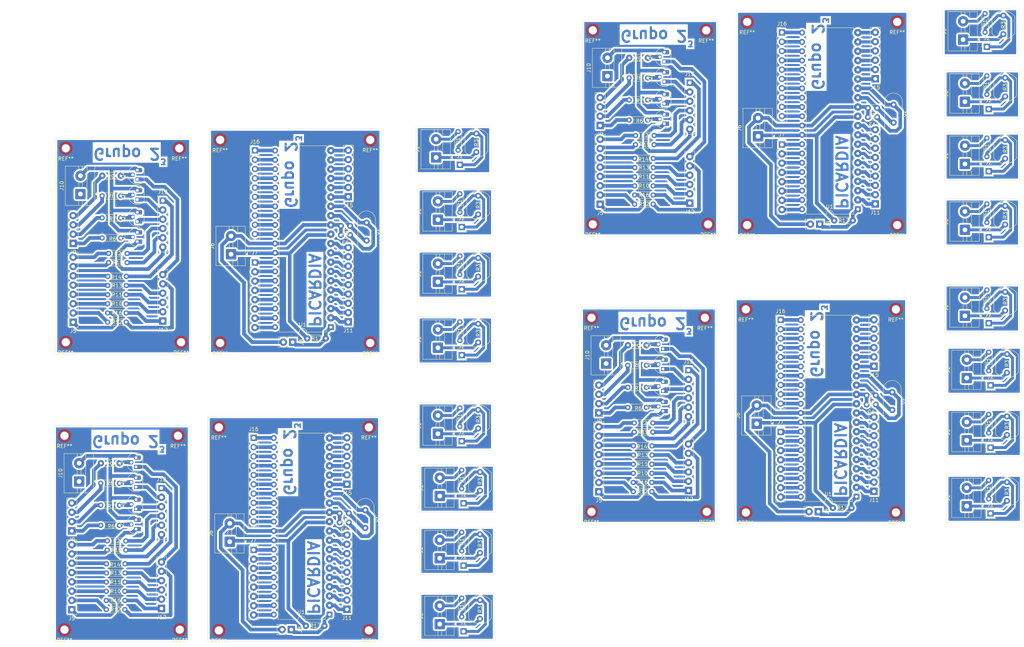
<source format=kicad_pcb>
(kicad_pcb (version 20241229) (generator "pcbnew") (generator_version "9.0")
  (layers (0 "F.Cu" signal) (2 "B.Cu" signal) (13 "F.Paste" user) (15 "B.Paste" user) (5 "F.SilkS" user "F.Silkscreen") (7 "B.SilkS" user "B.Silkscreen") (1 "F.Mask" user) (3 "B.Mask" user) (25 "Edge.Cuts" user))
  (net 0 "")
  (net 1 "Net-(J5-Pin_8)")
  (net 2 "Net-(J5-Pin_6)")
  (net 3 "Net-(J5-Pin_3)")
  (net 4 "Net-(J5-Pin_7)")
  (net 5 "Net-(J5-Pin_1)")
  (net 6 "Net-(J5-Pin_2)")
  (net 7 "Net-(J5-Pin_5)")
  (net 8 "Net-(J5-Pin_4)")
  (net 9 "Net-(J6-Pin_1)")
  (net 10 "Net-(J6-Pin_2)")
  (net 11 "Net-(Q1-B)")
  (net 12 "Net-(Q2-B)")
  (net 13 "Net-(Q3-B)")
  (net 14 "Net-(Q4-B)")
  (net 15 "Net-(J9-Pin_3)")
  (net 16 "Net-(J9-Pin_4)")
  (net 17 "Net-(J9-Pin_2)")
  (net 18 "Net-(J9-Pin_1)")
  (net 20 "Net-(J10-Pin_2)")
  (net 21 "Net-(U1-P9)")
  (net 22 "Net-(U1-P8)")
  (net 23 "Net-(J8-Pin_1)")
  (net 24 "Net-(J7-Pin_3)")
  (net 25 "Net-(J7-Pin_8)")
  (net 26 "Net-(J7-Pin_2)")
  (net 27 "Net-(J7-Pin_4)")
  (net 28 "Net-(J7-Pin_1)")
  (net 29 "Net-(J7-Pin_5)")
  (net 30 "Net-(J7-Pin_7)")
  (net 31 "Net-(J7-Pin_6)")
  (net 32 "Net-(J11-Pin_5)")
  (net 33 "Net-(J11-Pin_4)")
  (net 34 "Net-(J11-Pin_7)")
  (net 35 "Net-(J11-Pin_6)")
  (net 36 "Net-(J11-Pin_9)")
  (net 37 "Net-(J11-Pin_8)")
  (net 38 "Net-(J11-Pin_1)")
  (net 39 "Net-(J11-Pin_3)")
  (net 40 "Net-(J11-Pin_2)")
  (net 41 "Net-(J15-Pin_4)")
  (net 42 "Net-(J15-Pin_5)")
  (net 43 "Net-(J15-Pin_3)")
  (net 44 "Net-(J15-Pin_2)")
  (net 45 "Net-(J15-Pin_6)")
  (net 46 "Net-(J15-Pin_1)")
  (net 47 "Net-(J16-Pin_1)")
  (net 48 "Net-(J16-Pin_10)")
  (net 49 "Net-(J16-Pin_3)")
  (net 50 "Net-(J16-Pin_9)")
  (net 51 "Net-(J16-Pin_5)")
  (net 52 "Net-(J16-Pin_8)")
  (net 53 "Net-(J16-Pin_2)")
  (net 54 "Net-(J16-Pin_6)")
  (net 55 "Net-(J16-Pin_4)")
  (net 56 "Net-(J16-Pin_7)")
  (net 57 "Net-(J12-Pin_1)")
  (net 58 "Net-(J12-Pin_5)")
  (net 59 "Net-(J12-Pin_2)")
  (net 60 "Net-(J12-Pin_3)")
  (net 61 "Net-(J12-Pin_6)")
  (net 62 "Net-(J12-Pin_4)")
  (net 63 "Net-(J13-Pin_4)")
  (net 64 "Net-(J13-Pin_5)")
  (net 65 "Net-(J13-Pin_1)")
  (net 66 "Net-(J13-Pin_6)")
  (net 67 "Net-(J13-Pin_2)")
  (net 68 "Net-(J13-Pin_3)")
  (net 69 "Net-(J1-Pin_1)")
  (net 70 "Net-(J1-Pin_2)")
  (net 71 "Net-(J2-Pin_1)")
  (footprint "Package_TO_SOT_THT:TO-92L_HandSolder" (layer "F.Cu") (at 37.36 73.5 90)
    (property "Reference" "Q3")
    (property "Value" "BC548")
  )
  (footprint "Resistor_THT:R_Axial_DIN0204_L3.6mm_D1.6mm_P5.08mm_Horizontal" (layer "F.Cu") (at 28.88 180.53)
    (property "Reference" "R10")
    (property "Value" "R")
  )
  (footprint "MountingHole:MountingHole_2.2mm_M2_DIN965_Pad_TopOnly" (layer "F.Cu") (at 100.64 191.23 180)
    (property "Reference" "REF**")
    (property "Value" "MountingHole_2.2mm_M2_DIN965_Pad_TopOnly")
  )
  (footprint "Resistor_THT:R_Axial_DIN0204_L3.6mm_D1.6mm_P5.08mm_Horizontal" (layer "F.Cu") (at 173.5 58.5)
    (property "Reference" "R15")
    (property "Value" "R")
  )
  (footprint "Crystal:Crystal_HC49-4H_Vertical" (layer "F.Cu") (at 244 47.58 -90)
    (property "Reference" "Y1")
    (property "Value" "Crystal")
  )
  (footprint "MountingHole:MountingHole_2.2mm_M2_DIN965_Pad_TopOnly" (layer "F.Cu") (at 101 112.69 180)
    (property "Reference" "REF**")
    (property "Value" "MountingHole_2.2mm_M2_DIN965_Pad_TopOnly")
  )
  (footprint "Resistor_THT:R_Axial_DIN0204_L3.6mm_D1.6mm_P5.08mm_Horizontal" (layer "F.Cu") (at 27.74 72.49)
    (property "Reference" "R8")
    (property "Value" "R")
  )
  (footprint "Resistor_THT:R_Axial_DIN0204_L3.6mm_D1.6mm_P5.08mm_Horizontal" (layer "F.Cu") (at 29.24 99.49)
    (property "Reference" "R11")
    (property "Value" "R")
  )
  (footprint "Connector_PinHeader_2.54mm:PinHeader_1x06_P2.54mm_Vertical" (layer "F.Cu") (at 187.96 120.1)
    (property "Reference" "J13")
    (property "Value" "Conn_01x06_Socket")
  )
  (footprint "Connector_PinHeader_2.54mm:PinHeader_1x01_P2.54mm_Vertical" (layer "F.Cu") (at 270.5 124.27)
    (property "Reference" "J2")
    (property "Value" "Conn_01x01_Socket")
  )
  (footprint "Resistor_THT:R_Axial_DIN0204_L3.6mm_D1.6mm_P5.08mm_Horizontal" (layer "F.Cu") (at 173.24 74.76)
    (property "Reference" "R12")
    (property "Value" "R")
  )
  (footprint "Crystal:Crystal_HC49-4H_Vertical" (layer "F.Cu") (at 99.64 158.35 -90)
    (property "Reference" "Y1")
    (property "Value" "Crystal")
  )
  (footprint "Resistor_THT:R_Axial_DIN0204_L3.6mm_D1.6mm_P5.08mm_Horizontal" (layer "F.Cu") (at 171.42 113.3)
    (property "Reference" "R9")
    (property "Value" "R")
  )
  (footprint "Resistor_THT:R_Axial_DIN0204_L3.6mm_D1.6mm_P5.08mm_Horizontal" (layer "F.Cu") (at 126 169.5 90)
    (property "Reference" "R1")
    (property "Value" "R")
  )
  (footprint "Crystal:Crystal_HC49-4H_Vertical" (layer "F.Cu") (at 243.64 126.12 -90)
    (property "Reference" "Y1")
    (property "Value" "Crystal")
  )
  (footprint "Resistor_THT:R_Axial_DIN0204_L3.6mm_D1.6mm_P5.08mm_Horizontal" (layer "F.Cu") (at 29.24 106.99)
    (property "Reference" "R12")
    (property "Value" "R")
  )
  (footprint "TerminalBlock:TerminalBlock_MaiXu_MX126-5.0-02P_1x02_P5.00mm" (layer "F.Cu") (at 263.5 46.77 90)
    (property "Reference" "J1")
    (property "Value" "Screw_Terminal_01x02")
  )
  (footprint "OptoDevice:R_LDR_7x6mm_P5.1mm_Vertical" (layer "F.Cu") (at 274.5 75.23 -90)
    (property "Reference" "R3")
    (property "Value" "LDR03")
  )
  (footprint "OptoDevice:R_LDR_7x6mm_P5.1mm_Vertical" (layer "F.Cu") (at 130.5 89.46 -90)
    (property "Reference" "R3")
    (property "Value" "LDR03")
  )
  (footprint "Resistor_THT:R_Axial_DIN0204_L3.6mm_D1.6mm_P5.08mm_Horizontal" (layer "F.Cu") (at 29.28 94.49)
    (property "Reference" "R14")
    (property "Value" "R")
  )
  (footprint "Connector_PinHeader_2.54mm:PinHeader_1x06_P2.54mm_Vertical" (layer "F.Cu") (at 188.32 74.46 180)
    (property "Reference" "J12")
    (property "Value" "Conn_01x06_Socket")
  )
  (footprint "Resistor_THT:R_Axial_DIN0204_L3.6mm_D1.6mm_P5.08mm_Horizontal" (layer "F.Cu") (at 29.24 104.49)
    (property "Reference" "R16")
    (property "Value" "R")
  )
  (footprint "Connector_PinHeader_2.54mm:PinHeader_1x06_P2.54mm_Vertical" (layer "F.Cu") (at 188.32 41.56)
    (property "Reference" "J13")
    (property "Value" "Conn_01x06_Socket")
  )
  (footprint "Resistor_THT:R_Axial_DIN0204_L3.6mm_D1.6mm_P5.08mm_Horizontal" (layer "F.Cu") (at 126 187.5 90)
    (property "Reference" "R1")
    (property "Value" "R")
  )
  (footprint "Resistor_THT:R_Axial_DIN0204_L3.6mm_D1.6mm_P5.08mm_Horizontal" (layer "F.Cu") (at 173.24 72.26)
    (property "Reference" "R16")
    (property "Value" "R")
  )
  (footprint "Resistor_THT:R_Axial_DIN0204_L3.6mm_D1.6mm_P5.08mm_Horizontal" (layer "F.Cu") (at 173.28 62.26)
    (property "Reference" "R14")
    (property "Value" "R")
  )
  (footprint "Resistor_THT:R_Axial_DIN0204_L3.6mm_D1.6mm_P5.08mm_Horizontal" (layer "F.Cu") (at 173.14 137.04)
    (property "Reference" "R15")
    (property "Value" "R")
  )
  (footprint "Resistor_THT:R_Axial_DIN0204_L3.6mm_D1.6mm_P5.08mm_Horizontal" (layer "F.Cu") (at 125.5 94 90)
    (property "Reference" "R1")
    (property "Value" "R")
  )
  (footprint "Connector_PinHeader_2.54mm:PinHeader_1x04_P2.54mm_Vertical" (layer "F.Cu") (at 163.82 53.26 180)
    (property "Reference" "J9")
    (property "Value" "Conn_01x04_Socket")
  )
  (footprint "TerminalBlock:TerminalBlock_MaiXu_MX126-5.0-02P_1x02_P5.00mm" (layer "F.Cu") (at 264 122.27 90)
    (property "Reference" "J1")
    (property "Value" "Screw_Terminal_01x02")
  )
  (footprint "Resistor_THT:R_Axial_DIN0204_L3.6mm_D1.6mm_P5.08mm_Horizontal" (layer "F.Cu") (at 83.42 189.99)
    (property "Reference" "R17")
    (property "Value" "R")
  )
  (footprint "TerminalBlock:TerminalBlock_MaiXu_MX126-5.0-02P_1x02_P5.00mm" (layer "F.Cu") (at 62.6075 166.98 90)
    (property "Reference" "J6")
    (property "Value" "Screw_Terminal_01x02")
  )
  (footprint "Capacitor_THT:C_Disc_D3.0mm_W1.6mm_P2.50mm" (layer "F.Cu") (at 95.14 159.23 180)
    (property "Reference" "C2")
    (property "Value" "C")
  )
  (footprint "Connector_PinHeader_2.54mm:PinHeader_1x01_P2.54mm_Vertical" (layer "F.Cu") (at 270.5 141.27)
    (property "Reference" "J2")
    (property "Value" "Conn_01x01_Socket")
  )
  (footprint "Connector_PinHeader_2.54mm:PinHeader_1x02_P2.54mm_Vertical" (layer "F.Cu") (at 79.82 112.45 -90)
    (property "Reference" "J8")
    (property "Value" "Boton Reset")
  )
  (footprint "TerminalBlock:TerminalBlock_MaiXu_MX126-5.0-02P_1x02_P5.00mm" (layer "F.Cu") (at 263.5 105.27 90)
    (property "Reference" "J1")
    (property "Value" "Screw_Terminal_01x02")
  )
  (footprint "Resistor_THT:R_Axial_DIN0204_L3.6mm_D1.6mm_P5.08mm_Horizontal" (layer "F.Cu") (at 270 155.27 90)
    (property "Reference" "R1")
    (property "Value" "R")
  )
  (footprint "TerminalBlock:TerminalBlock_MaiXu_MX126-5.0-02P_1x02_P5.00mm" (layer "F.Cu") (at 263 29.77 90)
    (property "Reference" "J1")
    (property "Value" "Screw_Terminal_01x02")
  )
  (footprint "Capacitor_THT:C_Disc_D3.0mm_W1.6mm_P2.50mm" (layer "F.Cu") (at 239.5 48.46 180)
    (property "Reference" "C2")
    (property "Value" "C")
  )
  (footprint "Connector_PinHeader_2.54mm:PinHeader_1x01_P2.54mm_Vertical" (layer "F.Cu") (at 126.5 173.5)
    (property "Reference" "J2")
    (property "Value" "Conn_01x01_Socket")
  )
  (footprint "MountingHole:MountingHole_2.2mm_M2_DIN965_Pad_TopOnly" (layer "F.Cu") (at 49.32 112.49 180)
    (property "Reference" "REF**")
    (property "Value" "MountingHole_2.2mm_M2_DIN965_Pad_TopOnly")
  )
  (footprint "OptoDevice:R_LDR_7x6mm_P5.1mm_Vertical" (layer "F.Cu") (at 274 23.23 -90)
    (property "Reference" "R3")
    (property "Value" "LDR03")
  )
  (footprint "TerminalBlock:TerminalBlock_MaiXu_MX126-5.0-02P_1x02_P5.00mm" (layer "F.Cu") (at 264 157.27 90)
    (property "Reference" "J1")
    (property "Value" "Screw_Terminal_01x02")
  )
  (footprint "TerminalBlock:TerminalBlock_MaiXu_MX126-5.0-02P_1x02_P5.00mm" (layer "F.Cu") (at 165.46 118.3 90)
    (property "Reference" "J10")
    (property "Value" "Screw_Terminal_01x02")
  )
  (footprint "Connector_PinSocket_2.54mm:PinSocket_1x08_P2.54mm_Vertical" (layer "F.Cu") (at 213.14 137)
    (property "Reference" "J7")
    (property "Value" "Conn_01x08_Socket")
  )
  (footprint "Package_TO_SOT_THT:TO-92L_HandSolder" (layer "F.Cu") (at 181.36 47.27 90)
    (property "Reference" "Q2")
    (property "Value" "BC548")
  )
  (footprint "MountingHole:MountingHole_2.2mm_M2_DIN965_Pad_TopOnly" (layer "F.Cu") (at 101 57.19 180)
    (property "Reference" "REF**")
    (property "Value" "MountingHole_2.2mm_M2_DIN965_Pad_TopOnly")
  )
  (footprint "Resistor_THT:R_Axial_DIN0204_L3.6mm_D1.6mm_P5.08mm_Horizontal" (layer "F.Cu") (at 269 27.77 90)
    (property "Reference" "R1")
    (property "Value" "R")
  )
  (footprint "Capacitor_THT:C_Disc_D3.0mm_W1.6mm_P2.50mm" (layer "F.Cu") (at 95.14 161.73 180)
    (property "Reference" "C1")
    (property "Value" "C")
  )
  (footprint "Resistor_THT:R_Axial_DIN0204_L3.6mm_D1.6mm_P5.08mm_Horizontal" (layer "F.Cu") (at 27.78 66.99)
    (property "Reference" "R9")
    (property "Value" "R")
  )
  (footprint "Resistor_THT:R_Axial_DIN0204_L3.6mm_D1.6mm_P5.08mm_Horizontal" (layer "F.Cu") (at 171.38 124.8)
    (property "Reference" "R7")
    (property "Value" "R")
  )
  (footprint "Resistor_THT:R_Axial_DIN0204_L3.6mm_D1.6mm_P5.08mm_Horizontal" (layer "F.Cu") (at 27.38 151.03)
    (property "Reference" "R8")
    (property "Value" "R")
  )
  (footprint "OptoDevice:R_LDR_7x6mm_P5.1mm_Vertical" (layer "F.Cu") (at 274.5 98.73 -90)
    (property "Reference" "R3")
    (property "Value" "LDR03")
  )
  (footprint "Connector_PinHeader_2.54mm:PinHeader_1x01_P2.54mm_Vertical" (layer "F.Cu") (at 269.5 31.77)
    (property "Reference" "J2")
    (property "Value" "Conn_01x01_Socket")
  )
  (footprint "TerminalBlock:TerminalBlock_MaiXu_MX126-5.0-02P_1x02_P5.00mm" (layer "F.Cu") (at 206.6075 134.75 90)
    (property "Reference" "J6")
    (property "Value" "Screw_Terminal_01x02")
  )
  (footprint "Resistor_THT:R_Axial_DIN0204_L3.6mm_D1.6mm_P5.08mm_Horizontal" (layer "F.Cu") (at 28.92 173.03)
    (property "Reference" "R14")
    (property "Value" "R")
  )
  (footprint "Package_TO_SOT_THT:TO-92L_HandSolder" (layer "F.Cu") (at 181 119.81 90)
    (property "Reference" "Q3")
    (property "Value" "BC548")
  )
  (footprint "Package_DIP:DIP-40_W15.24mm" (layer "F.Cu") (at 234.24 76.14 180)
    (property "Reference" "U1")
    (property "Value" "P8X32A-D40")
  )
  (footprint "Resistor_THT:R_Axial_DIN0204_L3.6mm_D1.6mm_P5.08mm_Horizontal" (layer "F.Cu") (at 269.5 61.77 90)
    (property "Reference" "R1")
    (property "Value" "R")
  )
  (footprint "Resistor_THT:R_Axial_DIN0204_L3.6mm_D1.6mm_P5.08mm_Horizontal" (layer "F.Cu") (at 173.24 69.76)
    (property "Reference" "R10")
    (property "Value" "R")
  )
  (footprint "MountingHole:MountingHole_2.2mm_M2_DIN965_Pad_TopOnly" (layer "F.Cu") (at 48.46 138.03 180)
    (property "Reference" "REF**")
    (property "Value" "MountingHole_2.2mm_M2_DIN965_Pad_TopOnly")
  )
  (footprint "Resistor_THT:R_Axial_DIN0204_L3.6mm_D1.6mm_P5.08mm_Horizontal" (layer "F.Cu") (at 172.88 153.3)
    (property "Reference" "R12")
    (property "Value" "R")
  )
  (footprint "Capacitor_THT:C_Disc_D3.0mm_W1.6mm_P2.50mm" (layer "F.Cu") (at 239.14 129.5 180)
    (property "Reference" "C1")
    (property "Value" "C")
  )
  (footprint "Connector_PinHeader_2.54mm:PinHeader_1x01_P2.54mm_Vertical" (layer "F.Cu") (at 270 48.77)
    (property "Reference" "J2")
    (property "Value" "Conn_01x01_Socket")
  )
  (footprint "TerminalBlock:TerminalBlock_MaiXu_MX126-5.0-02P_1x02_P5.00mm" (layer "F.Cu") (at 206.9675 56.21 90)
    (property "Reference" "J6")
    (property "Value" "Screw_Terminal_01x02")
  )
  (footprint "Resistor_THT:R_Axial_DIN0204_L3.6mm_D1.6mm_P5.08mm_Horizontal" (layer "F.Cu") (at 171.74 51.76)
    (property "Reference" "R6")
    (property "Value" "R")
  )
  (footprint "Connector_PinHeader_2.54mm:PinHeader_1x01_P2.54mm_Vertical" (layer "F.Cu") (at 125.5 64)
    (property "Reference" "J2")
    (property "Value" "Conn_01x01_Socket")
  )
  (footprint "TerminalBlock:TerminalBlock_MaiXu_MX126-5.0-02P_1x02_P5.00mm" (layer "F.Cu") (at 165.82 39.76 90)
    (property "Reference" "J10")
    (property "Value" "Screw_Terminal_01x02")
  )
  (footprint "Resistor_THT:R_Axial_DIN0204_L3.6mm_D1.6mm_P5.08mm_Horizontal" (layer "F.Cu") (at 172.88 148.3)
    (property "Reference" "R10")
    (property "Value" "R")
  )
  (footprint "Connector_PinHeader_2.54mm:PinHeader_1x01_P2.54mm_Vertical" (layer "F.Cu") (at 126 98)
    (property "Reference" "J2")
    (property "Value" "Conn_01x01_Socket")
  )
  (footprint "MountingHole:MountingHole_2.2mm_M2_DIN965_Pad_TopOnly" (layer "F.Cu") (at 203.64 159 180)
    (property "Reference" "REF**")
    (property "Value" "MountingHole_2.2mm_M2_DIN965_Pad_TopOnly")
  )
  (footprint "Resistor_THT:R_Axial_DIN0204_L3.6mm_D1.6mm_P5.08mm_Horizontal" (layer "F.Cu") (at 172.88 150.8)
    (property "Reference" "R16")
    (property "Value" "R")
  )
  (footprint "Resistor_THT:R_Axial_DIN0204_L3.6mm_D1.6mm_P5.08mm_Horizontal" (layer "F.Cu") (at 172.92 140.8)
    (property "Reference" "R14")
    (property "Value" "R")
  )
  (footprint "Resistor_THT:R_Axial_DIN0204_L3.6mm_D1.6mm_P5.08mm_Horizontal" (layer "F.Cu") (at 29.5 90.73)
    (property "Reference" "R15")
    (property "Value" "R")
  )
  (footprint "Connector_PinHeader_2.54mm:PinHeader_1x02_P2.54mm_Vertical" (layer "F.Cu") (at 223.82 80.22 -90)
    (property "Reference" "J8")
    (property "Value" "Boton Reset")
  )
  (footprint "TerminalBlock:TerminalBlock_MaiXu_MX126-5.0-02P_1x02_P5.00mm" (layer "F.Cu") (at 264 139.27 90)
    (property "Reference" "J1")
    (property "Value" "Screw_Terminal_01x02")
  )
  (footprint "Connector_PinHeader_2.54mm:PinHeader_1x06_P2.54mm_Vertical" (layer "F.Cu") (at 95 72.73 180)
    (property "Reference" "J15")
    (property "Value" "Conn_01x06_Socket")
  )
  (footprint "MountingHole:MountingHole_2.2mm_M2_DIN965_Pad_TopOnly" (layer "F.Cu") (at 17.82 112.49 180)
    (property "Reference" "REF**")
    (property "Value" "MountingHole_2.2mm_M2_DIN965_Pad_TopOnly")
  )
  (footprint "Package_TO_SOT_THT:TO-92L_HandSolder" (layer "F.Cu") (at 181 114.31 90)
    (property "Reference" "Q4")
    (property "Value" "BC548")
  )
  (footprint "TerminalBlock:TerminalBlock_MaiXu_MX126-5.0-02P_1x02_P5.00mm" (layer "F.Cu") (at 120 171.5 90)
    (property "Reference" "J1")
    (property "Value" "Screw_Terminal_01x02")
  )
  (footprint "Package_DIP:DIP-40_W15.24mm" (layer "F.Cu") (at 89.88 186.91 180)
    (property "Reference" "U1")
    (property "Value" "P8X32A-D40")
  )
  (footprint "Package_TO_SOT_THT:TO-92L_HandSolder" (layer "F.Cu") (at 181.36 52.77 90)
    (property "Reference" "Q1")
    (property "Value" "BC548")
  )
  (footprint "OptoDevice:R_LDR_7x6mm_P5.1mm_Vertical" (layer "F.Cu") (at 130 55.46 -90)
    (property "Reference" "R3")
    (property "Value" "LDR03")
  )
  (footprint "Resistor_THT:R_Axial_DIN0204_L3.6mm_D1.6mm_P5.08mm_Horizontal" (layer "F.Cu") (at 125.5 135.5 90)
    (property "Reference" "R1")
    (property "Value" "R")
  )
  (footprint "Resistor_THT:R_Axial_DIN0204_L3.6mm_D1.6mm_P5.08mm_Horizontal" (layer "F.Cu") (at 27.38 157.03)
    (property "Reference" "R7")
    (property "Value" "R")
  )
  (footprint "Connector_PinHeader_2.54mm:PinHeader_1x02_P2.54mm_Vertical" (layer "F.Cu") (at 79.46 190.99 -90)
    (property "Reference" "J8")
    (property "Value" "Boton Reset")
  )
  (footprint "Resistor_THT:R_Axial_DIN0204_L3.6mm_D1.6mm_P5.08mm_Horizontal" (layer "F.Cu") (at 125 60 90)
    (property "Reference" "R1")
    (property "Value" "R")
  )
  (footprint "Resistor_THT:R_Axial_DIN0204_L3.6mm_D1.6mm_P5.08mm_Horizontal" (layer "F.Cu") (at 171.74 46.26)
    (property "Reference" "R7")
    (property "Value" "R")
  )
  (footprint "Capacitor_THT:C_Disc_D3.0mm_W1.6mm_P2.50mm" (layer "F.Cu") (at 95.5 80.69 180)
    (property "Reference" "C2")
    (property "Value" "C")
  )
  (footprint "Resistor_THT:R_Axial_DIN0204_L3.6mm_D1.6mm_P5.08mm_Horizontal" (layer "F.Cu") (at 28.88 183.03)
    (property "Reference" "R16")
    (property "Value" "R")
  )
  (footprint "MountingHole:MountingHole_2.2mm_M2_DIN965_Pad_TopOnly" (layer "F.Cu") (at 161.82 80.26 180)
    (property "Reference" "REF**")
    (property "Value" "MountingHole_2.2mm_M2_DIN965_Pad_TopOnly")
  )
  (footprint "Connector_PinHeader_2.54mm:PinHeader_1x06_P2.54mm_Vertical" (layer "F.Cu") (at 44.32 73.79)
    (property "Reference" "J13")
    (property "Value" "Conn_01x06_Socket")
  )
  (footprint "Connector_PinHeader_2.54mm:PinHeader_1x06_P2.54mm_Vertical" (layer "F.Cu") (at 94.64 151.27 180)
    (property "Reference" "J15")
    (property "Value" "Conn_01x06_Socket")
  )
  (footprint "Connector_PinHeader_2.54mm:PinHeader_1x08_P2.54mm_Vertical" (layer "F.Cu") (at 163.82 74.8 180)
    (property "Reference" "J5")
    (property "Value" "Conn_01x08_Socket")
  )
  (footprint "Resistor_THT:R_Axial_DIN0204_L3.6mm_D1.6mm_P5.08mm_Horizontal" (layer "F.Cu") (at 173.5 56)
    (property "Reference" "R2")
    (property "Value" "R")
  )
  (footprint "MountingHole:MountingHole_2.2mm_M2_DIN965_Pad_TopOnly" (layer "F.Cu") (at 204 24.96 180)
    (property "Reference" "REF**")
    (property "Value" "MountingHole_2.2mm_M2_DIN965_Pad_TopOnly")
  )
  (footprint "MountingHole:MountingHole_2.2mm_M2_DIN965_Pad_TopOnly" (layer "F.Cu") (at 192.96 158.8 180)
    (property "Reference" "REF**")
    (property "Value" "MountingHole_2.2mm_M2_DIN965_Pad_TopOnly")
  )
  (footprint "Resistor_THT:R_Axial_DIN0204_L3.6mm_D1.6mm_P5.08mm_Horizontal" (layer "F.Cu") (at 125.5 112 90)
    (property "Reference" "R1")
    (property "Value" "R")
  )
  (footprint "Resistor_THT:R_Axial_DIN0204_L3.6mm_D1.6mm_P5.08mm_Horizontal" (layer "F.Cu") (at 29.5 88.23)
    (property "Reference" "R2")
    (property "Value" "R")
  )
  (footprint "Resistor_THT:R_Axial_DIN0204_L3.6mm_D1.6mm_P5.08mm_Horizontal" (layer "F.Cu") (at 269.5 103.27 90)
    (property "Reference" "R1")
    (property "Value" "R")
  )
  (footprint "Resistor_THT:R_Axial_DIN0204_L3.6mm_D1.6mm_P5.08mm_Horizontal" (layer "F.Cu") (at 126 152.5 90)
    (property "Reference" "R1")
    (property "Value" "R")
  )
  (footprint "Resistor_THT:R_Axial_DIN0204_L3.6mm_D1.6mm_P5.08mm_Horizontal" (layer "F.Cu") (at 28.88 185.53)
    (property "Reference" "R12")
    (property "Value" "R")
  )
  (footprint "OptoDevice:R_LDR_7x6mm_P5.1mm_Vertical" (layer "F.Cu") (at 275 115.73 -90)
    (property "Reference" "R3")
    (property "Value" "LDR03")
  )
  (footprint "TerminalBlock:TerminalBlock_MaiXu_MX126-5.0-02P_1x02_P5.00mm" (layer "F.Cu") (at 119.5 96 90)
    (property "Reference" "J1")
    (property "Value" "Screw_Terminal_01x02")
  )
  (footprint "Resistor_THT:R_Axial_DIN0204_L3.6mm_D1.6mm_P5.08mm_Horizontal" (layer "F.Cu") (at 171.38 118.8)
    (property "Reference" "R8")
    (property "Value" "R")
  )
  (footprint "Package_TO_SOT_THT:TO-92L_HandSolder" (layer "F.Cu") (at 37.36 68 90)
    (property "Reference" "Q4")
    (property "Value" "BC548")
  )
  (footprint "Capacitor_THT:C_Disc_D3.0mm_W1.6mm_P2.50mm" (layer "F.Cu") (at 239.5 50.96 180)
    (property "Reference" "C1")
    (property "Value" "C")
  )
  (footprint "MountingHole:MountingHole_2.2mm_M2_DIN965_Pad_TopOnly" (layer "F.Cu") (at 60 57.19 180)
    (property "Reference" "REF**")
    (property "Value" "MountingHole_2.2mm_M2_DIN965_Pad_TopOnly")
  )
  (footprint "TerminalBlock:TerminalBlock_MaiXu_MX126-5.0-02P_1x02_P5.00mm" (layer "F.Cu") (at 119.5 137.5 90)
    (property "Reference" "J1")
    (property "Value" "Screw_Terminal_01x02")
  )
  (footprint "MountingHole:MountingHole_2.2mm_M2_DIN965_Pad_TopOnly" (layer "F.Cu") (at 59.64 135.73 180)
    (property "Reference" "REF**")
    (property "Value" "MountingHole_2.2mm_M2_DIN965_Pad_TopOnly")
  )
  (footprint "MountingHole:MountingHole_2.2mm_M2_DIN965_Pad_TopOnly" (layer "F.Cu") (at 203.64 103.5 180)
    (property "Reference" "REF**")
    (property "Value" "MountingHole_2.2mm_M2_DIN965_Pad_TopOnly")
  )
  (footprint "Package_TO_SOT_THT:TO-92L_HandSolder" (layer "F.Cu") (at 37 158.04 90)
    (property "Reference" "Q2")
    (property "Value" "BC548")
  )
  (footprint "OptoDevice:R_LDR_7x6mm_P5.1mm_Vertical" (layer "F.Cu") (at 275 132.73 -90)
    (property "Reference" "R3")
    (property "Value" "LDR03")
  )
  (footprint "MountingHole:MountingHole_2.2mm_M2_DIN965_Pad_TopOnly" (layer "F.Cu") (at 17.46 138.03 180)
    (property "Reference" "REF**")
    (property "Value" "MountingHole_2.2mm_M2_DIN965_Pad_TopOnly")
  )
  (footprint "Package_DIP:DIP-40_W15.24mm" (layer "F.Cu") (at 90.24 108.37 180)
    (property "Reference" "U1")
    (property "Value" "P8X32A-D40")
  )
  (footprint "Connector_PinHeader_2.54mm:PinHeader_1x01_P2.54mm_Vertical" (layer "F.Cu") (at 126 116)
    (property "Reference" "J2")
    (property "Value" "Conn_01x01_Socket")
  )
  (footprint "Connector_PinHeader_2.54mm:PinHeader_1x01_P2.54mm_Vertical" (layer "F.Cu") (at 126 139.5)
    (property "Reference" "J2")
    (property "Value" "Conn_01x01_Socket")
  )
  (footprint "Resistor_THT:R_Axial_DIN0204_L3.6mm_D1.6mm_P5.08mm_Horizontal" (layer "F.Cu") (at 29.24 101.99)
    (property "Reference" "R10")
    (property "Value" "R")
  )
  (footprint "MountingHole:MountingHole_2.2mm_M2_DIN965_Pad_TopOnly" (layer "F.Cu") (at 245 80.46 180)
    (property "Reference" "REF**")
    (property "Value" "MountingHole_2.2mm_M2_DIN965_Pad_TopOnly")
  )
  (footprint "OptoDevice:R_LDR_7x6mm_P5.1mm_Vertical" (layer "F.Cu") (at 131 147.96 -90)
    (property "Reference" "R3")
    (property "Value" "LDR03")
  )
  (footprint "Resistor_THT:R_Axial_DIN0204_L3.6mm_D1.6mm_P5.08mm_Horizontal" (layer "F.Cu") (at 171.74 40.26)
    (property "Reference" "R8")
    (property "Value" "R")
  )
  (footprint "Capacitor_THT:C_Disc_D3.0mm_W1.6mm_P2.50mm" (layer "F.Cu") (at 239.14 127 180)
    (property "Reference" "C2")
    (property "Value" "C")
  )
  (footprint "MountingHole:MountingHole_2.2mm_M2_DIN965_Pad_TopOnly" (layer "F.Cu") (at 193.32 80.26 180)
    (property "Reference" "REF**")
    (property "Value" "MountingHole_2.2mm_M2_DIN965_Pad_TopOnly")
  )
  (footprint "Resistor_THT:R_Axial_DIN0204_L3.6mm_D1.6mm_P5.08mm_Horizontal" (layer "F.Cu") (at 172.88 145.8)
    (property "Reference" "R11")
    (property "Value" "R")
  )
  (footprint "Resistor_THT:R_Axial_DIN0204_L3.6mm_D1.6mm_P5.08mm_Horizontal" (layer "F.Cu") (at 173.14 134.54)
    (property "Reference" "R2")
    (property "Value" "R")
  )
  (footprint "MountingHole:MountingHole_2.2mm_M2_DIN965_Pad_TopOnly" (layer "F.Cu") (at 100.64 135.73 180)
    (property "Reference" "REF**")
    (property "Value" "MountingHole_2.2mm_M2_DIN965_Pad_TopOnly")
  )
  (footprint "MountingHole:MountingHole_2.2mm_M2_DIN965_Pad_TopOnly" (layer "F.Cu") (at 59.64 191.23 180)
    (property "Reference" "REF**")
    (property "Value" "MountingHole_2.2mm_M2_DIN965_Pad_TopOnly")
  )
  (footprint "Resistor_THT:R_Axial_DIN0204_L3.6mm_D1.6mm_P5.08mm_Horizontal" (layer "F.Cu") (at 171.38 130.3)
    (property "Reference" "R6")
    (property "Value" "R")
  )
  (footprint "Package_TO_SOT_THT:TO-92L_HandSolder" (layer "F.Cu") (at 37 146.54 90)
    (property "Reference" "Q4")
    (property "Value" "BC548")
  )
  (footprint "Resistor_THT:R_Axial_DIN0204_L3.6mm_D1.6mm_P5.08mm_Horizontal" (layer "F.Cu") (at 29.14 166.77)
    (property "Reference" "R2")
    (property "Value" "R")
  )
  (footprint "Connector_PinSocket_2.54mm:PinSocket_1x08_P2.54mm_Vertical" (layer "F.Cu") (at 213.5 58.46)
    (property "Reference" "J7")
    (property "Value" "Conn_01x08_Socket")
  )
  (footprint "Package_DIP:DIP-40_W15.24mm" (layer "F.Cu") (at 233.88 154.68 180)
    (property "Reference" "U1")
    (property "Value" "P8X32A-D40")
  )
  (footprint "Resistor_THT:R_Axial_DIN0204_L3.6mm_D1.6mm_P5.08mm_Horizontal" (layer "F.Cu") (at 269.5 79.77 90)
    (property "Reference" "R1")
    (property "Value" "R")
  )
  (footprint "Package_TO_SOT_THT:TO-92L_HandSolder" (layer "F.Cu") (at 181 131.31 90)
    (property "Reference" "Q1")
    (property "Value" "BC548")
  )
  (footprint "Connector_PinHeader_2.54mm:PinHeader_1x01_P2.54mm_Vertical" (layer "F.Cu") (at 270 107.27)
    (property "Reference" "J2")
    (property "Value" "Conn_01x01_Socket")
  )
  (footprint "Package_TO_SOT_THT:TO-92L_HandSolder" (layer "F.Cu") (at 181.36 41.27 90)
    (property "Reference" "Q3")
    (property "Value" "BC548")
  )
  (footprint "TerminalBlock:TerminalBlock_MaiXu_MX126-5.0-02P_1x02_P5.00mm" (layer "F.Cu") (at 119.5 79 90)
    (property "Reference" "J1")
    (property "Value" "Screw_Terminal_01x02")
  )
  (footprint "Package_TO_SOT_THT:TO-92L_HandSolder" (layer "F.Cu") (at 37 152.04 90)
    (property "Reference" "Q3")
    (property "Value" "BC548")
  )
  (footprint "Package_TO_SOT_THT:TO-92L_HandSolder" (layer "F.Cu") (at 181 125.81 90)
    (property "Reference" "Q2")
    (property "Value" "BC548")
  )
  (footprint "OptoDevice:R_LDR_7x6mm_P5.1mm_Vertical" (layer "F.Cu") (at 131 164.96 -90)
    (property "Reference" "R3")
    (property "Value" "LDR03")
  )
  (footprint "MountingHole:MountingHole_2.2mm_M2_DIN965_Pad_TopOnly" (layer "F.Cu") (at 192.46 105.8 180)
    (property "Reference" "REF**")
    (property "Value" "MountingHole_2.2mm_M2_DIN965_Pad_TopOnly")
  )
  (footprint "OptoDevice:R_LDR_7x6mm_P5.1mm_Vertical" (layer "F.Cu") (at 130.5 72.46 -90)
    (property "Reference" "R3")
    (property "Value" "LDR03")
  )
  (footprint "Connector_PinHeader_2.54mm:PinHeader_1x06_P2.54mm_Vertical" (layer "F.Cu") (at 43.96 185.23 180)
    (property "Reference" "J12")
    (property "Value" "Conn_01x06_Socket")
  )
  (footprint "MountingHole:MountingHole_2.2mm_M2_DIN965_Pad_TopOnly" (layer "F.Cu") (at 17.46 191.03 180)
    (property "Reference" "REF**")
    (property "Value" "MountingHole_2.2mm_M2_DIN965_Pad_TopOnly")
  )
  (footprint "Package_TO_SOT_THT:TO-92L_HandSolder" (layer "F.Cu") (at 37.36 79.5 90)
    (property "Reference" "Q2")
    (property "Value" "BC548")
  )
  (footprint "Resistor_THT:R_Axial_DIN0204_L3.6mm_D1.6mm_P5.08mm_Horizontal" (layer "F.Cu") (at 27.38 162.53)
    (property "Reference" "R6")
    (property "Value" "R")
  )
  (footprint "Connector_PinHeader_2.54mm:PinHeader_1x01_P2.54mm_Vertical" (layer "F.Cu") (at 126 81)
    (property "Reference" "J2")
    (property "Value" "Conn_01x01_Socket")
  )
  (footprint "Connector_PinHeader_2.54mm:PinHeader_1x01_P2.54mm_Vertical" (layer "F.Cu") (at 270 65.77)
    (property "Reference" "J2")
    (property "Value" "Conn_01x01_Socket")
  )
  (footprint "Resistor_THT:R_Axial_DIN0204_L3.6mm_D1.6mm_P5.08mm_Horizontal" (layer "F.Cu") (at 270 137.27 90)
    (property "Reference" "R1")
    (property "Value" "R")
  )
  (footprint "MountingHole:MountingHole_2.2mm_M2_DIN965_Pad_TopOnly" (layer "F.Cu") (at 48.82 59.49 180)
    (property "Reference" "REF**")
    (property "Value" "MountingHole_2.2mm_M2_DIN965_Pad_TopOnly")
  )
  (footprint "Resistor_THT:R_Axial_DIN0204_L3.6mm_D1.6mm_P5.08mm_Horizontal" (layer "F.Cu") (at 28.92 175.53)
    (property "Reference" "R13")
    (property "Value" "R")
  )
  (footprint "Connector_PinHeader_2.54mm:PinHeader_1x08_P2.54mm_Vertical" (layer "F.Cu") (at 19.46 185.57 180)
    (property "Reference" "J5")
    (property "Value" "Conn_01x08_Socket")
  )
  (footprint "Connector_PinSocket_2.54mm:PinSocket_1x08_P2.54mm_Vertical" (layer "F.Cu") (at 69.5 90.69)
    (property "Reference" "J7")
    (property "Value" "Conn_01x08_Socket")
  )
  (footprint "TerminalBlock:TerminalBlock_MaiXu_MX126-5.0-02P_1x02_P5.00mm" (layer "F.Cu") (at 119 62 90)
    (property "Reference" "J1")
    (property "Value" "Screw_Terminal_01x02")
  )
  (footprint "Package_TO_SOT_THT:TO-92L_HandSolder" (layer "F.Cu") (at 37 163.54 90)
    (property "Reference" "Q1")
    (property "Value" "BC548")
  )
  (footprint "MountingHole:MountingHole_2.2mm_M2_DIN965_Pad_TopOnly" (layer "F.Cu") (at 204 80.46 180)
    (property "Reference" "REF**")
    (property "Value" "MountingHole_2.2mm_M2_DIN965_Pad_TopOnly")
  )
  (footprint "MountingHole:MountingHole_2.2mm_M2_DIN965_Pad_TopOnly" (layer "F.Cu") (at 48.96 191.03 180)
    (property "Reference" "REF**")
    (property "Value" "MountingHole_2.2mm_M2_DIN965_Pad_TopOnly")
  )
  (footprint "Resistor_THT:R_Axial_DIN0204_L3.6mm_D1.6mm_P5.08mm_Horizontal" (layer "F.Cu") (at 172.92 143.3)
    (property "Reference" "R13")
    (property "Value" "R")
  )
  (footprint "Connector_PinHeader_2.54mm:PinHeader_1x01_P2.54mm_Vertical" (layer "F.Cu") (at 126.5 191.5)
    (property "Reference" "J2")
    (property "Value" "Conn_01x01_Socket")
  )
  (footprint "MountingHole:MountingHole_2.2mm_M2_DIN965_Pad_TopOnly" (layer "F.Cu") (at 161.82 27.26 180)
    (property "Reference" "REF**")
    (property "Value" "MountingHole_2.2mm_M2_DIN965_Pad_TopOnly")
  )
  (footprint "MountingHole:MountingHole_2.2mm_M2_DIN965_Pad_TopOnly" (layer "F.Cu") (at 161.46 158.8 180)
    (property "Reference" "REF**")
    (property "Value" "MountingHole_2.2mm_M2_DIN965_Pad_TopOnly")
  )
  (footprint "Connector_PinHeader_2.54mm:PinHeader_1x01_P2.54mm_Vertical" (layer "F.Cu") (at 126.5 156.5)
    (property "Reference" "J2")
    (property "Value" "Conn_01x01_Socket")
  )
  (footprint "Resistor_THT:R_Axial_DIN0204_L3.6mm_D1.6mm_P5.08mm_Horizontal" (layer "F.Cu") (at 173.28 64.76)
    (property "Reference" "R13")
    (property "Value" "R")
  )
  (footprint "MountingHole:MountingHole_2.2mm_M2_DIN965_Pad_TopOnly" (layer "F.Cu") (at 244.64 159 180)
    (property "Reference" "REF**")
    (property "Value" "MountingHole_2.2mm_M2_DIN965_Pad_TopOnly")
  )
  (footprint "TerminalBlock:TerminalBlock_MaiXu_MX126-5.0-02P_1x02_P5.00mm" (layer "F.Cu") (at 120 154.5 90)
    (property "Reference" "J1")
    (property "Value" "Screw_Terminal_01x02")
  )
  (footprint "Connector_PinHeader_2.54mm:PinHeader_1x06_P2.54mm_Vertical" (layer "F.Cu") (at 238.64 119.04 180)
    (property "Reference" "J15")
    (property "Value" "Conn_01x06_Socket")
  )
  (footprint "Connector_PinHeader_2.54mm:PinHeader_1x09_P2.54mm_Vertical" (layer "F.Cu") (at 239 74.7 180)
    (property "Reference" "J11")
    (property "Value" "Conn_01x09_Socket")
  )
  (footprint "Connector_PinHeader_2.54mm:PinHeader_1x09_P2.54mm_Vertical" (layer "F.Cu") (at 95 106.93 180)
    (property "Reference" "J11")
    (property "Value" "Conn_01x09_Socket")
  )
  (footprint "TerminalBlock:TerminalBlock_MaiXu_MX126-5.0-02P_1x02_P5.00mm" (layer "F.Cu") (at 263.5 63.77 90)
    (property "Reference" "J1")
    (property "Value" "Screw_Terminal_01x02")
  )
  (footprint "Resistor_THT:R_Axial_DIN0204_L3.6mm_D1.6mm_P5.08mm_Horizontal" (layer "F.Cu") (at 269.5 44.77 90)
    (property "Reference" "R1")
    (property "Value" "R")
  )
  (footprint "MountingHole:MountingHole_2.2mm_M2_DIN965_Pad_TopOnly" (layer "F.Cu") (at 192.82 27.26 180)
    (property "Reference" "REF**")
    (property "Value" "MountingHole_2.2mm_M2_DIN965_Pad_TopOnly")
  )
  (footprint "Resistor_THT:R_Axial_DIN0204_L3.6mm_D1.6mm_P5.08mm_Horizontal" (layer "F.Cu") (at 27.74 83.99)
    (property "Reference" "R6")
    (property "Value" "R")
  )
  (footprint "Resistor_THT:R_Axial_DIN0204_L3.6mm_D1.6mm_P5.08mm_Horizontal" (layer "F.Cu") (at 227.42 157.76)
    (property "Reference" "R17")
    (property "Value" "R")
  )
  (footprint "Resistor_THT:R_Axial_DIN0204_L3.6mm_D1.6mm_P5.08mm_Horizontal" (layer "F.Cu") (at 27.74 78.49)
    (property "Reference" "R7")
    (property "Value" "R")
  )
  (footprint "Connector_PinHeader_2.54mm:PinHeader_1x10_P2.54mm_Vertical" (layer "F.Cu") (at 213.5 27.84)
    (property "Reference" "J16")
    (property "Value" "Conn_01x10_Socket")
  )
  (footprint "Capacitor_THT:C_Disc_D3.0mm_W1.6mm_P2.50mm" (layer "F.Cu") (at 95.5 83.19 180)
    (property "Reference" "C1")
    (property "Value" "C")
  )
  (footprint "OptoDevice:R_LDR_7x6mm_P5.1mm_Vertical" (layer "F.Cu") (at 275 150.73 -90)
    (property "Reference" "R3")
    (property "Value" "LDR03")
  )
  (footprint "Connector_PinSocket_2.54mm:PinSocket_1x08_P2.54mm_Vertical" (layer "F.Cu") (at 69.14 169.23)
    (property "Reference" "J7")
    (property "Value" "Conn_01x08_Socket")
  )
  (footprint "OptoDevice:R_LDR_7x6mm_P5.1mm_Vertical" (layer "F.Cu") (at 130.5 107.46 -90)
    (property "Reference" "R3")
    (property "Value" "LDR03")
  )
  (footprint "TerminalBlock:TerminalBlock_MaiXu_MX126-5.0-02P_1x02_P5.00mm" (layer "F.Cu") (at 62.9675 88.44 90)
    (property "Reference" "J6")
    (property "Value" "Screw_Terminal_01x02")
  )
  (footprint "Connector_PinHeader_2.54mm:PinHeader_1x10_P2.54mm_Vertical" (layer "F.Cu") (at 69.5 60.07)
    (property "Reference" "J16")
    (property "Value" "Conn_01x10_Socket")
  )
  (footprint "Connector_PinHeader_2.54mm:PinHeader_1x10_P2.54mm_Vertical" (layer "F.Cu") (at 69.14 138.61)
    (property "Reference" "J16")
    (property "Value" "Conn_01x10_Socket")
  )
  (footprint "Package_TO_SOT_THT:TO-92L_HandSolder" (layer "F.Cu") (at 37.36 85 90)
    (property "Reference" "Q1")
    (property "Value" "BC548")
  )
  (footprint "TerminalBlock:TerminalBlock_MaiXu_MX126-5.0-02P_1x02_P5.00mm" (layer "F.Cu") (at 119.5 114 90)
    (property "Reference" "J1")
    (property "Value" "Screw_Terminal_01x02")
  )
  (footprint "Connector_PinHeader_2.54mm:PinHeader_1x08_P2.54mm_Vertical" (layer "F.Cu") (at 163.46 153.34 180)
    (property "Reference" "J5")
    (property "Value" "Conn_01x08_Socket")
  )
  (footprint "Resistor_THT:R_Axial_DIN0204_L3.6mm_D1.6mm_P5.08mm_Horizontal" (layer "F.Cu") (at 125.5 77 90)
    (property "Reference" "R1")
    (property "Value" "R")
  )
  (footprint "MountingHole:MountingHole_2.2mm_M2_DIN965_Pad_TopOnly" (layer "F.Cu") (at 244.64 103.5 180)
    (property "Reference" "REF**")
    (property "Value" "MountingHole_2.2mm_M2_DIN965_Pad_TopOnly")
  )
  (footprint "Connector_PinHeader_2.54mm:PinHeader_1x04_P2.54mm_Vertical" (layer "F.Cu") (at 19.82 85.49 180)
    (property "Reference" "J9")
    (property "Value" "Conn_01x04_Socket")
  )
  (footprint "Connector_PinHeader_2.54mm:PinHeader_1x06_P2.54mm_Vertical" (layer "F.Cu") (at 44.32 106.69 180)
    (property "Reference" "J12")
    (property "Value" "Conn_01x06_Socket")
  )
  (footprint "Resistor_THT:R_Axial_DIN0204_L3.6mm_D1.6mm_P5.08mm_Horizontal" (layer "F.Cu") (at 83.78 111.45)
    (property "Reference" "R17")
    (property "Value" "R")
  )
  (footprint "Resistor_THT:R_Axial_DIN0204_L3.6mm_D1.6mm_P5.08mm_Horizontal" (layer "F.Cu") (at 29.28 96.99)
    (property "Reference" "R13")
    (property "Value" "R")
  )
  (footprint "MountingHole:MountingHole_2.2mm_M2_DIN965_Pad_TopOnly" (layer "F.Cu") (at 245 24.96 180)
    (property "Reference" "REF**")
    (property "Value" "MountingHole_2.2mm_M2_DIN965_Pad_TopOnly")
  )
  (footprint "Connector_PinHeader_2.54mm:PinHeader_1x08_P2.54mm_Vertical" (layer "F.Cu") (at 19.82 107.03 180)
    (property "Reference" "J5")
    (property "Value" "Conn_01x08_Socket")
  )
  (footprint "Connector_PinHeader_2.54mm:PinHeader_1x06_P2.54mm_Vertical" (layer "F.Cu") (at 239 40.5 180)
    (property "Reference" "J15")
    (property "Value" "Conn_01x06_Socket")
  )
  (footprint "TerminalBlock:TerminalBlock_MaiXu_MX126-5.0-02P_1x02_P5.00mm" (layer "F.Cu") (at 21.82 71.99 90)
    (property "Reference" "J10")
    (property "Value" "Screw_Terminal_01x02")
  )
  (footprint "Resistor_THT:R_Axial_DIN0204_L3.6mm_D1.6mm_P5.08mm_Horizontal" (layer "F.Cu") (at 173.24 67.26)
    (property "Reference" "R11")
    (property "Value" "R")
  )
  (footprint "OptoDevice:R_LDR_7x6mm_P5.1mm_Vertical" (layer "F.Cu") (at 274.5 40.23 -90)
    (property "Reference" "R3")
    (property "Value" "LDR03")
  )
  (footprint "Resistor_THT:R_Axial_DIN0204_L3.6mm_D1.6mm_P5.08mm_Horizontal" (layer "F.Cu") (at 27.42 145.53)
    (property "Reference" "R9")
    (property "Value" "R")
  )
  (footprint "Connector_PinHeader_2.54mm:PinHeader_1x06_P2.54mm_Vertical" (layer "F.Cu") (at 43.96 152.33)
    (property "Reference" "J13")
    (property "Value" "Conn_01x06_Socket")
  )
  (footprint "OptoDevice:R_LDR_7x6mm_P5.1mm_Vertical" (layer "F.Cu") (at 274.5 57.23 -90)
    (property "Reference" "R3")
    (property "Value" "LDR03")
  )
  (footprint "Package_TO_SOT_THT:TO-92L_HandSolder" (layer "F.Cu") (at 181.36 35.77 90)
    (property "Reference" "Q4")
    (property "Value" "BC548")
  )
  (footprint "Resistor_THT:R_Axial_DIN0204_L3.6mm_D1.6mm_P5.08mm_Horizontal" (layer "F.Cu") (at 171.78 34.76)
    (property "Reference" "R9")
    (property "Value" "R")
  )
  (footprint "Connector_PinHeader_2.54mm:PinHeader_1x02_P2.54mm_Vertical" (layer "F.Cu") (at 223.46 158.76 -90)
    (property "Reference" "J8")
    (property "Value" "Boton Reset")
  )
  (footprint "Connector_PinHeader_2.54mm:PinHeader_1x01_P2.54mm_Vertical" (layer "F.Cu") (at 270 83.77)
    (property "Reference" "J2")
    (property "Value" "Conn_01x01_Socket")
  )
  (footprint "MountingHole:MountingHole_2.2mm_M2_DIN965_Pad_TopOnly" (layer "F.Cu") (at 17.82 59.49 180)
    (property "Reference" "REF**")
    (property "Value" "MountingHole_2.2mm_M2_DIN965_Pad_TopOnly")
  )
  (footprint "OptoDevice:R_LDR_7x6mm_P5.1mm_Vertical" (layer "F.Cu") (at 130.5 130.96 -90)
    (property "Reference" "R3")
    (property "Value" "LDR03")
  )
  (footprint "TerminalBlock:TerminalBlock_MaiXu_MX126-5.0-02P_1x02_P5.00mm" (layer "F.Cu") (at 21.46 150.53 90)
    (property "Reference" "J10")
    (property "Value" "Screw_Terminal_01x02")
  )
  (footprint "Connector_PinHeader_2.54mm:PinHeader_1x06_P2.54mm_Vertical" (layer "F.Cu") (at 187.96 153 180)
    (property "Reference" "J12")
    (property "Value" "Conn_01x06_Socket")
  )
  (footprint "Connector_PinHeader_2.54mm:PinHeader_1x10_P2.54mm_Vertical" (layer "F.Cu") (at 213.14 106.38)
    (property "Reference" "J16")
    (property "Value" "Conn_01x10_Socket")
  )
  (footprint "Resistor_THT:R_Axial_DIN0204_L3.6mm_D1.6mm_P5.08mm_Horizontal" (layer "F.Cu") (at 28.88 178.03)
    (property "Reference" "R11")
    (property "Value" "R")
  )
  (footprint "Connector_PinHeader_2.54mm:PinHeader_1x04_P2.54mm_Vertical" (layer "F.Cu") (at 163.46 131.8 180)
    (property "Reference" "J9")
    (property "Value" "Conn_01x04_Socket")
  )
  (footprint "Resistor_THT:R_Axial_DIN0204_L3.6mm_D1.6mm_P5.08mm_Horizontal" (layer "F.Cu") (at 270 120.27 90)
    (property "Reference" "R1")
    (property "Value" "R")
  )
  (footprint "MountingHole:MountingHole_2.2mm_M2_DIN965_Pad_TopOnly" (layer "F.Cu") (at 161.46 105.8 180)
    (property "Reference" "REF**")
    (property "Value" "MountingHole_2.2mm_M2_DIN965_Pad_TopOnly")
  )
  (footprint "Crystal:Crystal_HC49-4H_Vertical" (layer "F.Cu") (at 100 79.81 -90)
    (property "Reference" "Y1")
    (property "Value" "Crystal")
  )
  (footprint "Connector_PinHeader_2.54mm:PinHeader_1x09_P2.54mm_Vertical" (layer "F.Cu") (at 238.64 153.24 180)
    (property "Reference" "J11")
    (property "Value" "Conn_01x09_Socket")
  )
  (footprint "Resistor_THT:R_Axial_DIN0204_L3.6mm_D1.6mm_P5.08mm_Horizontal" (layer "F.Cu") (at 29.14 169.27)
    (property "Reference" "R15")
    (property "Value" "R")
  )
  (footprint "Resistor_THT:R_Axial_DIN0204_L3.6mm_D1.6mm_P5.08mm_Horizontal" (layer "F.Cu") (at 227.78 79.22)
    (property "Reference" "R17")
    (property "Value" "R")
  )
  (footprint "TerminalBlock:TerminalBlock_MaiXu_MX126-5.0-02P_1x02_P5.00mm" (layer "F.Cu") (at 263.5 81.77 90)
    (property "Reference" "J1")
    (property "Value" "Screw_Terminal_01x02")
  )
  (footprint "Connector_PinHeader_2.54mm:PinHeader_1x04_P2.54mm_Vertical" (layer "F.Cu") (at 19.46 164.03 180)
    (property "Reference" "J9")
    (property "Value" "Conn_01x04_Socket")
  )
  (footprint "Connector_PinHeader_2.54mm:PinHeader_1x09_P2.54mm_Vertical" (layer "F.Cu") (at 94.64 185.47 180)
    (property "Reference" "J11")
    (property "Value" "Conn_01x09_Socket")
  )
  (footprint "TerminalBlock:TerminalBlock_MaiXu_MX126-5.0-02P_1x02_P5.00mm" (layer "F.Cu") (at 120 189.5 90)
    (property "Reference" "J1")
    (property "Value" "Screw_Terminal_01x02")
  )
  (footprint "Connector_PinHeader_2.54mm:PinHeader_1x01_P2.54mm_Vertical" (layer "F.Cu") (at 270.5 159.27)
    (property "Reference" "J2")
    (property "Value" "Conn_01x01_Socket")
  )
  (footprint "MountingHole:MountingHole_2.2mm_M2_DIN965_Pad_TopOnly" (layer "F.Cu") (at 60 112.69 180)
    (property "Reference" "REF**")
    (property "Value" "MountingHole_2.2mm_M2_DIN965_Pad_TopOnly")
  )
  (footprint "OptoDevice:R_LDR_7x6mm_P5.1mm_Vertical" (layer "F.Cu") (at 131 182.96 -90)
    (property "Reference" "R3")
    (property "Value" "LDR03")
  )
  (gr_rect (start 258 55.27) (end 278.5 68.27) (stroke (width 0.05)) (fill no) (layer "Edge.Cuts"))
  (gr_rect (start 158.64 103.04) (end 195.64 162.04) (stroke (width 0.05)) (fill no) (layer "Edge.Cuts"))
  (gr_rect (start 201 21.96) (end 248 83.46) (stroke (width 0.05)) (fill no) (layer "Edge.Cuts"))
  (gr_rect (start 258.5 148.77) (end 279 161.77) (stroke (width 0.05)) (fill no) (layer "Edge.Cuts"))
  (gr_rect (start 114.5 146) (end 135 159) (stroke (width 0.05)) (fill no) (layer "Edge.Cuts"))
  (gr_rect (start 258 73.27) (end 278.5 86.27) (stroke (width 0.05)) (fill no) (layer "Edge.Cuts"))
  (gr_rect (start 14.64 135.27) (end 51.64 194.27) (stroke (width 0.05)) (fill no) (layer "Edge.Cuts"))
  (gr_rect (start 114 105.5) (end 134.5 118.5) (stroke (width 0.05)) (fill no) (layer "Edge.Cuts"))
  (gr_rect (start 15 56.73) (end 52 115.73) (stroke (width 0.05)) (fill no) (layer "Edge.Cuts"))
  (gr_rect (start 258 96.77) (end 278.5 109.77) (stroke (width 0.05)) (fill no) (layer "Edge.Cuts"))
  (gr_rect (start 200.64 100.5) (end 247.64 162) (stroke (width 0.05)) (fill no) (layer "Edge.Cuts"))
  (gr_rect (start 114.5 181) (end 135 194) (stroke (width 0.05)) (fill no) (layer "Edge.Cuts"))
  (gr_rect (start 113.5 53.5) (end 134 66.5) (stroke (width 0.05)) (fill no) (layer "Edge.Cuts"))
  (gr_rect (start 257.5 21.27) (end 278 34.27) (stroke (width 0.05)) (fill no) (layer "Edge.Cuts"))
  (gr_rect (start 114 87.5) (end 134.5 100.5) (stroke (width 0.05)) (fill no) (layer "Edge.Cuts"))
  (gr_rect (start 159 24.5) (end 196 83.5) (stroke (width 0.05)) (fill no) (layer "Edge.Cuts"))
  (gr_rect (start 114 129) (end 134.5 142) (stroke (width 0.05)) (fill no) (layer "Edge.Cuts"))
  (gr_rect (start 114.5 163) (end 135 176) (stroke (width 0.05)) (fill no) (layer "Edge.Cuts"))
  (gr_rect (start 114 70.5) (end 134.5 83.5) (stroke (width 0.05)) (fill no) (layer "Edge.Cuts"))
  (gr_rect (start 258 38.27) (end 278.5 51.27) (stroke (width 0.05)) (fill no) (layer "Edge.Cuts"))
  (gr_rect (start 57 54.19) (end 104 115.69) (stroke (width 0.05)) (fill no) (layer "Edge.Cuts"))
  (gr_rect (start 258.5 113.77) (end 279 126.77) (stroke (width 0.05)) (fill no) (layer "Edge.Cuts"))
  (gr_rect (start 56.64 132.73) (end 103.64 194.23) (stroke (width 0.05)) (fill no) (layer "Edge.Cuts"))
  (gr_rect (start 258.5 130.77) (end 279 143.77) (stroke (width 0.05)) (fill no) (layer "Edge.Cuts"))
  (gr_text "3" (at 43.14 140.77 180) (layer "B.Cu") (effects (font (size 1.5 1.5) (thickness 0.375) (bold yes)) (justify left bottom mirror)))
  (gr_text "Grupo 2" (at 221.14 122.5 270) (layer "B.Cu") (effects (font (size 3 3) (thickness 0.6) (bold yes)) (justify left bottom mirror)))
  (gr_text "PICARDIA" (at 83.64 187.23 270) (layer "B.Cu") (effects (font (size 3 3) (thickness 0.6) (bold yes)) (justify left bottom mirror)))
  (gr_text "PICARDIA" (at 228 76.46 270) (layer "B.Cu") (effects (font (size 3 3) (thickness 0.6) (bold yes)) (justify left bottom mirror)))
  (gr_text "Grupo 2" (at 168.64 105.54 180) (layer "B.Cu") (effects (font (size 3 3) (thickness 0.6) (bold yes)) (justify left bottom mirror)))
  (gr_text "Grupo 2" (at 25 59.23 180) (layer "B.Cu") (effects (font (size 3 3) (thickness 0.6) (bold yes)) (justify left bottom mirror)))
  (gr_text "Grupo 2" (at 221.5 43.96 270) (layer "B.Cu") (effects (font (size 3 3) (thickness 0.6) (bold yes)) (justify left bottom mirror)))
  (gr_text "Grupo 2" (at 77.5 76.19 270) (layer "B.Cu") (effects (font (size 3 3) (thickness 0.6) (bold yes)) (justify left bottom mirror)))
  (gr_text "3" (at 80.5 57.69 270) (layer "B.Cu") (effects (font (size 1.5 1.5) (thickness 0.375) (bold yes)) (justify left bottom mirror)))
  (gr_text "3" (at 224.5 25.46 270) (layer "B.Cu") (effects (font (size 1.5 1.5) (thickness 0.375) (bold yes)) (justify left bottom mirror)))
  (gr_text "3" (at 224.14 104 270) (layer "B.Cu") (effects (font (size 1.5 1.5) (thickness 0.375) (bold yes)) (justify left bottom mirror)))
  (gr_text "3" (at 43.5 62.23 180) (layer "B.Cu") (effects (font (size 1.5 1.5) (thickness 0.375) (bold yes)) (justify left bottom mirror)))
  (gr_text "PICARDIA" (at 84 108.69 270) (layer "B.Cu") (effects (font (size 3 3) (thickness 0.6) (bold yes)) (justify left bottom mirror)))
  (gr_text "Grupo 2" (at 169 27 180) (layer "B.Cu") (effects (font (size 3 3) (thickness 0.6) (bold yes)) (justify left bottom mirror)))
  (gr_text "3" (at 187.14 108.54 180) (layer "B.Cu") (effects (font (size 1.5 1.5) (thickness 0.375) (bold yes)) (justify left bottom mirror)))
  (gr_text "PICARDIA" (at 227.64 155 270) (layer "B.Cu") (effects (font (size 3 3) (thickness 0.6) (bold yes)) (justify left bottom mirror)))
  (gr_text "3" (at 187.5 30 180) (layer "B.Cu") (effects (font (size 1.5 1.5) (thickness 0.375) (bold yes)) (justify left bottom mirror)))
  (gr_text "Grupo 2" (at 24.64 137.77 180) (layer "B.Cu") (effects (font (size 3 3) (thickness 0.6) (bold yes)) (justify left bottom mirror)))
  (gr_text "3" (at 80.14 136.23 270) (layer "B.Cu") (effects (font (size 1.5 1.5) (thickness 0.375) (bold yes)) (justify left bottom mirror)))
  (gr_text "Grupo 2" (at 77.14 154.73 270) (layer "B.Cu") (effects (font (size 3 3) (thickness 0.6) (bold yes)) (justify left bottom mirror)))
  (segment (start 19.82 89.25) (end 25.56 89.25) (width 1) (layer "B.Cu") (net 1))
  (segment (start 19.46 167.79) (end 25.2 167.79) (width 1) (layer "B.Cu") (net 1))
  (segment (start 25.2 167.79) (end 26.22 166.77) (width 1) (layer "B.Cu") (net 1))
  (segment (start 25.56 89.25) (end 26.58 88.23) (width 1) (layer "B.Cu") (net 1))
  (segment (start 169.56 57.02) (end 170.58 56) (width 1) (layer "B.Cu") (net 1))
  (segment (start 163.82 57.02) (end 169.56 57.02) (width 1) (layer "B.Cu") (net 1))
  (segment (start 163.46 135.56) (end 169.2 135.56) (width 1) (layer "B.Cu") (net 1))
  (segment (start 170.58 56) (end 173.5 56) (width 1) (layer "B.Cu") (net 1))
  (segment (start 169.2 135.56) (end 170.22 134.54) (width 1) (layer "B.Cu") (net 1))
  (segment (start 170.22 134.54) (end 173.14 134.54) (width 1) (layer "B.Cu") (net 1))
  (segment (start 26.22 166.77) (end 29.14 166.77) (width 1) (layer "B.Cu") (net 1))
  (segment (start 26.58 88.23) (end 29.5 88.23) (width 1) (layer "B.Cu") (net 1))
  (segment (start 19.82 94.33) (end 29.12 94.33) (width 1) (layer "B.Cu") (net 2))
  (segment (start 173.12 62.1) (end 173.28 62.26) (width 1) (layer "B.Cu") (net 2))
  (segment (start 28.76 172.87) (end 28.92 173.03) (width 1) (layer "B.Cu") (net 2))
  (segment (start 29.12 94.33) (end 29.28 94.49) (width 1) (layer "B.Cu") (net 2))
  (segment (start 163.82 62.1) (end 173.12 62.1) (width 1) (layer "B.Cu") (net 2))
  (segment (start 172.76 140.64) (end 172.92 140.8) (width 1) (layer "B.Cu") (net 2))
  (segment (start 19.46 172.87) (end 28.76 172.87) (width 1) (layer "B.Cu") (net 2))
  (segment (start 163.46 140.64) (end 172.76 140.64) (width 1) (layer "B.Cu") (net 2))
  (segment (start 163.86 69.76) (end 163.82 69.72) (width 1) (layer "B.Cu") (net 3))
  (segment (start 173.24 69.76) (end 163.86 69.76) (width 1) (layer "B.Cu") (net 3))
  (segment (start 163.5 148.3) (end 163.46 148.26) (width 1) (layer "B.Cu") (net 3))
  (segment (start 172.88 148.3) (end 163.5 148.3) (width 1) (layer "B.Cu") (net 3))
  (segment (start 29.24 101.99) (end 19.86 101.99) (width 1) (layer "B.Cu") (net 3))
  (segment (start 19.86 101.99) (end 19.82 101.95) (width 1) (layer "B.Cu") (net 3))
  (segment (start 19.5 180.53) (end 19.46 180.49) (width 1) (layer "B.Cu") (net 3))
  (segment (start 28.88 180.53) (end 19.5 180.53) (width 1) (layer "B.Cu") (net 3))
  (segment (start 28.74 91.49) (end 29.5 90.73) (width 1) (layer "B.Cu") (net 4))
  (segment (start 172.38 137.8) (end 173.14 137.04) (width 1) (layer "B.Cu") (net 4))
  (segment (start 19.46 170.33) (end 19.76 170.03) (width 1) (layer "B.Cu") (net 4))
  (segment (start 163.76 137.8) (end 172.38 137.8) (width 1) (layer "B.Cu") (net 4))
  (segment (start 20.12 91.49) (end 28.74 91.49) (width 1) (layer "B.Cu") (net 4))
  (segment (start 172.74 59.26) (end 173.5 58.5) (width 1) (layer "B.Cu") (net 4))
  (segment (start 19.76 170.03) (end 28.38 170.03) (width 1) (layer "B.Cu") (net 4))
  (segment (start 19.82 91.79) (end 20.12 91.49) (width 1) (layer "B.Cu") (net 4))
  (segment (start 28.38 170.03) (end 29.14 169.27) (width 1) (layer "B.Cu") (net 4))
  (segment (start 163.46 138.1) (end 163.76 137.8) (width 1) (layer "B.Cu") (net 4))
  (segment (start 164.12 59.26) (end 172.74 59.26) (width 1) (layer "B.Cu") (net 4))
  (segment (start 163.82 59.56) (end 164.12 59.26) (width 1) (layer "B.Cu") (net 4))
  (segment (start 31.32 105.49) (end 30.32 104.49) (width 1) (layer "B.Cu") (net 5))
  (segment (start 20.92 187.03) (end 29.96 187.03) (width 1) (layer "B.Cu") (net 5))
  (segment (start 30.32 104.49) (end 29.24 104.49) (width 1) (layer "B.Cu") (net 5))
  (segment (start 174.32 76.26) (end 175.32 75.26) (width 1) (layer "B.Cu") (net 5))
  (segment (start 164.92 154.8) (end 173.96 154.8) (width 1) (layer "B.Cu") (net 5))
  (segment (start 163.46 153.34) (end 164.92 154.8) (width 1) (layer "B.Cu") (net 5))
  (segment (start 173.96 154.8) (end 174.96 153.8) (width 1) (layer "B.Cu") (net 5))
  (segment (start 30.96 184.03) (end 29.96 183.03) (width 1) (layer "B.Cu") (net 5))
  (segment (start 165.28 76.26) (end 174.32 76.26) (width 1) (layer "B.Cu") (net 5))
  (segment (start 175.32 73.26) (end 174.32 72.26) (width 1) (layer "B.Cu") (net 5))
  (segment (start 30.32 108.49) (end 31.32 107.49) (width 1) (layer "B.Cu") (net 5))
  (segment (start 163.82 74.8) (end 165.28 76.26) (width 1) (layer "B.Cu") (net 5))
  (segment (start 29.96 187.03) (end 30.96 186.03) (width 1) (layer "B.Cu") (net 5))
  (segment (start 29.96 183.03) (end 28.88 183.03) (width 1) (layer "B.Cu") (net 5))
  (segment (start 19.46 185.57) (end 20.92 187.03) (width 1) (layer "B.Cu") (net 5))
  (segment (start 30.96 186.03) (end 30.96 184.03) (width 1) (layer "B.Cu") (net 5))
  (segment (start 173.96 150.8) (end 172.88 150.8) (width 1) (layer "B.Cu") (net 5))
  (segment (start 21.28 108.49) (end 30.32 108.49) (width 1) (layer "B.Cu") (net 5))
  (segment (start 174.96 151.8) (end 173.96 150.8) (width 1) (layer "B.Cu") (net 5))
  (segment (start 174.32 72.26) (end 173.24 72.26) (width 1) (layer "B.Cu") (net 5))
  (segment (start 175.32 75.26) (end 175.32 73.26) (width 1) (layer "B.Cu") (net 5))
  (segment (start 19.82 107.03) (end 21.28 108.49) (width 1) (layer "B.Cu") (net 5))
  (segment (start 31.32 107.49) (end 31.32 105.49) (width 1) (layer "B.Cu") (net 5))
  (segment (start 174.96 153.8) (end 174.96 151.8) (width 1) (layer "B.Cu") (net 5))
  (segment (start 163.82 72.26) (end 170.74 72.26) (width 1) (layer "B.Cu") (net 6))
  (segment (start 26.38 183.03) (end 28.88 185.53) (width 1) (layer "B.Cu") (net 6))
  (segment (start 163.46 150.8) (end 170.38 150.8) (width 1) (layer "B.Cu") (net 6))
  (segment (start 170.38 150.8) (end 172.88 153.3) (width 1) (layer "B.Cu") (net 6))
  (segment (start 19.82 104.49) (end 26.74 104.49) (width 1) (layer "B.Cu") (net 6))
  (segment (start 19.46 183.03) (end 26.38 183.03) (width 1) (layer "B.Cu") (net 6))
  (segment (start 26.74 104.49) (end 29.24 106.99) (width 1) (layer "B.Cu") (net 6))
  (segment (start 170.74 72.26) (end 173.24 74.76) (width 1) (layer "B.Cu") (net 6))
  (segment (start 163.46 143.18) (end 172.8 143.18) (width 1) (layer "B.Cu") (net 7))
  (segment (start 172.8 143.18) (end 172.92 143.3) (width 1) (layer "B.Cu") (net 7))
  (segment (start 29.16 96.87) (end 29.28 96.99) (width 1) (layer "B.Cu") (net 7))
  (segment (start 19.82 96.87) (end 29.16 96.87) (width 1) (layer "B.Cu") (net 7))
  (segment (start 173.16 64.64) (end 173.28 64.76) (width 1) (layer "B.Cu") (net 7))
  (segment (start 28.8 175.41) (end 28.92 175.53) (width 1) (layer "B.Cu") (net 7))
  (segment (start 19.46 175.41) (end 28.8 175.41) (width 1) (layer "B.Cu") (net 7))
  (segment (start 163.82 64.64) (end 173.16 64.64) (width 1) (layer "B.Cu") (net 7))
  (segment (start 172.8 145.72) (end 172.88 145.8) (width 1) (layer "B.Cu") (net 8))
  (segment (start 173.16 67.18) (end 173.24 67.26) (width 1) (layer "B.Cu") (net 8))
  (segment (start 163.46 145.72) (end 172.8 145.72) (width 1) (layer "B.Cu") (net 8))
  (segment (start 28.8 177.95) (end 28.88 178.03) (width 1) (layer "B.Cu") (net 8))
  (segment (start 19.46 177.95) (end 28.8 177.95) (width 1) (layer "B.Cu") (net 8))
  (segment (start 163.82 67.18) (end 173.16 67.18) (width 1) (layer "B.Cu") (net 8))
  (segment (start 19.82 99.41) (end 29.16 99.41) (width 1) (layer "B.Cu") (net 8))
  (segment (start 29.16 99.41) (end 29.24 99.49) (width 1) (layer "B.Cu") (net 8))
  (segment (start 207.2175 55.96) (end 206.9675 56.21) (width 1) (layer "F.Cu") (net 9))
  (segment (start 219 55.82) (end 218.86 55.96) (width 1) (layer "F.Cu") (net 9))
  (segment (start 63.2175 88.19) (end 62.9675 88.44) (width 1) (layer "F.Cu") (net 9))
  (segment (start 218.64 134.36) (end 218.5 134.5) (width 1) (layer "F.Cu") (net 9))
  (segment (start 206.8575 134.5) (end 206.6075 134.75) (width 1) (layer "F.Cu") (net 9))
  (segment (start 89.88 161.51) (end 89.92 161.51) (width 1) (layer "F.Cu") (net 9))
  (segment (start 74.64 166.59) (end 74.5 166.73) (width 1) (layer "F.Cu") (net 9))
  (segment (start 62.8575 166.73) (end 62.6075 166.98) (width 1) (layer "F.Cu") (net 9))
  (segment (start 75 88.05) (end 74.86 88.19) (width 1) (layer "F.Cu") (net 9))
  (segment (start 233.88 129.28) (end 233.92 129.28) (width 1) (layer "F.Cu") (net 9))
  (segment (start 234.24 50.74) (end 234.28 50.74) (width 1) (layer "F.Cu") (net 9))
  (segment (start 90.24 82.97) (end 90.28 82.97) (width 1) (layer "F.Cu") (net 9))
  (segment (start 233.88 129.28) (end 233.66 129.5) (width 1) (layer "B.Cu") (net 9))
  (segment (start 89.88 161.51) (end 89.66 161.73) (width 1) (layer "B.Cu") (net 9))
  (segment (start 223 55.96) (end 219.14 55.96) (width 1) (layer "B.Cu") (net 9))
  (segment (start 62.9675 88.44) (end 63.2175 88.19) (width 1) (layer "B.Cu") (net 9))
  (segment (start 83.42 189.99) (end 78.64 185.21) (width 1) (layer "B.Cu") (net 9))
  (segment (start 90.02 83.19) (end 84 83.19) (width 1) (layer "B.Cu") (net 9))
  (segment (start 79 88.19) (end 75.14 88.19) (width 1) (layer "B.Cu") (net 9))
  (segment (start 74.5 166.73) (end 74.64 166.59) (width 1) (layer "B.Cu") (net 9))
  (segment (start 84 83.19) (end 79 88.19) (width 1) (layer "B.Cu") (net 9))
  (segment (start 62.8575 166.73) (end 74.5 166.73) (width 1) (layer "B.Cu") (net 9))
  (segment (start 219.14 55.96) (end 219 55.82) (width 1) (layer "B.Cu") (net 9))
  (segment (start 63.2175 88.19) (end 74.86 88.19) (width 1) (layer "B.Cu") (net 9))
  (segment (start 83.64 161.73) (end 78.64 166.73) (width 1) (layer "B.Cu") (net 9))
  (segment (start 218.86 55.96) (end 219 55.82) (width 1) (layer "B.Cu") (net 9))
  (segment (start 227.64 129.5) (end 222.64 134.5) (width 1) (layer "B.Cu") (net 9))
  (segment (start 223 74.44) (end 223 55.96) (width 1) (layer "B.Cu") (net 9))
  (segment (start 206.9675 56.21) (end 207.2175 55.96) (width 1) (layer "B.Cu") (net 9))
  (segment (start 78.64 185.21) (end 78.64 166.73) (width 1) (layer "B.Cu") (net 9))
  (segment (start 83.78 111.45) (end 79 106.67) (width 1) (layer "B.Cu") (net 9))
  (segment (start 207.2175 55.96) (end 218.86 55.96) (width 1) (layer "B.Cu") (net 9))
  (segment (start 234.24 50.74) (end 234.02 50.96) (width 1) (layer "B.Cu") (net 9))
  (segment (start 222.64 134.5) (end 218.78 134.5) (width 1) (layer "B.Cu") (net 9))
  (segment (start 89.66 161.73) (end 83.64 161.73) (width 1) (layer "B.Cu") (net 9))
  (segment (start 206.6075 134.75) (end 206.8575 134.5) (width 1) (layer "B.Cu") (net 9))
  (segment (start 90.24 82.97) (end 90.02 83.19) (width 1) (layer "B.Cu") (net 9))
  (segment (start 79 106.67) (end 79 88.19) (width 1) (layer "B.Cu") (net 9))
  (segment (start 233.66 129.5) (end 227.64 129.5) (width 1) (layer "B.Cu") (net 9))
  (segment (start 227.78 79.22) (end 223 74.44) (width 1) (layer "B.Cu") (net 9))
  (segment (start 228 50.96) (end 223 55.96) (width 1) (layer "B.Cu") (net 9))
  (segment (start 62.6075 166.98) (end 62.8575 166.73) (width 1) (layer "B.Cu") (net 9))
  (segment (start 75.14 88.19) (end 75 88.05) (width 1) (layer "B.Cu") (net 9))
  (segment (start 218.5 134.5) (end 218.64 134.36) (width 1) (layer "B.Cu") (net 9))
  (segment (start 218.78 134.5) (end 218.64 134.36) (width 1) (layer "B.Cu") (net 9))
  (segment (start 78.64 166.73) (end 74.78 166.73) (width 1) (layer "B.Cu") (net 9))
  (segment (start 206.8575 134.5) (end 218.5 134.5) (width 1) (layer "B.Cu") (net 9))
  (segment (start 227.42 157.76) (end 222.64 152.98) (width 1) (layer "B.Cu") (net 9))
  (segment (start 74.86 88.19) (end 75 88.05) (width 1) (layer "B.Cu") (net 9))
  (segment (start 234.02 50.96) (end 228 50.96) (width 1) (layer "B.Cu") (net 9))
  (segment (start 222.64 152.98) (end 222.64 134.5) (width 1) (layer "B.Cu") (net 9))
  (segment (start 74.78 166.73) (end 74.64 166.59) (width 1) (layer "B.Cu") (net 9))
  (segment (start 210.5 63.96) (end 210.5 77.96) (width 1) (layer "B.Cu") (net 10))
  (segment (start 211.46 131.82) (end 209.39 129.75) (width 1) (layer "B.Cu") (net 10))
  (segment (start 66.14 174.73) (end 66.14 188.73) (width 1) (layer "B.Cu") (net 10))
  (segment (start 212.4 158.76) (end 220.92 158.76) (width 1) (layer "B.Cu") (net 10))
  (segment (start 60.14 168.73) (end 66.14 174.73) (width 1) (layer "B.Cu") (net 10))
  (segment (start 210.14 156.5) (end 212.4 158.76) (width 1) (layer "B.Cu") (net 10))
  (segment (start 221.32 131.82) (end 218.64 131.82) (width 1) (layer "B.Cu") (net 10))
  (segment (start 204.5 57.96) (end 210.5 63.96) (width 1) (layer "B.Cu") (net 10))
  (segment (start 60.5 85.9075) (end 60.5 90.19) (width 1) (layer "B.Cu") (net 10))
  (segment (start 210.5 77.96) (end 212.76 80.22) (width 1) (layer "B.Cu") (net 10))
  (segment (start 67.82 85.51) (end 65.75 83.44) (width 1) (layer "B.Cu") (net 10))
  (segment (start 92.38 158.97) (end 92.64 159.23) (width 1) (layer "B.Cu") (net 10))
  (segment (start 60.5 90.19) (end 66.5 96.19) (width 1) (layer "B.Cu") (net 10))
  (segment (start 62.6075 161.98) (end 60.14 164.4475) (width 1) (layer "B.Cu") (net 10))
  (segment (start 204.14 136.5) (end 210.14 142.5) (width 1) (layer "B.Cu") (net 10))
  (segment (start 92.74 80.43) (end 93 80.69) (width 1) (layer "B.Cu") (net 10))
  (segment (start 66.14 188.73) (end 68.4 190.99) (width 1) (layer "B.Cu") (net 10))
  (segment (start 68.4 190.99) (end 76.92 190.99) (width 1) (layer "B.Cu") (net 10))
  (segment (start 212.76 80.22) (end 221.28 80.22) (width 1) (layer "B.Cu") (net 10))
  (segment (start 234.24 48.2) (end 226.76 48.2) (width 1) (layer "B.Cu") (net 10))
  (segment (start 82.76 80.43) (end 77.68 85.51) (width 1) (layer "B.Cu") (net 10))
  (segment (start 204.14 132.2175) (end 204.14 136.5) (width 1) (layer "B.Cu") (net 10))
  (segment (start 60.14 164.4475) (end 60.14 168.73) (width 1) (layer "B.Cu") (net 10))
  (segment (start 236.64 127) (end 236.64 129.24) (width 1) (layer "B.Cu") (net 10))
  (segment (start 206.6075 129.75) (end 204.14 132.2175) (width 1) (layer "B.Cu") (net 10))
  (segment (start 237 48.46) (end 237 50.7) (width 1) (layer "B.Cu") (net 10))
  (segment (start 204.5 53.6775) (end 204.5 57.96) (width 1) (layer "B.Cu") (net 10))
  (segment (start 66.5 96.19) (end 66.5 110.19) (width 1) (layer "B.Cu") (net 10))
  (segment (start 89.88 158.97) (end 92.38 158.97) (width 1) (layer "B.Cu") (net 10))
  (segment (start 209.39 129.75) (end 206.6075 129.75) (width 1) (layer "B.Cu") (net 10))
  (segment (start 221.68 53.28) (end 219 53.28) (width 1) (layer "B.Cu") (net 10))
  (segment (start 226.76 48.2) (end 221.68 53.28) (width 1) (layer "B.Cu") (net 10))
  (segment (start 209.75 51.21) (end 206.9675 51.21) (width 1) (layer "B.Cu") (net 10))
  (segment (start 65.39 161.98) (end 62.6075 161.98) (width 1) (layer "B.Cu") (net 10))
  (segment (start 65.75 83.44) (end 62.9675 83.44) (width 1) (layer "B.Cu") (net 10))
  (segment (start 234.24 48.2) (end 236.74 48.2) (width 1) (layer "B.Cu") (net 10))
  (segment (start 74.64 164.05) (end 67.46 164.05) (width 1) (layer "B.Cu") (net 10))
  (segment (start 236.74 48.2) (end 237 48.46) (width 1) (layer "B.Cu") (net 10))
  (segment (start 77.32 164.05) (end 74.64 164.05) (width 1) (layer "B.Cu") (net 10))
  (segment (start 68.76 112.45) (end 77.28 112.45) (width 1) (layer "B.Cu") (net 10))
  (segment (start 92.64 159.23) (end 92.64 161.47) (width 1) (layer "B.Cu") (net 10))
  (segment (start 211.82 53.28) (end 209.75 51.21) (width 1) (layer "B.Cu") (net 10))
  (segment (start 206.9675 51.21) (end 204.5 53.6775) (width 1) (layer "B.Cu") (net 10))
  (segment (start 75 85.51) (end 67.82 85.51) (width 1) (layer "B.Cu") (net 10))
  (segment (start 210.14 142.5) (end 210.14 156.5) (width 1) (layer "B.Cu") (net 10))
  (segment (start 236.38 126.74) (end 236.64 127) (width 1) (layer "B.Cu") (net 10))
  (segment (start 233.88 126.74) (end 236.38 126.74) (width 1) (layer "B.Cu") (net 10))
  (segment (start 82.4 158.97) (end 77.32 164.05) (width 1) (layer "B.Cu") (net 10))
  (segment (start 77.68 85.51) (end 75 85.51) (width 1) (layer "B.Cu") (net 10))
  (segment (start 66.5 110.19) (end 68.76 112.45) (width 1) (layer "B.Cu") (net 10))
  (segment (start 62.9675 83.44) (end 60.5 85.9075) (width 1) (layer "B.Cu") (net 10))
  (segment (start 233.88 126.74) (end 226.4 126.74) (width 1) (layer "B.Cu") (net 10))
  (segment (start 89.88 158.97) (end 82.4 158.97) (width 1) (layer "B.Cu") (net 10))
  (segment (start 90.24 80.43) (end 92.74 80.43) (width 1) (layer "B.Cu") (net 10))
  (segment (start 218.64 131.82) (end 211.46 131.82) (width 1) (layer "B.Cu") (net 10))
  (segment (start 226.4 126.74) (end 221.32 131.82) (width 1) (layer "B.Cu") (net 10))
  (segment (start 90.24 80.43) (end 82.76 80.43) (width 1) (layer "B.Cu") (net 10))
  (segment (start 93 80.69) (end 93 82.93) (width 1) (layer "B.Cu") (net 10))
  (segment (start 219 53.28) (end 211.82 53.28) (width 1) (layer "B.Cu") (net 10))
  (segment (start 67.46 164.05) (end 65.39 161.98) (width 1) (layer "B.Cu") (net 10))
  (segment (start 177.08 51.5) (end 180.09 51.5) (width 1) (layer "B.Cu") (net 11))
  (segment (start 32.82 83.99) (end 33.08 83.73) (width 1) (layer "B.Cu") (net 11))
  (segment (start 32.72 162.27) (end 35.73 162.27) (width 1) (layer "B.Cu") (net 11))
  (segment (start 33.08 83.73) (end 36.09 83.73) (width 1) (layer "B.Cu") (net 11))
  (segment (start 176.82 51.76) (end 177.08 51.5) (width 1) (layer "B.Cu") (net 11))
  (segment (start 32.46 162.53) (end 32.72 162.27) (width 1) (layer "B.Cu") (net 11))
  (segment (start 176.72 130.04) (end 179.73 130.04) (width 1) (layer "B.Cu") (net 11))
  (segment (start 176.46 130.3) (end 176.72 130.04) (width 1) (layer "B.Cu") (net 11))
  (segment (start 179.47 124.8) (end 179.73 124.54) (width 1) (layer "B.Cu") (net 12))
  (segment (start 35.47 157.03) (end 35.73 156.77) (width 1) (layer "B.Cu") (net 12))
  (segment (start 176.5 124.8) (end 179.47 124.8) (width 1) (layer "B.Cu") (net 12))
  (segment (start 176.86 46.26) (end 179.83 46.26) (width 1) (layer "B.Cu") (net 12))
  (segment (start 32.86 78.49) (end 35.83 78.49) (width 1) (layer "B.Cu") (net 12))
  (segment (start 35.83 78.49) (end 36.09 78.23) (width 1) (layer "B.Cu") (net 12))
  (segment (start 32.5 157.03) (end 35.47 157.03) (width 1) (layer "B.Cu") (net 12))
  (segment (start 179.83 46.26) (end 180.09 46) (width 1) (layer "B.Cu") (net 12))
  (segment (start 32.82 72.49) (end 35.83 72.49) (width 1) (layer "B.Cu") (net 13))
  (segment (start 176.46 118.8) (end 179.47 118.8) (width 1) (layer "B.Cu") (net 13))
  (segment (start 35.83 72.49) (end 36.09 72.23) (width 1) (layer "B.Cu") (net 13))
  (segment (start 179.47 118.8) (end 179.73 118.54) (width 1) (layer "B.Cu") (net 13))
  (segment (start 35.47 151.03) (end 35.73 150.77) (width 1) (layer "B.Cu") (net 13))
  (segment (start 32.46 151.03) (end 35.47 151.03) (width 1) (layer "B.Cu") (net 13))
  (segment (start 176.82 40.26) (end 179.83 40.26) (width 1) (layer "B.Cu") (net 13))
  (segment (start 179.83 40.26) (end 180.09 40) (width 1) (layer "B.Cu") (net 13))
  (segment (start 176.86 34.76) (end 177.12 34.5) (width 1) (layer "B.Cu") (net 14))
  (segment (start 177.12 34.5) (end 180.09 34.5) (width 1) (layer "B.Cu") (net 14))
  (segment (start 33.12 66.73) (end 36.09 66.73) (width 1) (layer "B.Cu") (net 14))
  (segment (start 32.5 145.53) (end 32.76 145.27) (width 1) (layer "B.Cu") (net 14))
  (segment (start 176.5 113.3) (end 176.76 113.04) (width 1) (layer "B.Cu") (net 14))
  (segment (start 32.76 145.27) (end 35.73 145.27) (width 1) (layer "B.Cu") (net 14))
  (segment (start 32.86 66.99) (end 33.12 66.73) (width 1) (layer "B.Cu") (net 14))
  (segment (start 176.76 113.04) (end 179.73 113.04) (width 1) (layer "B.Cu") (net 14))
  (segment (start 163.82 48.18) (end 165.4 48.18) (width 1) (layer "B.Cu") (net 15))
  (segment (start 21.04 158.95) (end 27.38 152.61) (width 1) (layer "B.Cu") (net 15))
  (segment (start 165.4 48.18) (end 171.74 41.84) (width 1) (layer "B.Cu") (net 15))
  (segment (start 19.46 158.95) (end 21.04 158.95) (width 1) (layer "B.Cu") (net 15))
  (segment (start 165.04 126.72) (end 171.38 120.38) (width 1) (layer "B.Cu") (net 15))
  (segment (start 27.38 152.61) (end 27.38 151.03) (width 1) (layer "B.Cu") (net 15))
  (segment (start 171.38 120.38) (end 171.38 118.8) (width 1) (layer "B.Cu") (net 15))
  (segment (start 19.82 80.41) (end 21.4 80.41) (width 1) (layer "B.Cu") (net 15))
  (segment (start 163.46 126.72) (end 165.04 126.72) (width 1) (layer "B.Cu") (net 15))
  (segment (start 21.4 80.41) (end 27.74 74.07) (width 1) (layer "B.Cu") (net 15))
  (segment (start 27.74 74.07) (end 27.74 72.49) (width 1) (layer "B.Cu") (net 15))
  (segment (start 171.74 41.84) (end 171.74 40.26) (width 1) (layer "B.Cu") (net 15))
  (segment (start 169.46 115.26) (end 169.46 119.3) (width 1) (layer "B.Cu") (net 16))
  (segment (start 169.82 36.72) (end 169.82 40.76) (width 1) (layer "B.Cu") (net 16))
  (segment (start 27.78 66.99) (end 25.82 68.95) (width 1) (layer "B.Cu") (net 16))
  (segment (start 164.94 45.64) (end 163.82 45.64) (width 1) (layer "B.Cu") (net 16))
  (segment (start 169.82 40.76) (end 164.94 45.64) (width 1) (layer "B.Cu") (net 16))
  (segment (start 25.46 147.49) (end 25.46 151.53) (width 1) (layer "B.Cu") (net 16))
  (segment (start 20.94 77.87) (end 19.82 77.87) (width 1) (layer "B.Cu") (net 16))
  (segment (start 27.42 145.53) (end 25.46 147.49) (width 1) (layer "B.Cu") (net 16))
  (segment (start 171.78 34.76) (end 169.82 36.72) (width 1) (layer "B.Cu") (net 16))
  (segment (start 171.42 113.3) (end 169.46 115.26) (width 1) (layer "B.Cu") (net 16))
  (segment (start 169.46 119.3) (end 164.58 124.18) (width 1) (layer "B.Cu") (net 16))
  (segment (start 25.46 151.53) (end 20.58 156.41) (width 1) (layer "B.Cu") (net 16))
  (segment (start 20.58 156.41) (end 19.46 156.41) (width 1) (layer "B.Cu") (net 16))
  (segment (start 25.82 72.99) (end 20.94 77.87) (width 1) (layer "B.Cu") (net 16))
  (segment (start 164.58 124.18) (end 163.46 124.18) (width 1) (layer "B.Cu") (net 16))
  (segment (start 25.82 68.95) (end 25.82 72.99) (width 1) (layer "B.Cu") (net 16))
  (segment (start 25.96 157.03) (end 21.5 161.49) (width 1) (layer "B.Cu") (net 17))
  (segment (start 171.74 46.26) (end 170.32 46.26) (width 1) (layer "B.Cu") (net 17))
  (segment (start 21.5 161.49) (end 19.46 161.49) (width 1) (layer "B.Cu") (net 17))
  (segment (start 171.38 124.8) (end 169.96 124.8) (width 1) (layer "B.Cu") (net 17))
  (segment (start 26.32 78.49) (end 21.86 82.95) (width 1) (layer "B.Cu") (net 17))
  (segment (start 169.96 124.8) (end 165.5 129.26) (width 1) (layer "B.Cu") (net 17))
  (segment (start 27.38 157.03) (end 25.96 157.03) (width 1) (layer "B.Cu") (net 17))
  (segment (start 27.74 78.49) (end 26.32 78.49) (width 1) (layer "B.Cu") (net 17))
  (segment (start 170.32 46.26) (end 165.86 50.72) (width 1) (layer "B.Cu") (net 17))
  (segment (start 165.5 129.26) (end 163.46 129.26) (width 1) (layer "B.Cu") (net 17))
  (segment (start 165.86 50.72) (end 163.82 50.72) (width 1) (layer "B.Cu") (net 17))
  (segment (start 21.86 82.95) (end 19.82 82.95) (width 1) (layer "B.Cu") (net 17))
  (segment (start 24.32 83.99) (end 27.74 83.99) (width 1) (layer "B.Cu") (net 18))
  (segment (start 19.82 85.49) (end 22.82 85.49) (width 1) (layer "B.Cu") (net 18))
  (segment (start 167.96 130.3) (end 171.38 130.3) (width 1) (layer "B.Cu") (net 18))
  (segment (start 168.32 51.76) (end 171.74 51.76) (width 1) (layer "B.Cu") (net 18))
  (segment (start 166.82 53.26) (end 168.32 51.76) (width 1) (layer "B.Cu") (net 18))
  (segment (start 23.96 162.53) (end 27.38 162.53) (width 1) (layer "B.Cu") (net 18))
  (segment (start 22.46 164.03) (end 23.96 162.53) (width 1) (layer "B.Cu") (net 18))
  (segment (start 163.46 131.8) (end 166.46 131.8) (width 1) (layer "B.Cu") (net 18))
  (segment (start 166.46 131.8) (end 167.96 130.3) (width 1) (layer "B.Cu") (net 18))
  (segment (start 22.82 85.49) (end 24.32 83.99) (width 1) (layer "B.Cu") (net 18))
  (segment (start 19.46 164.03) (end 22.46 164.03) (width 1) (layer "B.Cu") (net 18))
  (segment (start 163.82 53.26) (end 166.82 53.26) (width 1) (layer "B.Cu") (net 18))
  (segment (start 180.97 123.3) (end 180.47 122.8) (width 1) (layer "B.Cu") (net 20))
  (segment (start 30.93 143.53) (end 36.53 143.53) (width 1) (layer "B.Cu") (net 20))
  (segment (start 36.89 64.99) (end 37.36 65.46) (width 1) (layer "B.Cu") (net 20))
  (segment (start 173.96 111.3) (end 174.93 111.3) (width 1) (layer "B.Cu") (net 20))
  (segment (start 176.32 49.76) (end 180.89 49.76) (width 1) (layer "B.Cu") (net 20))
  (segment (start 174.32 44.26) (end 174.32 32.76) (width 1) (layer "B.Cu") (net 20))
  (segment (start 36.89 70.49) (end 30.32 70.49) (width 1) (layer "B.Cu") (net 20))
  (segment (start 31.96 160.53) (end 36.53 160.53) (width 1) (layer "B.Cu") (net 20))
  (segment (start 21.82 66.99) (end 23.82 64.99) (width 1) (layer "B.Cu") (net 20))
  (segment (start 31.29 64.99) (end 36.89 64.99) (width 1) (layer "B.Cu") (net 20))
  (segment (start 181 123.27) (end 180.97 123.3) (width 0.7) (layer "B.Cu") (net 20))
  (segment (start 36.89 81.99) (end 37.36 82.46) (width 1) (layer "B.Cu") (net 20))
  (segment (start 180.83 44.26) (end 174.32 44.26) (width 1) (layer "B.Cu") (net 20))
  (segment (start 180.53 128.3) (end 181 128.77) (width 1) (layer "B.Cu") (net 20))
  (segment (start 36.97 155.53) (end 36.47 155.03) (width 1) (layer "B.Cu") (net 20))
  (segment (start 180.89 49.76) (end 181.36 50.23) (width 1) (layer "B.Cu") (net 20))
  (segment (start 173.96 122.8) (end 173.96 126.3) (width 1) (layer "B.Cu") (net 20))
  (segment (start 180.89 32.76) (end 181.36 33.23) (width 1) (layer "B.Cu") (net 20))
  (segment (start 30.32 76.49) (end 30.32 64.99) (width 1) (layer "B.Cu") (net 20))
  (segment (start 23.82 64.99) (end 31.29 64.99) (width 1) (layer "B.Cu") (net 20))
  (segment (start 29.96 155.03) (end 29.96 143.53) (width 1) (layer "B.Cu") (net 20))
  (segment (start 180.53 116.8) (end 173.96 116.8) (width 1) (layer "B.Cu") (net 20))
  (segment (start 165.46 113.3) (end 167.46 111.3) (width 1) (layer "B.Cu") (net 20))
  (segment (start 37 155.5) (end 36.97 155.53) (width 0.7) (layer "B.Cu") (net 20))
  (segment (start 36.47 155.03) (end 29.96 155.03) (width 1) (layer "B.Cu") (net 20))
  (segment (start 36.53 160.53) (end 37 161) (width 1) (layer "B.Cu") (net 20))
  (segment (start 173.96 122.8) (end 173.96 111.3) (width 1) (layer "B.Cu") (net 20))
  (segment (start 180.53 111.3) (end 181 111.77) (width 1) (layer "B.Cu") (net 20))
  (segment (start 174.32 47.76) (end 176.32 49.76) (width 1) (layer "B.Cu") (net 20))
  (segment (start 181.33 44.76) (end 180.83 44.26) (width 1) (layer "B.Cu") (net 20))
  (segment (start 180.89 38.26) (end 174.32 38.26) (width 1) (layer "B.Cu") (net 20))
  (segment (start 23.46 143.53) (end 30.93 143.53) (width 1) (layer "B.Cu") (net 20))
  (segment (start 37.36 76.96) (end 37.33 76.99) (width 0.7) (layer "B.Cu") (net 20))
  (segment (start 37.36 70.96) (end 36.89 70.49) (width 1) (layer "B.Cu") (net 20))
  (segment (start 181.36 38.73) (end 180.89 38.26) (width 1) (layer "B.Cu") (net 20))
  (segment (start 174.93 111.3) (end 180.53 111.3) (width 1) (layer "B.Cu") (net 20))
  (segment (start 173.96 126.3) (end 175.96 128.3) (width 1) (layer "B.Cu") (net 20))
  (segment (start 174.32 44.26) (end 174.32 47.76) (width 1) (layer "B.Cu") (net 20))
  (segment (start 175.29 32.76) (end 180.89 32.76) (width 1) (layer "B.Cu") (net 20))
  (segment (start 37 149.5) (end 36.53 149.03) (width 1) (layer "B.Cu") (net 20))
  (segment (start 30.32 64.99) (end 31.29 64.99) (width 1) (layer "B.Cu") (net 20))
  (segment (start 32.32 81.99) (end 36.89 81.99) (width 1) (layer "B.Cu") (net 20))
  (segment (start 29.96 155.03) (end 29.96 158.53) (width 1) (layer "B.Cu") (net 20))
  (segment (start 30.32 76.49) (end 30.32 79.99) (width 1) (layer "B.Cu") (net 20))
  (segment (start 181.36 44.73) (end 181.33 44.76) (width 0.7) (layer "B.Cu") (net 20))
  (segment (start 167.82 32.76) (end 175.29 32.76) (width 1) (layer "B.Cu") (net 20))
  (segment (start 36.83 76.49) (end 30.32 76.49) (width 1) (layer "B.Cu") (net 20))
  (segment (start 37.33 76.99) (end 36.83 76.49) (width 1) (layer "B.Cu") (net 20))
  (segment (start 174.32 32.76) (end 175.29 32.76) (width 1) (layer "B.Cu") (net 20))
  (segment (start 29.96 143.53) (end 30.93 143.53) (width 1) (layer "B.Cu") (net 20))
  (segment (start 36.53 149.03) (end 29.96 149.03) (width 1) (layer "B.Cu") (net 20))
  (segment (start 165.82 34.76) (end 167.82 32.76) (width 1) (layer "B.Cu") (net 20))
  (segment (start 30.32 79.99) (end 32.32 81.99) (width 1) (layer "B.Cu") (net 20))
  (segment (start 29.96 158.53) (end 31.96 160.53) (width 1) (layer "B.Cu") (net 20))
  (segment (start 180.47 122.8) (end 173.96 122.8) (width 1) (layer "B.Cu") (net 20))
  (segment (start 36.53 143.53) (end 37 144) (width 1) (layer "B.Cu") (net 20))
  (segment (start 181 117.27) (end 180.53 116.8) (width 1) (layer "B.Cu") (net 20))
  (segment (start 175.96 128.3) (end 180.53 128.3) (width 1) (layer "B.Cu") (net 20))
  (segment (start 167.46 111.3) (end 174.93 111.3) (width 1) (layer "B.Cu") (net 20))
  (segment (start 21.46 145.53) (end 23.46 143.53) (width 1) (layer "B.Cu") (net 20))
  (segment (start 234.24 43.12) (end 237.63 43.12) (width 1) (layer "B.Cu") (net 21))
  (segment (start 245.82 53.72) (end 244.82 54.72) (width 1) (layer "B.Cu") (net 21))
  (segment (start 100 79.81) (end 101.82 81.63) (width 1) (layer "B.Cu") (net 21))
  (segment (start 245.46 132.26) (end 244.46 133.26) (width 1) (layer "B.Cu") (net 21))
  (segment (start 241.73 126.12) (end 243.64 126.12) (width 1) (layer "B.Cu") (net 21))
  (segment (start 100.46 165.49) (end 98.71 165.49) (width 1) (layer "B.Cu") (net 21))
  (segment (start 99.64 158.35) (end 101.46 160.17) (width 1) (layer "B.Cu") (net 21))
  (segment (start 101.82 81.63) (end 101.82 85.95) (width 1) (layer "B.Cu") (net 21))
  (segment (start 98.09 79.81) (end 100 79.81) (width 1) (layer "B.Cu") (net 21))
  (segment (start 101.46 164.49) (end 100.46 165.49) (width 1) (layer "B.Cu") (net 21))
  (segment (start 244 47.58) (end 245.82 49.4) (width 1) (layer "B.Cu") (net 21))
  (segment (start 101.82 85.95) (end 100.82 86.95) (width 1) (layer "B.Cu") (net 21))
  (segment (start 244.46 133.26) (end 242.71 133.26) (width 1) (layer "B.Cu") (net 21))
  (segment (start 243.64 126.12) (end 245.46 127.94) (width 1) (layer "B.Cu") (net 21))
  (segment (start 237.27 121.66) (end 241.73 126.12) (width 1) (layer "B.Cu") (net 21))
  (segment (start 93.27 153.89) (end 97.73 158.35) (width 1) (layer "B.Cu") (net 21))
  (segment (start 89.88 153.89) (end 93.27 153.89) (width 1) (layer "B.Cu") (net 21))
  (segment (start 99.07 86.95) (end 95.57 83.45) (width 1) (layer "B.Cu") (net 21))
  (segment (start 242.09 47.58) (end 244 47.58) (width 1) (layer "B.Cu") (net 21))
  (segment (start 97.73 158.35) (end 99.64 158.35) (width 1) (layer "B.Cu") (net 21))
  (segment (start 98.71 165.49) (end 95.21 161.99) (width 1) (layer "B.Cu") (net 21))
  (segment (start 237.63 43.12) (end 242.09 47.58) (width 1) (layer "B.Cu") (net 21))
  (segment (start 245.46 127.94) (end 245.46 132.26) (width 1) (layer "B.Cu") (net 21))
  (segment (start 90.24 75.35) (end 93.63 75.35) (width 1) (layer "B.Cu") (net 21))
  (segment (start 244.82 54.72) (end 243.07 54.72) (width 1) (layer "B.Cu") (net 21))
  (segment (start 245.82 49.4) (end 245.82 53.72) (width 1) (layer "B.Cu") (net 21))
  (segment (start 100.82 86.95) (end 99.07 86.95) (width 1) (layer "B.Cu") (net 21))
  (segment (start 243.07 54.72) (end 239.57 51.22) (width 1) (layer "B.Cu") (net 21))
  (segment (start 242.71 133.26) (end 239.21 129.76) (width 1) (layer "B.Cu") (net 21))
  (segment (start 101.46 160.17) (end 101.46 164.49) (width 1) (layer "B.Cu") (net 21))
  (segment (start 93.63 75.35) (end 98.09 79.81) (width 1) (layer "B.Cu") (net 21))
  (segment (start 233.88 121.66) (end 237.27 121.66) (width 1) (layer "B.Cu") (net 21))
  (segment (start 89.88 156.43) (end 90.59 156.43) (width 1) (layer "B.Cu") (net 22))
  (segment (start 90.59 156.43) (end 90.65 156.49) (width 1) (layer "B.Cu") (net 22))
  (segment (start 90.24 77.89) (end 90.95 77.89) (width 1) (layer "B.Cu") (net 22))
  (segment (start 236.76 45.72) (end 243.32 52.28) (width 1) (layer "B.Cu") (net 22))
  (segment (start 98.96 163.05) (end 99.46 163.05) (width 1) (layer "B.Cu") (net 22))
  (segment (start 234.59 124.2) (end 234.65 124.26) (width 1) (layer "B.Cu") (net 22))
  (segment (start 235.01 45.72) (end 236.76 45.72) (width 1) (layer "B.Cu") (net 22))
  (segment (start 242.96 130.82) (end 243.46 130.82) (width 1) (layer "B.Cu") (net 22))
  (segment (start 234.24 45.66) (end 234.95 45.66) (width 1) (layer "B.Cu") (net 22))
  (segment (start 233.88 124.2) (end 234.59 124.2) (width 1) (layer "B.Cu") (net 22))
  (segment (start 90.65 156.49) (end 92.4 156.49) (width 1) (layer "B.Cu") (net 22))
  (segment (start 90.95 77.89) (end 91.01 77.95) (width 1) (layer "B.Cu") (net 22))
  (segment (start 92.76 77.95) (end 99.32 84.51) (width 1) (layer "B.Cu") (net 22))
  (segment (start 234.95 45.66) (end 235.01 45.72) (width 1) (layer "B.Cu") (net 22))
  (segment (start 243.32 52.28) (end 243.82 52.28) (width 1) (layer "B.Cu") (net 22))
  (segment (start 99.32 84.51) (end 99.82 84.51) (width 1) (layer "B.Cu") (net 22))
  (segment (start 92.4 156.49) (end 98.96 163.05) (width 1) (layer "B.Cu") (net 22))
  (segment (start 234.65 124.26) (end 236.4 124.26) (width 1) (layer "B.Cu") (net 22))
  (segment (start 91.01 77.95) (end 92.76 77.95) (width 1) (layer "B.Cu") (net 22))
  (segment (start 236.4 124.26) (end 242.96 130.82) (width 1) (layer "B.Cu") (net 22))
  (segment (start 233.98 154.58) (end 233.88 154.68) (width 1) (layer "F.Cu") (net 23))
  (segment (start 234.34 76.04) (end 234.24 76.14) (width 1) (layer "F.Cu") (net 23))
  (segment (start 90.34 108.27) (end 90.24 108.37) (width 1) (layer "F.Cu") (net 23))
  (segment (start 89.98 186.81) (end 89.88 186.91) (width 1) (layer "F.Cu") (net 23))
  (segment (start 232.86 79.22) (end 232.86 77.52) (width 1) (layer "B.Cu") (net 23))
  (segment (start 86.76 191.73) (end 88.5 189.99) (width 1) (layer "B.Cu") (net 23))
  (segment (start 79.82 112.45) (end 80.56 113.19) (width 1) (layer "B.Cu") (net 23))
  (segment (start 231.12 80.96) (end 232.86 79.22) (width 1) (layer "B.Cu") (net 23))
  (segment (start 230.76 159.5) (end 232.5 157.76) (width 1) (layer "B.Cu") (net 23))
  (segment (start 80.56 113.19) (end 87.12 113.19) (width 1) (layer "B.Cu") (net 23))
  (segment (start 88.5 188.29) (end 89.88 186.91) (width 1) (layer "B.Cu") (net 23))
  (segment (start 224.56 80.96) (end 231.12 80.96) (width 1) (layer "B.Cu") (net 23))
  (segment (start 232.5 157.76) (end 232.5 156.06) (width 1) (layer "B.Cu") (net 23))
  (segment (start 87.12 113.19) (end 88.86 111.45) (width 1) (layer "B.Cu") (net 23))
  (segment (start 79.46 190.99) (end 80.2 191.73) (width 1) (layer "B.Cu") (net 23))
  (segment (start 224.2 159.5) (end 230.76 159.5) (width 1) (layer "B.Cu") (net 23))
  (segment (start 88.5 189.99) (end 88.5 188.29) (width 1) (layer "B.Cu") (net 23))
  (segment (start 232.86 77.52) (end 234.24 76.14) (width 1) (layer "B.Cu") (net 23))
  (segment (start 223.82 80.22) (end 224.56 80.96) (width 1) (layer "B.Cu") (net 23))
  (segment (start 223.46 158.76) (end 224.2 159.5) (width 1) (layer "B.Cu") (net 23))
  (segment (start 88.86 109.75) (end 90.24 108.37) (width 1) (layer "B.Cu") (net 23))
  (segment (start 232.5 156.06) (end 233.88 154.68) (width 1) (layer "B.Cu") (net 23))
  (segment (start 80.2 191.73) (end 86.76 191.73) (width 1) (layer "B.Cu") (net 23))
  (segment (start 88.86 111.45) (end 88.86 109.75) (width 1) (layer "B.Cu") (net 23))
  (segment (start 218.64 141.98) (end 213.24 141.98) (width 1) (layer "B.Cu") (net 24))
  (segment (start 219 63.44) (end 213.6 63.44) (width 1) (layer "B.Cu") (net 24))
  (segment (start 213.6 63.44) (end 213.5 63.54) (width 1) (layer "B.Cu") (net 24))
  (segment (start 69.24 174.21) (end 69.14 174.31) (width 1) (layer "B.Cu") (net 24))
  (segment (start 75 95.67) (end 69.6 95.67) (width 1) (layer "B.Cu") (net 24))
  (segment (start 69.6 95.67) (end 69.5 95.77) (width 1) (layer "B.Cu") (net 24))
  (segment (start 74.64 174.21) (end 69.24 174.21) (width 1) (layer "B.Cu") (net 24))
  (segment (start 213.24 141.98) (end 213.14 142.08) (width 1) (layer "B.Cu") (net 24))
  (segment (start 69.5 108.47) (end 74.9 108.47) (width 1) (layer "B.Cu") (net 25))
  (segment (start 74.9 108.47) (end 75 108.37) (width 1) (layer "B.Cu") (net 25))
  (segment (start 213.5 76.24) (end 218.9 76.24) (width 1) (layer "B.Cu") (net 25))
  (segment (start 213.14 154.78) (end 218.54 154.78) (width 1) (layer "B.Cu") (net 25))
  (segment (start 69.14 187.01) (end 74.54 187.01) (width 1) (layer "B.Cu") (net 25))
  (segment (start 218.54 154.78) (end 218.64 154.68) (width 1) (layer "B.Cu") (net 25))
  (segment (start 74.54 187.01) (end 74.64 186.91) (width 1) (layer "B.Cu") (net 25))
  (segment (start 218.9 76.24) (end 219 76.14) (width 1) (layer "B.Cu") (net 25))
  (segment (start 213.6 60.9) (end 213.5 61) (width 1) (layer "B.Cu") (net 26))
  (segment (start 69.6 93.13) (end 69.5 93.23) (width 1) (layer "B.Cu") (net 26))
  (segment (start 213.24 139.44) (end 213.14 139.54) (width 1) (layer "B.Cu") (net 26))
  (segment (start 74.64 171.67) (end 69.24 171.67) (width 1) (layer "B.Cu") (net 26))
  (segment (start 219 60.9) (end 213.6 60.9) (width 1) (layer "B.Cu") (net 26))
  (segment (start 75 93.13) (end 69.6 93.13) (width 1) (layer "B.Cu") (net 26))
  (segment (start 218.64 139.44) (end 213.24 139.44) (width 1) (layer "B.Cu") (net 26))
  (segment (start 69.24 171.67) (end 69.14 171.77) (width 1) (layer "B.Cu") (net 26))
  (segment (start 69.5 98.31) (end 74.9 98.31) (width 1) (layer "B.Cu") (net 27))
  (segment (start 74.9 98.31) (end 75 98.21) (width 1) (layer "B.Cu") (net 27))
  (segment (start 218.9 66.08) (end 219 65.98) (width 1) (layer "B.Cu") (net 27))
  (segment (start 213.5 66.08) (end 218.9 66.08) (width 1) (layer "B.Cu") (net 27))
  (segment (start 218.54 144.62) (end 218.64 144.52) (width 1) (layer "B.Cu") (net 27))
  (segment (start 74.54 176.85) (end 74.64 176.75) (width 1) (layer "B.Cu") (net 27))
  (segment (start 69.14 176.85) (end 74.54 176.85) (width 1) (layer "B.Cu") (net 27))
  (segment (start 213.14 144.62) (end 218.54 144.62) (width 1) (layer "B.Cu") (net 27))
  (segment (start 218.54 137) (end 218.64 136.9) (width 1) (layer "B.Cu") (net 28))
  (segment (start 69.14 169.23) (end 74.54 169.23) (width 1) (layer "B.Cu") (net 28))
  (segment (start 213.5 58.46) (end 218.9 58.46) (width 1) (layer "B.Cu") (net 28))
  (segment (start 74.54 169.23) (end 74.64 169.13) (width 1) (layer "B.Cu") (net 28))
  (segment (start 213.14 137) (end 218.54 137) (width 1) (layer "B.Cu") (net 28))
  (segment (start 74.9 90.69) (end 75 90.59) (width 1) (layer "B.Cu") (net 28))
  (segment (start 69.5 90.69) (end 74.9 90.69) (width 1) (layer "B.Cu") (net 28))
  (segment (start 218.9 58.46) (end 219 58.36) (width 1) (layer "B.Cu") (net 28))
  (segment (start 213.5 68.62) (end 218.9 68.62) (width 1) (layer "B.Cu") (net 29))
  (segment (start 69.14 179.39) (end 74.54 179.39) (width 1) (layer "B.Cu") (net 29))
  (segment (start 218.9 68.62) (end 219 68.52) (width 1) (layer "B.Cu") (net 29))
  (segment (start 74.9 100.85) (end 75 100.75) (width 1) (layer "B.Cu") (net 29))
  (segment (start 69.5 100.85) (end 74.9 100.85) (width 1) (layer "B.Cu") (net 29))
  (segment (start 74.54 179.39) (end 74.64 179.29) (width 1) (layer "B.Cu") (net 29))
  (segment (start 218.54 147.16) (end 218.64 147.06) (width 1) (layer "B.Cu") (net 29))
  (segment (start 213.14 147.16) (end 218.54 147.16) (width 1) (layer "B.Cu") (net 29))
  (segment (start 69.5 105.93) (end 74.9 105.93) (width 1) (layer "B.Cu") (net 30))
  (segment (start 218.54 152.24) (end 218.64 152.14) (width 1) (layer "B.Cu") (net 30))
  (segment (start 218.9 73.7) (end 219 73.6) (width 1) (layer "B.Cu") (net 30))
  (segment (start 213.14 152.24) (end 218.54 152.24) (width 1) (layer "B.Cu") (net 30))
  (segment (start 69.14 184.47) (end 74.54 184.47) (width 1) (layer "B.Cu") (net 30))
  (segment (start 74.9 105.93) (end 75 105.83) (width 1) (layer "B.Cu") (net 30))
  (segment (start 213.5 73.7) (end 218.9 73.7) (width 1) (layer "B.Cu") (net 30))
  (segment (start 74.54 184.47) (end 74.64 184.37) (width 1) (layer "B.Cu") (net 30))
  (segment (start 69.5 103.39) (end 74.9 103.39) (width 1) (layer "B.Cu") (net 31))
  (segment (start 74.9 103.39) (end 75 103.29) (width 1) (layer "B.Cu") (net 31))
  (segment (start 74.54 181.93) (end 74.64 181.83) (width 1) (layer "B.Cu") (net 31))
  (segment (start 218.54 149.7) (end 218.64 149.6) (width 1) (layer "B.Cu") (net 31))
  (segment (start 69.14 181.93) (end 74.54 181.93) (width 1) (layer "B.Cu") (net 31))
  (segment (start 218.9 71.16) (end 219 71.06) (width 1) (layer "B.Cu") (net 31))
  (segment (start 213.14 149.7) (end 218.54 149.7) (width 1) (layer "B.Cu") (net 31))
  (segment (start 213.5 71.16) (end 218.9 71.16) (width 1) (layer "B.Cu") (net 31))
  (segment (start 90.24 95.93) (end 90.24 95.67) (width 0.85) (layer "F.Cu") (net 32))
  (segment (start 89.88 174.47) (end 89.88 174.21) (width 0.85) (layer "F.Cu") (net 32))
  (segment (start 90.49 95.42) (end 90.24 95.67) (width 0.85) (layer "F.Cu") (net 32))
  (segment (start 234.24 63.7) (end 234.24 63.44) (width 0.85) (layer "F.Cu") (net 32))
  (segment (start 234.49 63.19) (end 234.24 63.44) (width 0.85) (layer "F.Cu") (net 32))
  (segment (start 90.13 173.96) (end 89.88 174.21) (width 0.85) (layer "F.Cu") (net 32))
  (segment (start 233.88 142.24) (end 233.88 141.98) (width 0.85) (layer "F.Cu") (net 32))
  (segment (start 234.13 141.73) (end 233.88 141.98) (width 0.85) (layer "F.Cu") (net 32))
  (segment (start 234.24 63.44) (end 235.98 63.44) (width 0.85) (layer "B.Cu") (net 32))
  (segment (start 91.62 174.21) (end 92.72 175.31) (width 0.85) (layer "B.Cu") (net 32))
  (segment (start 90.24 95.67) (end 91.98 95.67) (width 0.85) (layer "B.Cu") (net 32))
  (segment (start 237.08 64.54) (end 239 64.54) (width 0.85) (layer "B.Cu") (net 32))
  (segment (start 235.62 141.98) (end 236.72 143.08) (width 0.85) (layer "B.Cu") (net 32))
  (segment (start 233.88 141.98) (end 235.62 141.98) (width 0.85) (layer "B.Cu") (net 32))
  (segment (start 93.08 96.77) (end 95 96.77) (width 0.85) (layer "B.Cu") (net 32))
  (segment (start 91.98 95.67) (end 93.08 96.77) (width 0.85) (layer "B.Cu") (net 32))
  (segment (start 92.72 175.31) (end 94.64 175.31) (width 0.85) (layer "B.Cu") (net 32))
  (segment (start 235.98 63.44) (end 237.08 64.54) (width 0.85) (layer "B.Cu") (net 32))
  (segment (start 236.72 143.08) (end 238.64 143.08) (width 0.85) (layer "B.Cu") (net 32))
  (segment (start 89.88 174.21) (end 91.62 174.21) (width 0.85) (layer "B.Cu") (net 32))
  (segment (start 93.37 99.31) (end 95 99.31) (width 1) (layer "B.Cu") (net 33))
  (segment (start 93.01 177.85) (end 94.64 177.85) (width 1) (layer "B.Cu") (net 33))
  (segment (start 237.37 67.08) (end 239 67.08) (width 1) (layer "B.Cu") (net 33))
  (segment (start 89.88 176.75) (end 91.91 176.75) (width 1) (layer "B.Cu") (net 33))
  (segment (start 236.27 65.98) (end 237.37 67.08) (width 1) (layer "B.Cu") (net 33))
  (segment (start 233.88 144.52) (end 235.91 144.52) (width 1) (layer "B.Cu") (net 33))
  (segment (start 234.24 65.98) (end 236.27 65.98) (width 1) (layer "B.Cu") (net 33))
  (segment (start 91.91 176.75) (end 93.01 177.85) (width 1) (layer "B.Cu") (net 33))
  (segment (start 92.27 98.21) (end 93.37 99.31) (width 1) (layer "B.Cu") (net 33))
  (segment (start 90.24 98.21) (end 92.27 98.21) (width 1) (layer "B.Cu") (net 33))
  (segment (start 237.01 145.62) (end 238.64 145.62) (width 1) (layer "B.Cu") (net 33))
  (segment (start 235.91 144.52) (end 237.01 145.62) (width 1) (layer "B.Cu") (net 33))
  (segment (start 236.4 58.36) (end 237.5 59.46) (width 0.85) (layer "B.Cu") (net 34))
  (segment (start 234.24 58.36) (end 236.4 58.36) (width 0.85) (layer "B.Cu") (net 34))
  (segment (start 233.88 136.9) (end 236.04 136.9) (width 0.85) (layer "B.Cu") (net 34))
  (segment (start 92.04 169.13) (end 93.14 170.23) (width 0.85) (layer "B.Cu") (net 34))
  (segment (start 236.04 136.9) (end 237.14 138) (width 0.85) (layer "B.Cu") (net 34))
  (segment (start 237.14 138) (end 238.64 138) (width 0.85) (layer "B.Cu") (net 34))
  (segment (start 237.5 59.46) (end 239 59.46) (width 0.85) (layer "B.Cu") (net 34))
  (segment (start 89.88 169.13) (end 92.04 169.13) (width 0.85) (layer "B.Cu") (net 34))
  (segment (start 93.5 91.69) (end 95 91.69) (width 0.85) (layer "B.Cu") (net 34))
  (segment (start 92.4 90.59) (end 93.5 91.69) (width 0.85) (layer "B.Cu") (net 34))
  (segment (start 90.24 90.59) (end 92.4 90.59) (width 0.85) (layer "B.Cu") (net 34))
  (segment (start 93.14 170.23) (end 94.64 170.23) (width 0.85) (layer "B.Cu") (net 34))
  (segment (start 89.88 171.67) (end 91.58 171.67) (width 0.85) (layer "B.Cu") (net 35))
  (segment (start 233.88 139.44) (end 235.58 139.44) (width 0.85) (layer "B.Cu") (net 35))
  (segment (start 93.04 94.23) (end 95 94.23) (width 0.85) (layer "B.Cu") (net 35))
  (segment (start 91.58 171.67) (end 92.68 172.77) (width 0.85) (layer "B.Cu") (net 35))
  (segment (start 234.24 60.9) (end 235.94 60.9) (width 0.85) (layer "B.Cu") (net 35))
  (segment (start 236.68 140.54) (end 238.64 140.54) (width 0.85) (layer "B.Cu") (net 35))
  (segment (start 92.68 172.77) (end 94.64 172.77) (width 0.85) (layer "B.Cu") (net 35))
  (segment (start 235.94 60.9) (end 237.04 62) (width 0.85) (layer "B.Cu") (net 35))
  (segment (start 237.04 62) (end 239 62) (width 0.85) (layer "B.Cu") (net 35))
  (segment (start 91.94 93.13) (end 93.04 94.23) (width 0.85) (layer "B.Cu") (net 35))
  (segment (start 90.24 93.13) (end 91.94 93.13) (width 0.85) (layer "B.Cu") (net 35))
  (segment (start 235.58 139.44) (end 236.68 140.54) (width 0.85) (layer "B.Cu") (net 35))
  (segment (start 95 86.61) (end 92.92 86.61) (width 1) (layer "B.Cu") (net 36))
  (segment (start 94.64 165.15) (end 92.56 165.15) (width 1) (layer "B.Cu") (net 36))
  (segment (start 236.92 54.38) (end 235.82 53.28) (width 1) (layer "B.Cu") (net 36))
  (segment (start 91.46 164.05) (end 89.88 164.05) (width 1) (layer "B.Cu") (net 36))
  (segment (start 235.82 53.28) (end 234.24 53.28) (width 1) (layer "B.Cu") (net 36))
  (segment (start 92.92 86.61) (end 91.82 85.51) (width 1) (layer "B.Cu") (net 36))
  (segment (start 235.46 131.82) (end 233.88 131.82) (width 1) (layer "B.Cu") (net 36))
  (segment (start 239 54.38) (end 236.92 54.38) (width 1) (layer "B.Cu") (net 36))
  (segment (start 236.56 132.92) (end 235.46 131.82) (width 1) (layer "B.Cu") (net 36))
  (segment (start 92.56 165.15) (end 91.46 164.05) (width 1) (layer "B.Cu") (net 36))
  (segment (start 238.64 132.92) (end 236.56 132.92) (width 1) (layer "B.Cu") (net 36))
  (segment (start 91.82 85.51) (end 90.24 85.51) (width 1) (layer "B.Cu") (net 36))
  (segment (start 89.88 166.902405) (end 89.88 166.59) (width 0.85) (layer "F.Cu") (net 37))
  (segment (start 233.88 134.672405) (end 233.88 134.36) (width 0.85) (layer "F.Cu") (net 37))
  (segment (start 90.24 88.362405) (end 90.24 88.05) (width 0.85) (layer "F.Cu") (net 37))
  (segment (start 234.24 56.132405) (end 234.24 55.82) (width 0.85) (layer "F.Cu") (net 37))
  (segment (start 89.74 166.73) (end 89.88 166.59) (width 1) (layer "B.Cu") (net 37))
  (segment (start 237.46 56.92) (end 236.5 55.96) (width 1) (layer "B.Cu") (net 37))
  (segment (start 93.1 167.69) (end 92.14 166.73) (width 1) (layer "B.Cu") (net 37))
  (segment (start 90.1 88.19) (end 90.24 88.05) (width 1) (layer "B.Cu") (net 37))
  (segment (start 94.64 167.69) (end 93.1 167.69) (width 1) (layer "B.Cu") (net 37))
  (segment (start 237.1 135.46) (end 236.14 134.5) (width 1) (layer "B.Cu") (net 37))
  (segment (start 239 56.92) (end 237.46 56.92) (width 1) (layer "B.Cu") (net 37))
  (segment (start 236.5 55.96) (end 234.1 55.96) (width 1) (layer "B.Cu") (net 37))
  (segment (start 233.74 134.5) (end 233.88 134.36) (width 1) (layer "B.Cu") (net 37))
  (segment (start 95 89.15) (end 93.46 89.15) (width 1) (layer "B.Cu") (net 37))
  (segment (start 238.64 135.46) (end 237.1 135.46) (width 1) (layer "B.Cu") (net 37))
  (segment (start 234.1 55.96) (end 234.24 55.82) (width 1) (layer "B.Cu") (net 37))
  (segment (start 236.14 134.5) (end 233.74 134.5) (width 1) (layer "B.Cu") (net 37))
  (segment (start 92.14 166.73) (end 89.74 166.73) (width 1) (layer "B.Cu") (net 37))
  (segment (start 92.5 88.19) (end 90.1 88.19) (width 1) (layer "B.Cu") (net 37))
  (segment (start 93.46 89.15) (end 92.5 88.19) (width 1) (layer "B.Cu") (net 37))
  (segment (start 233.88 152.14) (end 235.28 152.14) (width 1) (layer "B.Cu") (net 38))
  (segment (start 234.24 73.6) (end 235.64 73.6) (width 1) (layer "B.Cu") (net 38))
  (segment (start 236.38 153.24) (end 238.64 153.24) (width 1) (layer "B.Cu") (net 38))
  (segment (start 91.64 105.83) (end 92.74 106.93) (width 1) (layer "B.Cu") (net 38))
  (segment (start 91.28 184.37) (end 92.38 185.47) (width 1) (layer "B.Cu") (net 38))
  (segment (start 235.28 152.14) (end 236.38 153.24) (width 1) (layer "B.Cu") (net 38))
  (segment (start 92.74 106.93) (end 95 106.93) (width 1) (layer "B.Cu") (net 38))
  (segment (start 236.74 74.7) (end 239 74.7) (width 1) (layer "B.Cu") (net 38))
  (segment (start 89.88 184.37) (end 91.28 184.37) (width 1) (layer "B.Cu") (net 38))
  (segment (start 235.64 73.6) (end 236.74 74.7) (width 1) (layer "B.Cu") (net 38))
  (segment (start 90.24 105.83) (end 91.64 105.83) (width 1) (layer "B.Cu") (net 38))
  (segment (start 92.38 185.47) (end 94.64 185.47) (width 1) (layer "B.Cu") (net 38))
  (segment (start 91.7 179.29) (end 92.64 180.23) (width 1) (layer "B.Cu") (net 39))
  (segment (start 233.88 147.06) (end 235.7 147.06) (width 1) (layer "B.Cu") (net 39))
  (segment (start 94.48 180.23) (end 94.64 180.39) (width 1) (layer "B.Cu") (net 39))
  (segment (start 236.64 148) (end 238.48 148) (width 1) (layer "B.Cu") (net 39))
  (segment (start 235.7 147.06) (end 236.64 148) (width 1) (layer "B.Cu") (net 39))
  (segment (start 92.06 100.75) (end 93 101.69) (width 1) (layer "B.Cu") (net 39))
  (segment (start 92.64 180.23) (end 94.48 180.23) (width 1) (layer "B.Cu") (net 39))
  (segment (start 237 69.46) (end 238.84 69.46) (width 1) (layer "B.Cu") (net 39))
  (segment (start 90.24 100.75) (end 92.06 100.75) (width 1) (layer "B.Cu") (net 39))
  (segment (start 89.88 179.29) (end 91.7 179.29) (width 1) (layer "B.Cu") (net 39))
  (segment (start 238.48 148) (end 238.64 148.16) (width 1) (layer "B.Cu") (net 39))
  (segment (start 238.84 69.46) (end 239 69.62) (width 1) (layer "B.Cu") (net 39))
  (segment (start 236.06 68.52) (end 237 69.46) (width 1) (layer "B.Cu") (net 39))
  (segment (start 234.24 68.52) (end 236.06 68.52) (width 1) (layer "B.Cu") (net 39))
  (segment (start 94.84 101.69) (end 95 101.85) (width 1) (layer "B.Cu") (net 39))
  (segment (start 93 101.69) (end 94.84 101.69) (width 1) (layer "B.Cu") (net 39))
  (segment (start 234.24 71.06) (end 235.6 71.06) (width 1) (layer "B.Cu") (net 40))
  (segment (start 235.24 149.6) (end 236.34 150.7) (width 1) (layer "B.Cu") (net 40))
  (segment (start 236.7 72.16) (end 239 72.16) (width 1) (layer "B.Cu") (net 40))
  (segment (start 235.6 71.06) (end 236.7 72.16) (width 1) (layer "B.Cu") (net 40))
  (segment (start 92.34 182.93) (end 94.64 182.93) (width 1) (layer "B.Cu") (net 40))
  (segment (start 92.7 104.39) (end 95 104.39) (width 1) (layer "B.Cu") (net 40))
  (segment (start 89.88 181.83) (end 91.24 181.83) (width 1) (layer "B.Cu") (net 40))
  (segment (start 236.34 150.7) (end 238.64 150.7) (width 1) (layer "B.Cu") (net 40))
  (segment (start 90.24 103.29) (end 91.6 103.29) (width 1) (layer "B.Cu") (net 40))
  (segment (start 91.24 181.83) (end 92.34 182.93) (width 1) (layer "B.Cu") (net 40))
  (segment (start 91.6 103.29) (end 92.7 104.39) (width 1) (layer "B.Cu") (net 40))
  (segment (start 233.88 149.6) (end 235.24 149.6) (width 1) (layer "B.Cu") (net 40))
  (segment (start 233.96 111.42) (end 233.88 111.5) (width 1) (layer "B.Cu") (net 41))
  (segment (start 94.64 143.65) (end 89.96 143.65) (width 1) (layer "B.Cu") (net 41))
  (segment (start 234.32 32.88) (end 234.24 32.96) (width 1) (layer "B.Cu") (net 41))
  (segment (start 238.64 111.42) (end 233.96 111.42) (width 1) (layer "B.Cu") (net 41))
  (segment (start 239 32.88) (end 234.32 32.88) (width 1) (layer "B.Cu") (net 41))
  (segment (start 89.96 143.65) (end 89.88 143.73) (width 1) (layer "B.Cu") (net 41))
  (segment (start 90.32 65.11) (end 90.24 65.19) (width 1) (layer "B.Cu") (net 41))
  (segment (start 95 65.11) (end 90.32 65.11) (width 1) (layer "B.Cu") (net 41))
  (segment (start 234.015 109.095) (end 233.88 108.96) (width 0.85) (layer "F.Cu") (net 42))
  (segment (start 234.375 30.555) (end 234.24 30.42) (width 0.85) (layer "F.Cu") (net 42))
  (segment (start 90.015 141.325) (end 89.88 141.19) (width 0.85) (layer "F.Cu") (net 42))
  (segment (start 90.375 62.785) (end 90.24 62.65) (width 0.85) (layer "F.Cu") (net 42))
  (segment (start 89.88 141.19) (end 94.56 141.19) (width 0.85) (layer "B.Cu") (net 42))
  (segment (start 90.24 62.65) (end 94.92 62.65) (width 0.85) (layer "B.Cu") (net 42))
  (segment (start 94.56 141.19) (end 94.64 141.11) (width 0.85) (layer "B.Cu") (net 42))
  (segment (start 238.92 30.42) (end 239 30.34) (width 0.85) (layer "B.Cu") (net 42))
  (segment (start 234.24 30.42) (end 238.92 30.42) (width 0.85) (layer "B.Cu") (net 42))
  (segment (start 94.92 62.65) (end 95 62.57) (width 0.85) (layer "B.Cu") (net 42))
  (segment (start 233.88 108.96) (end 238.56 108.96) (width 0.85) (layer "B.Cu") (net 42))
  (segment (start 238.56 108.96) (end 238.64 108.88) (width 0.85) (layer "B.Cu") (net 42))
  (segment (start 94.92 67.73) (end 95 67.65) (width 1) (layer "B.Cu") (net 43))
  (segment (start 89.88 146.27) (end 94.56 146.27) (width 1) (layer "B.Cu") (net 43))
  (segment (start 238.92 35.5) (end 239 35.42) (width 1) (layer "B.Cu") (net 43))
  (segment (start 234.24 35.5) (end 238.92 35.5) (width 1) (layer "B.Cu") (net 43))
  (segment (start 94.56 146.27) (end 94.64 146.19) (width 1) (layer "B.Cu") (net 43))
  (segment (start 238.56 114.04) (end 238.64 113.96) (width 1) (layer "B.Cu") (net 43))
  (segment (start 90.24 67.73) (end 94.92 67.73) (width 1) (layer "B.Cu") (net 43))
  (segment (start 233.88 114.04) (end 238.56 114.04) (width 1) (layer "B.Cu") (net 43))
  (segment (start 94.64 148.73) (end 89.96 148.73) (width 1) (layer "B.Cu") (net 44))
  (segment (start 238.64 116.5) (end 233.96 116.5) (width 1) (layer "B.Cu") (net 44))
  (segment (start 95 70.19) (end 90.32 70.19) (width 1) (layer "B.Cu") (net 44))
  (segment (start 239 37.96) (end 234.32 37.96) (width 1) (layer "B.Cu") (net 44))
  (segment (start 94.92 60.11) (end 95 60.03) (width 1) (layer "B.Cu") (net 45))
  (segment (start 238.56 106.42) (end 238.64 106.34) (width 1) (layer "B.Cu") (net 45))
  (segment (start 233.88 106.42) (end 238.56 106.42) (width 1) (layer "B.Cu") (net 45))
  (segment (start 234.24 27.88) (end 238.92 27.88) (width 1) (layer "B.Cu") (net 45))
  (segment (start 89.88 138.65) (end 94.56 138.65) (width 1) (layer "B.Cu") (net 45))
  (segment (start 238.92 27.88) (end 239 27.8) (width 1) (layer "B.Cu") (net 45))
  (segment (start 90.24 60.11) (end 94.92 60.11) (width 1) (layer "B.Cu") (net 45))
  (segment (start 94.56 138.65) (end 94.64 138.57) (width 1) (layer "B.Cu") (net 45))
  (segment (start 90.24 72.81) (end 94.92 72.81) (width 1) (layer "B.Cu") (net 46))
  (segment (start 233.88 119.12) (end 238.56 119.12) (width 1) (layer "B.Cu") (net 46))
  (segment (start 234.24 40.58) (end 238.92 40.58) (width 1) (layer "B.Cu") (net 46))
  (segment (start 94.92 72.81) (end 95 72.73) (width 1) (layer "B.Cu") (net 46))
  (segment (start 238.56 119.12) (end 238.64 119.04) (width 1) (layer "B.Cu") (net 46))
  (segment (start 238.92 40.58) (end 239 40.5) (width 1) (layer "B.Cu") (net 46))
  (segment (start 94.56 151.35) (end 94.64 151.27) (width 1) (layer "B.Cu") (net 46))
  (segment (start 89.88 151.35) (end 94.56 151.35) (width 1) (layer "B.Cu") (net 46))
  (segment (start 69.5 60.07) (end 74.96 60.07) (width 1) (layer "B.Cu") (net 47))
  (segment (start 74.96 60.07) (end 75 60.11) (width 1) (layer "B.Cu") (net 47))
  (segment (start 218.96 27.84) (end 219 27.88) (width 1) (layer "B.Cu") (net 47))
  (segment (start 213.14 106.38) (end 218.6 106.38) (width 1) (layer "B.Cu") (net 47))
  (segment (start 218.6 106.38) (end 218.64 106.42) (width 1) (layer "B.Cu") (net 47))
  (segment (start 74.6 138.61) (end 74.64 138.65) (width 1) (layer "B.Cu") (net 47))
  (segment (start 213.5 27.84) (end 218.96 27.84) (width 1) (layer "B.Cu") (net 47))
  (segment (start 69.14 138.61) (end 74.6 138.61) (width 1) (layer "B.Cu") (net 47))
  (segment (start 74.64 161.23) (end 74.64 161.51) (width 0.85) (layer "F.Cu") (net 48))
  (segment (start 75 82.69) (end 75 82.97) (width 0.85) (layer "F.Cu") (net 48))
  (segment (start 218.64 129) (end 218.64 129.28) (width 0.85) (layer "F.Cu") (net 48))
  (segment (start 219 50.46) (end 219 50.74) (width 0.85) (layer "F.Cu") (net 48))
  (segment (start 69.14 161.47) (end 74.6 161.47) (width 1) (layer "B.Cu") (net 48))
  (segment (start 218.96 50.7) (end 219 50.74) (width 1) (layer "B.Cu") (net 48))
  (segment (start 213.5 50.7) (end 218.96 50.7) (width 1) (layer "B.Cu") (net 48))
  (segment (start 74.96 82.93) (end 75 82.97) (width 1) (layer "B.Cu") (net 48))
  (segment (start 213.14 129.24) (end 218.6 129.24) (width 1) (layer "B.Cu") (net 48))
  (segment (start 69.5 82.93) (end 74.96 82.93) (width 1) (layer "B.Cu") (net 48))
  (segment (start 218.6 129.24) (end 218.64 129.28) (width 1) (layer "B.Cu") (net 48))
  (segment (start 74.6 161.47) (end 74.64 161.51) (width 1) (layer "B.Cu") (net 48))
  (segment (start 213.5 32.92) (end 218.96 32.92) (width 1) (layer "B.Cu") (net 49))
  (segment (start 218.6 111.46) (end 218.64 111.5) (width 1) (layer "B.Cu") (net 49))
  (segment (start 218.96 32.92) (end 219 32.96) (width 1) (layer "B.Cu") (net 49))
  (segment (start 74.6 143.69) (end 74.64 143.73) (width 1) (layer "B.Cu") (net 49))
  (segment (start 74.96 65.15) (end 75 65.19) (width 1) (layer "B.Cu") (net 49))
  (segment (start 69.14 143.69) (end 74.6 143.69) (width 1) (layer "B.Cu") (net 49))
  (segment (start 213.14 111.46) (end 218.6 111.46) (width 1) (layer "B.Cu") (net 49))
  (segment (start 69.5 65.15) (end 74.96 65.15) (width 1) (layer "B.Cu") (net 49))
  (segment (start 218.96 48.16) (end 219 48.2) (width 1) (layer "B.Cu") (net 50))
  (segment (start 74.6 158.93) (end 74.64 158.97) (width 1) (layer "B.Cu") (net 50))
  (segment (start 218.6 126.7) (end 218.64 126.74) (width 1) (layer "B.Cu") (net 50))
  (segment (start 213.5 48.16) (end 218.96 48.16) (width 1) (layer "B.Cu") (net 50))
  (segment (start 74.96 80.39) (end 75 80.43) (width 1) (layer "B.Cu") (net 50))
  (segment (start 69.14 158.93) (end 74.6 158.93) (width 1) (layer "B.Cu") (net 50))
  (segment (start 213.14 126.7) (end 218.6 126.7) (width 1) (layer "B.Cu") (net 50))
  (segment (start 69.5 80.39) (end 74.96 80.39) (width 1) (layer "B.Cu") (net 50))
  (segment (start 74.6 148.77) (end 74.64 148.81) (width 1) (layer "B.Cu") (net 51))
  (segment (start 69.14 148.77) (end 74.6 148.77) (width 1) (layer "B.Cu") (net 51))
  (segment (start 213.14 116.54) (end 218.6 116.54) (width 1) (layer "B.Cu") (net 51))
  (segment (start 218.96 38) (end 219 38.04) (width 1) (layer "B.Cu") (net 51))
  (segment (start 69.5 70.23) (end 74.96 70.23) (width 1) (layer "B.Cu") (net 51))
  (segment (start 218.6 116.54) (end 218.64 116.58) (width 1) (layer "B.Cu") (net 51))
  (segment (start 74.96 70.23) (end 75 70.27) (width 1) (layer "B.Cu") (net 51))
  (segment (start 213.5 38) (end 218.96 38) (width 1) (layer "B.Cu") (net 51))
  (segment (start 213.14 124.16) (end 218.6 124.16) (width 1) (layer "B.Cu") (net 52))
  (segment (start 69.5 77.85) (end 74.96 77.85) (width 1) (layer "B.Cu") (net 52))
  (segment (start 213.5 45.62) (end 218.96 45.62) (width 1) (layer "B.Cu") (net 52))
  (segment (start 74.6 156.39) (end 74.64 156.43) (width 1) (layer "B.Cu") (net 52))
  (segment (start 218.6 124.16) (end 218.64 124.2) (width 1) (layer "B.Cu") (net 52))
  (segment (start 69.14 156.39) (end 74.6 156.39) (width 1) (layer "B.Cu") (net 52))
  (segment (start 74.96 77.85) (end 75 77.89) (width 1) (layer "B.Cu") (net 52))
  (segment (start 218.96 45.62) (end 219 45.66) (width 1) (layer "B.Cu") (net 52))
  (segment (start 218.6 108.92) (end 218.64 108.96) (width 1) (layer "B.Cu") (net 53))
  (segment (start 74.6 141.15) (end 74.64 141.19) (width 1) (layer "B.Cu") (net 53))
  (segment (start 213.5 30.38) (end 218.96 30.38) (width 1) (layer "B.Cu") (net 53))
  (segment (start 69.5 62.61) (end 74.96 62.61) (width 1) (layer "B.Cu") (net 53))
  (segment (start 74.96 62.61) (end 75 62.65) (width 1) (layer "B.Cu") (net 53))
  (segment (start 69.14 141.15) (end 74.6 141.15) (width 1) (layer "B.Cu") (net 53))
  (segment (start 218.96 30.38) (end 219 30.42) (width 1) (layer "B.Cu") (net 53))
  (segment (start 213.14 108.92) (end 218.6 108.92) (width 1) (layer "B.Cu") (net 53))
  (segment (start 69.5 72.77) (end 74.96 72.77) (width 1) (layer "B.Cu") (net 54))
  (segment (start 218.96 40.54) (end 219 40.58) (width 1) (layer "B.Cu") (net 54))
  (segment (start 74.6 151.31) (end 74.64 151.35) (width 1) (layer "B.Cu") (net 54))
  (segment (start 74.96 72.77) (end 75 72.81) (width 1) (layer "B.Cu") (net 54))
  (segment (start 69.14 151.31) (end 74.6 151.31) (width 1) (layer "B.Cu") (net 54))
  (segment (start 213.5 40.54) (end 218.96 40.54) (width 1) (layer "B.Cu") (net 54))
  (segment (start 213.14 119.08) (end 218.6 119.08) (width 1) (layer "B.Cu") (net 54))
  (segment (start 218.6 119.08) (end 218.64 119.12) (width 1) (layer "B.Cu") (net 54))
  (segment (start 213.5 35.46) (end 218.96 35.46) (width 1) (layer "B.Cu") (net 55))
  (segment (start 218.96 35.46) (end 219 35.5) (width 1) (layer "B.Cu") (net 55))
  (segment (start 213.14 114) (end 218.6 114) (width 1) (layer "B.Cu") (net 55))
  (segment (start 69.14 146.23) (end 74.6 146.23) (width 1) (layer "B.Cu") (net 55))
  (segment (start 69.5 67.69) (end 74.96 67.69) (width 1) (layer "B.Cu") (net 55))
  (segment (start 218.6 114) (end 218.64 114.04) (width 1) (layer "B.Cu") (net 55))
  (segment (start 74.96 67.69) (end 75 67.73) (width 1) (layer "B.Cu") (net 55))
  (segment (start 74.6 146.23) (end 74.64 146.27) (width 1) (layer "B.Cu") (net 55))
  (segment (start 74.6 153.85) (end 74.64 153.89) (width 1) (layer "B.Cu") (net 56))
  (segment (start 218.96 43.08) (end 219 43.12) (width 1) (layer "B.Cu") (net 56))
  (segment (start 69.14 153.85) (end 74.6 153.85) (width 1) (layer "B.Cu") (net 56))
  (segment (start 69.5 75.31) (end 74.96 75.31) (width 1) (layer "B.Cu") (net 56))
  (segment (start 213.5 43.08) (end 218.96 43.08) (width 1) (layer "B.Cu") (net 56))
  (segment (start 213.14 121.62) (end 218.6 121.62) (width 1) (layer "B.Cu") (net 56))
  (segment (start 74.96 75.31) (end 75 75.35) (width 1) (layer "B.Cu") (net 56))
  (segment (start 218.6 121.62) (end 218.64 121.66) (width 1) (layer "B.Cu") (net 56))
  (segment (start 178.32 72.26) (end 181.57 72.26) (width 1) (layer "B.Cu") (net 57))
  (segment (start 37.21 183.03) (end 39.41 185.23) (width 1) (layer "B.Cu") (net 57))
  (segment (start 34.32 104.49) (end 37.57 104.49) (width 1) (layer "B.Cu") (net 57))
  (segment (start 181.57 72.26) (end 183.77 74.46) (width 1) (layer "B.Cu") (net 57))
  (segment (start 177.96 150.8) (end 181.21 150.8) (width 1) (layer "B.Cu") (net 57))
  (segment (start 183.77 74.46) (end 188.32 74.46) (width 1) (layer "B.Cu") (net 57))
  (segment (start 33.96 183.03) (end 37.21 183.03) (width 1) (layer "B.Cu") (net 57))
  (segment (start 181.21 150.8) (end 183.41 153) (width 1) (layer "B.Cu") (net 57))
  (segment (start 39.77 106.69) (end 44.32 106.69) (width 1) (layer "B.Cu") (net 57))
  (segment (start 37.57 104.49) (end 39.77 106.69) (width 1) (layer "B.Cu") (net 57))
  (segment (start 183.41 153) (end 187.96 153) (width 1) (layer "B.Cu") (net 57))
  (segment (start 39.41 185.23) (end 43.96 185.23) (width 1) (layer "B.Cu") (net 57))
  (segment (start 46.82 97.99) (end 45.36 96.53) (width 1) (layer "B.Cu") (net 58))
  (segment (start 190.82 76.26) (end 190.82 65.76) (width 1) (layer "B.Cu") (net 58))
  (segment (start 45 175.07) (end 43.96 175.07) (width 1) (layer "B.Cu") (net 58))
  (segment (start 179.82 76.26) (end 190.82 76.26) (width 1) (layer "B.Cu") (net 58))
  (segment (start 45.36 96.53) (end 44.32 96.53) (width 1) (layer "B.Cu") (net 58))
  (segment (start 35.46 187.03) (end 46.46 187.03) (width 1) (layer "B.Cu") (net 58))
  (segment (start 190.82 65.76) (end 189.36 64.3) (width 1) (layer "B.Cu") (net 58))
  (segment (start 33.96 185.53) (end 35.46 187.03) (width 1) (layer "B.Cu") (net 58))
  (segment (start 34.32 106.99) (end 35.82 108.49) (width 1) (layer "B.Cu") (net 58))
  (segment (start 189.36 64.3) (end 188.32 64.3) (width 1) (layer "B.Cu") (net 58))
  (segment (start 190.46 144.3) (end 189 142.84) (width 1) (layer "B.Cu") (net 58))
  (segment (start 177.96 153.3) (end 179.46 154.8) (width 1) (layer "B.Cu") (net 58))
  (segment (start 46.46 187.03) (end 46.46 176.53) (width 1) (layer "B.Cu") (net 58))
  (segment (start 178.32 74.76) (end 179.82 76.26) (width 1) (layer "B.Cu") (net 58))
  (segment (start 46.46 176.53) (end 45 175.07) (width 1) (layer "B.Cu") (net 58))
  (segment (start 190.46 154.8) (end 190.46 144.3) (width 1) (layer "B.Cu") (net 58))
  (segment (start 179.46 154.8) (end 190.46 154.8) (width 1) (layer "B.Cu") (net 58))
  (segment (start 35.82 108.49) (end 46.82 108.49) (width 1) (layer "B.Cu") (net 58))
  (segment (start 189 142.84) (end 187.96 142.84) (width 1) (layer "B.Cu") (net 58))
  (segment (start 46.82 108.49) (end 46.82 97.99) (width 1) (layer "B.Cu") (net 58))
  (segment (start 184.19 71.92) (end 188.32 71.92) (width 1) (layer "B.Cu") (net 59))
  (segment (start 38.03 101.99) (end 40.19 104.15) (width 1) (layer "B.Cu") (net 59))
  (segment (start 39.83 182.69) (end 43.96 182.69) (width 1) (layer "B.Cu") (net 59))
  (segment (start 182.03 69.76) (end 184.19 71.92) (width 1) (layer "B.Cu") (net 59))
  (segment (start 181.67 148.3) (end 183.83 150.46) (width 1) (layer "B.Cu") (net 59))
  (segment (start 178.32 69.76) (end 182.03 69.76) (width 1) (layer "B.Cu") (net 59))
  (segment (start 34.32 101.99) (end 38.03 101.99) (width 1) (layer "B.Cu") (net 59))
  (segment (start 183.83 150.46) (end 187.96 150.46) (width 1) (layer "B.Cu") (net 59))
  (segment (start 177.96 148.3) (end 181.67 148.3) (width 1) (layer "B.Cu") (net 59))
  (segment (start 40.19 104.15) (end 44.32 104.15) (width 1) (layer "B.Cu") (net 59))
  (segment (start 37.67 180.53) (end 39.83 182.69) (width 1) (layer "B.Cu") (net 59))
  (segment (start 33.96 180.53) (end 37.67 180.53) (width 1) (layer "B.Cu") (net 59))
  (segment (start 177.96 145.8) (end 181.96 145.8) (width 1) (layer "B.Cu") (net 60))
  (segment (start 37.96 178.03) (end 40.08 180.15) (width 1) (layer "B.Cu") (net 60))
  (segment (start 33.96 178.03) (end 37.96 178.03) (width 1) (layer "B.Cu") (net 60))
  (segment (start 40.44 101.61) (end 44.32 101.61) (width 1) (layer "B.Cu") (net 60))
  (segment (start 40.08 180.15) (end 43.96 180.15) (width 1) (layer "B.Cu") (net 60))
  (segment (start 34.32 99.49) (end 38.32 99.49) (width 1) (layer "B.Cu") (net 60))
  (segment (start 178.32 67.26) (end 182.32 67.26) (width 1) (layer "B.Cu") (net 60))
  (segment (start 38.32 99.49) (end 40.44 101.61) (width 1) (layer "B.Cu") (net 60))
  (segment (start 184.44 69.38) (end 188.32 69.38) (width 1) (layer "B.Cu") (net 60))
  (segment (start 181.96 145.8) (end 184.08 147.92) (width 1) (layer "B.Cu") (net 60))
  (segment (start 182.32 67.26) (end 184.44 69.38) (width 1) (layer "B.Cu") (net 60))
  (segment (start 184.08 147.92) (end 187.96 147.92) (width 1) (layer "B.Cu") (net 60))
  (segment (start 192.32 41.26) (end 188.82 37.76) (width 1) (layer "B.Cu") (net 61))
  (segment (start 41.46 148.53) (end 39.47 146.54) (width 1) (layer "B.Cu") (net 61))
  (segment (start 183.83 35.77) (end 181.36 35.77) (width 1) (layer "B.Cu") (net 61))
  (segment (start 192.32 57.76) (end 192.32 41.26) (width 1) (layer "B.Cu") (net 61))
  (segment (start 41.82 69.99) (end 39.83 68) (width 1) (layer "B.Cu") (net 61))
  (segment (start 185.82 37.76) (end 183.83 35.77) (width 1) (layer "B.Cu") (net 61))
  (segment (start 47.96 168.53) (end 47.96 152.03) (width 1) (layer "B.Cu") (net 61))
  (segment (start 191.96 136.3) (end 191.96 119.8) (width 1) (layer "B.Cu") (net 61))
  (segment (start 188.82 37.76) (end 185.82 37.76) (width 1) (layer "B.Cu") (net 61))
  (segment (start 43.96 172.53) (end 47.96 168.53) (width 1) (layer "B.Cu") (net 61))
  (segment (start 44.82 69.99) (end 41.82 69.99) (width 1) (layer "B.Cu") (net 61))
  (segment (start 188.46 116.3) (end 185.46 116.3) (width 1) (layer "B.Cu") (net 61))
  (segment (start 183.47 114.31) (end 181 114.31) (width 1) (layer "B.Cu") (net 61))
  (segment (start 187.96 140.3) (end 191.96 136.3) (width 1) (layer "B.Cu") (net 61))
  (segment (start 191.96 119.8) (end 188.46 116.3) (width 1) (layer "B.Cu") (net 61))
  (segment (start 48.32 73.49) (end 44.82 69.99) (width 1) (layer "B.Cu") (net 61))
  (segment (start 188.32 61.76) (end 192.32 57.76) (width 1) (layer "B.Cu") (net 61))
  (segment (start 48.32 89.99) (end 48.32 73.49) (width 1) (layer "B.Cu") (net 61))
  (segment (start 185.46 116.3) (end 183.47 114.31) (width 1) (layer "B.Cu") (net 61))
  (segment (start 47.96 152.03) (end 44.46 148.53) (width 1) (layer "B.Cu") (net 61))
  (segment (start 39.47 146.54) (end 37 146.54) (width 1) (layer "B.Cu") (net 61))
  (segment (start 44.32 93.99) (end 48.32 89.99) (width 1) (layer "B.Cu") (net 61))
  (segment (start 44.46 148.53) (end 41.46 148.53) (width 1) (layer "B.Cu") (net 61))
  (segment (start 39.83 68) (end 37.36 68) (width 1) (layer "B.Cu") (net 61))
  (segment (start 34.36 96.99) (end 38.82 96.99) (width 1) (layer "B.Cu") (net 62))
  (segment (start 182.46 143.3) (end 184.54 145.38) (width 1) (layer "B.Cu") (net 62))
  (segment (start 38.82 96.99) (end 40.9 99.07) (width 1) (layer "B.Cu") (net 62))
  (segment (start 184.54 145.38) (end 187.96 145.38) (width 1) (layer "B.Cu") (net 62))
  (segment (start 178 143.3) (end 182.46 143.3) (width 1) (layer "B.Cu") (net 62))
  (segment (start 40.54 177.61) (end 43.96 177.61) (width 1) (layer "B.Cu") (net 62))
  (segment (start 38.46 175.53) (end 40.54 177.61) (width 1) (layer "B.Cu") (net 62))
  (segment (start 184.9 66.84) (end 188.32 66.84) (width 1) (layer "B.Cu") (net 62))
  (segment (start 34 175.53) (end 38.46 175.53) (width 1) (layer "B.Cu") (net 62))
  (segment (start 182.82 64.76) (end 184.9 66.84) (width 1) (layer "B.Cu") (net 62))
  (segment (start 178.36 64.76) (end 182.82 64.76) (width 1) (layer "B.Cu") (net 62))
  (segment (start 40.9 99.07) (end 44.32 99.07) (width 1) (layer "B.Cu") (net 62))
  (segment (start 40.32 82.49) (end 41.4 81.41) (width 1) (layer "B.Cu") (net 63))
  (segment (start 182.72 134.54) (end 183.96 133.3) (width 1) (layer "B.Cu") (net 63))
  (segment (start 178.22 134.54) (end 182.72 134.54) (width 1) (layer "B.Cu") (net 63))
  (segment (start 183.96 128.8) (end 185.04 127.72) (width 1) (layer "B.Cu") (net 63))
  (segment (start 184.32 54.76) (end 184.32 50.26) (width 1) (layer "B.Cu") (net 63))
  (segment (start 39.08 88.23) (end 40.32 86.99) (width 1) (layer "B.Cu") (net 63))
  (segment (start 39.96 161.03) (end 41.04 159.95) (width 1) (layer "B.Cu") (net 63))
  (segment (start 183.96 133.3) (end 183.96 128.8) (width 1) (layer "B.Cu") (net 63))
  (segment (start 184.32 50.26) (end 185.4 49.18) (width 1) (layer "B.Cu") (net 63))
  (segment (start 34.58 88.23) (end 39.08 88.23) (width 1) (layer "B.Cu") (net 63))
  (segment (start 178.58 56) (end 183.08 56) (width 1) (layer "B.Cu") (net 63))
  (segment (start 183.08 56) (end 184.32 54.76) (width 1) (layer "B.Cu") (net 63))
  (segment (start 41.04 159.95) (end 43.96 159.95) (width 1) (layer "B.Cu") (net 63))
  (segment (start 38.72 166.77) (end 39.96 165.53) (width 1) (layer "B.Cu") (net 63))
  (segment (start 34.22 166.77) (end 38.72 166.77) (width 1) (layer "B.Cu") (net 63))
  (segment (start 40.32 86.99) (end 40.32 82.49) (width 1) (layer "B.Cu") (net 63))
  (segment (start 185.04 127.72) (end 187.96 127.72) (width 1) (layer "B.Cu") (net 63))
  (segment (start 185.4 49.18) (end 188.32 49.18) (width 1) (layer "B.Cu") (net 63))
  (segment (start 39.96 165.53) (end 39.96 161.03) (width 1) (layer "B.Cu") (net 63))
  (segment (start 41.4 81.41) (end 44.32 81.41) (width 1) (layer "B.Cu") (net 63))
  (segment (start 41.69 166.3) (end 38.72 169.27) (width 1) (layer "B.Cu") (net 64))
  (segment (start 44.32 83.95) (end 42.86 83.95) (width 1) (layer "B.Cu") (net 64))
  (segment (start 41.69 163.3) (end 41.69 166.3) (width 1) (layer "B.Cu") (net 64))
  (segment (start 42.5 162.49) (end 41.69 163.3) (width 1) (layer "B.Cu") (net 64))
  (segment (start 183.08 58.5) (end 178.58 58.5) (width 1) (layer "B.Cu") (net 64))
  (segment (start 43.96 162.49) (end 42.5 162.49) (width 1) (layer "B.Cu") (net 64))
  (segment (start 186.05 52.53) (end 186.05 55.53) (width 1) (layer "B.Cu") (net 64))
  (segment (start 42.05 87.76) (end 39.08 90.73) (width 1) (layer "B.Cu") (net 64))
  (segment (start 39.08 90.73) (end 34.58 90.73) (width 1) (layer "B.Cu") (net 64))
  (segment (start 182.72 137.04) (end 178.22 137.04) (width 1) (layer "B.Cu") (net 64))
  (segment (start 185.69 131.07) (end 185.69 134.07) (width 1) (layer "B.Cu") (net 64))
  (segment (start 185.69 134.07) (end 182.72 137.04) (width 1) (layer "B.Cu") (net 64))
  (segment (start 42.86 83.95) (end 42.05 84.76) (width 1) (layer "B.Cu") (net 64))
  (segment (start 186.86 51.72) (end 186.05 52.53) (width 1) (layer "B.Cu") (net 64))
  (segment (start 187.96 130.26) (end 186.5 130.26) (width 1) (layer "B.Cu") (net 64))
  (segment (start 38.72 169.27) (end 34.22 169.27) (width 1) (layer "B.Cu") (net 64))
  (segment (start 186.5 130.26) (end 185.69 131.07) (width 1) (layer "B.Cu") (net 64))
  (segment (start 186.05 55.53) (end 183.08 58.5) (width 1) (layer "B.Cu") (net 64))
  (segment (start 188.32 51.72) (end 186.86 51.72) (width 1) (layer "B.Cu") (net 64))
  (segment (start 42.05 84.76) (end 42.05 87.76) (width 1) (layer "B.Cu") (net 64))
  (segment (start 184.46 140.8) (end 190.46 134.8) (width 1) (layer "B.Cu") (net 65))
  (segment (start 178.46 140.8) (end 184.46 140.8) (width 1) (layer "B.Cu") (net 65))
  (segment (start 178.82 62.26) (end 184.82 62.26) (width 1) (layer "B.Cu") (net 65))
  (segment (start 184.82 62.26) (end 190.82 56.26) (width 1) (layer "B.Cu") (net 65))
  (segment (start 34.46 173.03) (end 40.46 173.03) (width 1) (layer "B.Cu") (net 65))
  (segment (start 40.46 173.03) (end 46.46 167.03) (width 1) (layer "B.Cu") (net 65))
  (segment (start 190.46 134.8) (end 190.46 121.8) (width 1) (layer "B.Cu") (net 65))
  (segment (start 44.76 152.33) (end 43.96 152.33) (width 1) (layer "B.Cu") (net 65))
  (segment (start 46.82 88.49) (end 46.82 75.49) (width 1) (layer "B.Cu") (net 65))
  (segment (start 46.46 154.03) (end 44.76 152.33) (width 1) (layer "B.Cu") (net 65))
  (segment (start 46.46 167.03) (end 46.46 154.03) (width 1) (layer "B.Cu") (net 65))
  (segment (start 45.12 73.79) (end 44.32 73.79) (width 1) (layer "B.Cu") (net 65))
  (segment (start 190.46 121.8) (end 188.76 120.1) (width 1) (layer "B.Cu") (net 65))
  (segment (start 40.82 94.49) (end 46.82 88.49) (width 1) (layer "B.Cu") (net 65))
  (segment (start 189.12 41.56) (end 188.32 41.56) (width 1) (layer "B.Cu") (net 65))
  (segment (start 190.82 56.26) (end 190.82 43.26) (width 1) (layer "B.Cu") (net 65))
  (segment (start 188.76 120.1) (end 187.96 120.1) (width 1) (layer "B.Cu") (net 65))
  (segment (start 46.82 75.49) (end 45.12 73.79) (width 1) (layer "B.Cu") (net 65))
  (segment (start 34.82 94.49) (end 40.82 94.49) (width 1) (layer "B.Cu") (net 65))
  (segment (start 190.82 43.26) (end 189.12 41.56) (width 1) (layer "B.Cu") (net 65))
  (segment (start 31.96 170.03) (end 32.96 171.03) (width 1) (layer "B.Cu") (net 66))
  (segment (start 36.37 85.99) (end 34.32 85.99) (width 1) (layer "B.Cu") (net 66))
  (segment (start 40.32 92.49) (end 44.32 88.49) (width 1) (layer "B.Cu") (net 66))
  (segment (start 44.32 88.49) (end 44.32 86.49) (width 1) (layer "B.Cu") (net 66))
  (segment (start 176.32 59.26) (end 177.32 60.26) (width 1) (layer "B.Cu") (net 66))
  (segment (start 177.96 132.3) (end 175.96 134.3) (width 1) (layer "B.Cu") (net 66))
  (segment (start 32.96 171.03) (end 39.96 171.03) (width 1) (layer "B.Cu") (net 66))
  (segment (start 37.36 85) (end 36.37 85.99) (width 1) (layer "B.Cu") (net 66))
  (segment (start 188.32 56.26) (end 188.32 54.26) (width 1) (layer "B.Cu") (net 66))
  (segment (start 33.32 92.49) (end 40.32 92.49) (width 1) (layer "B.Cu") (net 66))
  (segment (start 187.96 134.8) (end 187.96 132.8) (width 1) (layer "B.Cu") (net 66))
  (segment (start 176.32 55.76) (end 176.32 59.26) (width 1) (layer "B.Cu") (net 66))
  (segment (start 178.32 53.76) (end 176.32 55.76) (width 1) (layer "B.Cu") (net 66))
  (segment (start 34.32 85.99) (end 32.32 87.99) (width 1) (layer "B.Cu") (net 66))
  (segment (start 32.32 87.99) (end 32.32 91.49) (width 1) (layer "B.Cu") (net 66))
  (segment (start 43.96 167.03) (end 43.96 165.03) (width 1) (layer "B.Cu") (net 66))
  (segment (start 176.96 138.8) (end 183.96 138.8) (width 1) (layer "B.Cu") (net 66))
  (segment (start 181 131.31) (end 180.01 132.3) (width 1) (layer "B.Cu") (net 66))
  (segment (start 39.96 171.03) (end 43.96 167.03) (width 1) (layer "B.Cu") (net 66))
  (segment (start 32.32 91.49) (end 33.32 92.49) (width 1) (layer "B.Cu") (net 66))
  (segment (start 183.96 138.8) (end 187.96 134.8) (width 1) (layer "B.Cu") (net 66))
  (segment (start 177.32 60.26) (end 184.32 60.26) (width 1) (layer "B.Cu") (net 66))
  (segment (start 37 163.54) (end 36.01 164.53) (width 1) (layer "B.Cu") (net 66))
  (segment (start 175.96 137.8) (end 176.96 138.8) (width 1) (layer "B.Cu") (net 66))
  (segment (start 180.01 132.3) (end 177.96 132.3) (width 1) (layer "B.Cu") (net 66))
  (segment (start 33.96 164.53) (end 31.96 166.53) (width 1) (layer "B.Cu") (net 66))
  (segment (start 181.36 52.77) (end 180.37 53.76) (width 1) (layer "B.Cu") (net 66))
  (segment (start 180.37 53.76) (end 178.32 53.76) (width 1) (layer "B.Cu") (net 66))
  (segment (start 31.96 166.53) (end 31.96 170.03) (width 1) (layer "B.Cu") (net 66))
  (segment (start 184.32 60.26) (end 188.32 56.26) (width 1) (layer "B.Cu") (net 66))
  (segment (start 36.01 164.53) (end 33.96 164.53) (width 1) (layer "B.Cu") (net 66))
  (segment (start 175.96 134.3) (end 175.96 137.8) (width 1) (layer "B.Cu") (net 66))
  (segment (start 37.36 73.5) (end 40.33 73.5) (width 1) (layer "B.Cu") (net 67))
  (segment (start 39.97 152.04) (end 42.8 154.87) (width 1) (layer "B.Cu") (net 67))
  (segment (start 186.8 122.64) (end 187.96 122.64) (width 1) (layer "B.Cu") (net 67))
  (segment (start 183.97 119.81) (end 186.8 122.64) (width 1) (layer "B.Cu") (net 67))
  (segment (start 43.16 76.33) (end 44.32 76.33) (width 1) (layer "B.Cu") (net 67))
  (segment (start 184.33 41.27) (end 187.16 44.1) (width 1) (layer "B.Cu") (net 67))
  (segment (start 40.33 73.5) (end 43.16 76.33) (width 1) (layer "B.Cu") (net 67))
  (segment (start 37 152.04) (end 39.97 152.04) (width 1) (layer "B.Cu") (net 67))
  (segment (start 181 119.81) (end 183.97 119.81) (width 1) (layer "B.Cu") (net 67))
  (segment (start 181.36 41.27) (end 184.33 41.27) (width 1) (layer "B.Cu") (net 67))
  (segment (start 187.16 44.1) (end 188.32 44.1) (width 1) (layer "B.Cu") (net 67))
  (segment (start 42.8 154.87) (end 43.96 154.87) (width 1) (layer "B.Cu") (net 67))
  (segment (start 181 125.81) (end 181.51 125.3) (width 1) (layer "B.Cu") (net 68))
  (segment (start 37 158.04) (end 37.51 157.53) (width 1) (layer "B.Cu") (net 68))
  (segment (start 37.36 79.5) (end 37.87 78.99) (width 1) (layer "B.Cu") (net 68))
  (segment (start 44.2 78.99) (end 44.32 78.87) (width 1) (layer "B.Cu") (net 68))
  (segment (start 37.87 78.99) (end 44.2 78.99) (width 1) (layer "B.Cu") (net 68))
  (segment (start 187.84 125.3) (end 187.96 125.18) (width 1) (layer "B.Cu") (net 68))
  (segment (start 181.36 47.27) (end 181.87 46.76) (width 1) (layer "B.Cu") (net 68))
  (segment (start 181.51 125.3) (end 187.84 125.3) (width 1) (layer "B.Cu") (net 68))
  (segment (start 188.2 46.76) (end 188.32 46.64) (width 1) (layer "B.Cu") (net 68))
  (segment (start 43.84 157.53) (end 43.96 157.41) (width 1) (layer "B.Cu") (net 68))
  (segment (start 37.51 157.53) (end 43.84 157.53) (width 1) (layer "B.Cu") (net 68))
  (segment (start 181.87 46.76) (end 188.2 46.76) (width 1) (layer "B.Cu") (net 68))
  (segment (start 119.5 137.5) (end 129.04 137.5) (width 0.8) (layer "B.Cu") (net 69))
  (segment (start 119 62) (end 128.54 62) (width 0.8) (layer "B.Cu") (net 69))
  (segment (start 273.04 46.77) (end 274.5 45.31) (width 0.8) (layer "B.Cu") (net 69))
  (segment (start 129.04 79) (end 130.5 77.54) (width 0.8) (layer "B.Cu") (net 69))
  (segment (start 129.54 154.5) (end 131 153.04) (width 0.8) (layer "B.Cu") (net 69))
  (segment (start 273.04 105.27) (end 274.5 103.81) (width 0.8) (layer "B.Cu") (net 69))
  (segment (start 119.5 96) (end 129.04 96) (width 0.8) (layer "B.Cu") (net 69))
  (segment (start 129.54 189.5) (end 131 188.04) (width 0.8) (layer "B.Cu") (net 69))
  (segment (start 129.04 96) (end 130.5 94.54) (width 0.8) (layer "B.Cu") (net 69))
  (segment (start 263 29.77) (end 272.54 29.77) (width 0.8) (layer "B.Cu") (net 69))
  (segment (start 273.04 63.77) (end 274.5 62.31) (width 0.8) (layer "B.Cu") (net 69))
  (segment (start 129.04 114) (end 130.5 112.54) (width 0.8) (layer "B.Cu") (net 69))
  (segment (start 264 157.27) (end 273.54 157.27) (width 0.8) (layer "B.Cu") (net 69))
  (segment (start 120 189.5) (end 129.54 189.5) (width 0.8) (layer "B.Cu") (net 69))
  (segment (start 263.5 81.77) (end 273.04 81.77) (width 0.8) (layer "B.Cu") (net 69))
  (segment (start 273.04 81.77) (end 274.5 80.31) (width 0.8) (layer "B.Cu") (net 69))
  (segment (start 264 122.27) (end 273.54 122.27) (width 0.8) (layer "B.Cu") (net 69))
  (segment (start 120 171.5) (end 129.54 171.5) (width 0.8) (layer "B.Cu") (net 69))
  (segment (start 129.04 137.5) (end 130.5 136.04) (width 0.8) (layer "B.Cu") (net 69))
  (segment (start 263.5 105.27) (end 273.04 105.27) (width 0.8) (layer "B.Cu") (net 69))
  (segment (start 263.5 46.77) (end 273.04 46.77) (width 0.8) (layer "B.Cu") (net 69))
  (segment (start 119.5 114) (end 129.04 114) (width 0.8) (layer "B.Cu") (net 69))
  (segment (start 119.5 79) (end 129.04 79) (width 0.8) (layer "B.Cu") (net 69))
  (segment (start 128.54 62) (end 130 60.54) (width 0.8) (layer "B.Cu") (net 69))
  (segment (start 264 139.27) (end 273.54 139.27) (width 0.8) (layer "B.Cu") (net 69))
  (segment (start 129.54 171.5) (end 131 170.04) (width 0.8) (layer "B.Cu") (net 69))
  (segment (start 273.54 122.27) (end 275 120.81) (width 0.8) (layer "B.Cu") (net 69))
  (segment (start 120 154.5) (end 129.54 154.5) (width 0.8) (layer "B.Cu") (net 69))
  (segment (start 273.54 139.27) (end 275 137.81) (width 0.8) (layer "B.Cu") (net 69))
  (segment (start 263.5 63.77) (end 273.04 63.77) (width 0.8) (layer "B.Cu") (net 69))
  (segment (start 272.54 29.77) (end 274 28.31) (width 0.8) (layer "B.Cu") (net 69))
  (segment (start 273.54 157.27) (end 275 155.81) (width 0.8) (layer "B.Cu") (net 69))
  (segment (start 120 184.5) (end 123.92 184.5) (width 0.8) (layer "B.Cu") (net 70))
  (segment (start 267.92 117.27) (end 270 115.19) (width 0.8) (layer "B.Cu") (net 70))
  (segment (start 267.42 76.77) (end 269.5 74.69) (width 0.8) (layer "B.Cu") (net 70))
  (segment (start 267.42 58.77) (end 269.5 56.69) (width 0.8) (layer "B.Cu") (net 70))
  (segment (start 263.5 76.77) (end 267.42 76.77) (width 0.8) (layer "B.Cu") (net 70))
  (segment (start 123.42 91) (end 125.5 88.92) (width 0.8) (layer "B.Cu") (net 70))
  (segment (start 123.92 166.5) (end 126 164.42) (width 0.8) (layer "B.Cu") (net 70))
  (segment (start 123.42 109) (end 125.5 106.92) (width 0.8) (layer "B.Cu") (net 70))
  (segment (start 263.5 58.77) (end 267.42 58.77) (width 0.8) (layer "B.Cu") (net 70))
  (segment (start 119 57) (end 122.92 57) (width 0.8) (layer "B.Cu") (net 70))
  (segment (start 123.92 149.5) (end 126 147.42) (width 0.8) (layer "B.Cu") (net 70))
  (segment (start 122.92 57) (end 125 54.92) (width 0.8) (layer "B.Cu") (net 70))
  (segment (start 267.92 152.27) (end 270 150.19) (width 0.8) (layer "B.Cu") (net 70))
  (segment (start 264 134.27) (end 267.92 134.27) (width 0.8) (layer "B.Cu") (net 70))
  (segment (start 119.5 91) (end 123.42 91) (width 0.8) (layer "B.Cu") (net 70))
  (segment (start 123.42 132.5) (end 125.5 130.42) (width 0.8) (layer "B.Cu") (net 70))
  (segment (start 263.5 100.27) (end 267.42 100.27) (width 0.8) (layer "B.Cu") (net 70))
  (segment (start 264 152.27) (end 267.92 152.27) (width 0.8) (layer "B.Cu") (net 70))
  (segment (start 120 149.5) (end 123.92 149.5) (width 0.8) (layer "B.Cu") (net 70))
  (segment (start 119.5 132.5) (end 123.42 132.5) (width 0.8) (layer "B.Cu") (net 70))
  (segment (start 263 24.77) (end 266.92 24.77) (width 0.8) (layer "B.Cu") (net 70))
  (segment (start 123.92 184.5) (end 126 182.42) (width 0.8) (layer "B.Cu") (net 70))
  (segment (start 119.5 109) (end 123.42 109) (width 0.8) (layer "B.Cu") (net 70))
  (segment (start 120 166.5) (end 123.92 166.5) (width 0.8) (layer "B.Cu") (net 70))
  (segment (start 266.92 24.77) (end 269 22.69) (width 0.8) (layer "B.Cu") (net 70))
  (segment (start 267.42 100.27) (end 269.5 98.19) (width 0.8) (layer "B.Cu") (net 70))
  (segment (start 267.42 41.77) (end 269.5 39.69) (width 0.8) (layer "B.Cu") (net 70))
  (segment (start 119.5 74) (end 123.42 74) (width 0.8) (layer "B.Cu") (net 70))
  (segment (start 267.92 134.27) (end 270 132.19) (width 0.8) (layer "B.Cu") (net 70))
  (segment (start 123.42 74) (end 125.5 71.92) (width 0.8) (layer "B.Cu") (net 70))
  (segment (start 264 117.27) (end 267.92 117.27) (width 0.8) (layer "B.Cu") (net 70))
  (segment (start 263.5 41.77) (end 267.42 41.77) (width 0.8) (layer "B.Cu") (net 70))
  (segment (start 270.5 124.27) (end 274.5 124.27) (width 0.8) (layer "B.Cu") (net 71))
  (segment (start 132.5 165.98) (end 131.48 164.96) (width 0.8) (layer "B.Cu") (net 71))
  (segment (start 126 116) (end 130 116) (width 0.8) (layer "B.Cu") (net 71))
  (segment (start 274.98 57.23) (end 274.5 57.23) (width 0.8) (layer "B.Cu") (net 71))
  (segment (start 129.04 107.46) (end 130.5 107.46) (width 0.8) (layer "B.Cu") (net 71))
  (segment (start 273.5 31.77) (end 275.5 29.77) (width 0.8) (layer "B.Cu") (net 71))
  (segment (start 274.98 98.73) (end 274.5 98.73) (width 0.8) (layer "B.Cu") (net 71))
  (segment (start 132 137.5) (end 132 131.98) (width 0.8) (layer "B.Cu") (net 71))
  (segment (start 276 58.25) (end 274.98 57.23) (width 0.8) (layer "B.Cu") (net 71))
  (segment (start 270 83.77) (end 274 83.77) (width 0.8) (layer "B.Cu") (net 71))
  (segment (start 270 120.27) (end 270 119.27) (width 0.8) (layer "B.Cu") (net 71))
  (segment (start 129.04 130.96) (end 130.5 130.96) (width 0.8) (layer "B.Cu") (net 71))
  (segment (start 273.04 57.23) (end 274.5 57.23) (width 0.8) (layer "B.Cu") (net 71))
  (segment (start 269 27.77) (end 269 26.77) (width 0.8) (layer "B.Cu") (net 71))
  (segment (start 274.98 40.23) (end 274.5 40.23) (width 0.8) (layer "B.Cu") (net 71))
  (segment (start 274.5 141.27) (end 276.5 139.27) (width 0.8) (layer "B.Cu") (net 71))
  (segment (start 125.5 135.5) (end 125.5 134.5) (width 0.8) (layer "B.Cu") (net 71))
  (segment (start 274.5 124.27) (end 276.5 122.27) (width 0.8) (layer "B.Cu") (net 71))
  (segment (start 131.48 182.96) (end 131 182.96) (width 0.8) (layer "B.Cu") (net 71))
  (segment (start 126 168.5) (end 129.54 164.96) (width 0.8) (layer "B.Cu") (net 71))
  (segment (start 125.5 76) (end 129.04 72.46) (width 0.8) (layer "B.Cu") (net 71))
  (segment (start 126 151.5) (end 129.54 147.96) (width 0.8) (layer "B.Cu") (net 71))
  (segment (start 129.54 164.96) (end 131 164.96) (width 0.8) (layer "B.Cu") (net 71))
  (segment (start 131.5 56.48) (end 130.48 55.46) (width 0.8) (layer "B.Cu") (net 71))
  (segment (start 276.5 157.27) (end 276.5 151.75) (width 0.8) (layer "B.Cu") (net 71))
  (segment (start 132 131.98) (end 130.98 130.96) (width 0.8) (layer "B.Cu") (net 71))
  (segment (start 275.5 29.77) (end 275.5 24.25) (width 0.8) (layer "B.Cu") (net 71))
  (segment (start 274.5 159.27) (end 276.5 157.27) (width 0.8) (layer "B.Cu") (net 71))
  (segment (start 126 169.5) (end 126 168.5) (width 0.8) (layer "B.Cu") (net 71))
  (segment (start 130.98 72.46) (end 130.5 72.46) (width 0.8) (layer "B.Cu") (net 71))
  (segment (start 129.54 147.96) (end 131 147.96) (width 0.8) (layer "B.Cu") (net 71))
  (segment (start 276 76.25) (end 274.98 75.23) (width 0.8) (layer "B.Cu") (net 71))
  (segment (start 274.48 23.23) (end 274 23.23) (width 0.8) (layer "B.Cu") (net 71))
  (segment (start 130.98 89.46) (end 130.5 89.46) (width 0.8) (layer "B.Cu") (net 71))
  (segment (start 130.5 156.5) (end 132.5 154.5) (width 0.8) (layer "B.Cu") (net 71))
  (segment (start 269 26.77) (end 272.54 23.23) (width 0.8) (layer "B.Cu") (net 71))
  (segment (start 130.98 107.46) (end 130.5 107.46) (width 0.8) (layer "B.Cu") (net 71))
  (segment (start 126 186.5) (end 129.54 182.96) (width 0.8) (layer "B.Cu") (net 71))
  (segment (start 276.5 116.75) (end 275.48 115.73) (width 0.8) (layer "B.Cu") (net 71))
  (segment (start 273.54 115.73) (end 275 115.73) (width 0.8) (layer "B.Cu") (net 71))
  (segment (start 273.54 132.73) (end 275 132.73) (width 0.8) (layer "B.Cu") (net 71))
  (segment (start 276 99.75) (end 274.98 98.73) (width 0.8) (layer "B.Cu") (net 71))
  (segment (start 126.5 173.5) (end 130.5 173.5) (width 0.8) (layer "B.Cu") (net 71))
  (segment (start 270 155.27) (end 270 154.27) (width 0.8) (layer "B.Cu") (net 71))
  (segment (start 274 107.27) (end 276 105.27) (width 0.8) (layer "B.Cu") (net 71))
  (segment (start 272.54 23.23) (end 274 23.23) (width 0.8) (layer "B.Cu") (net 71))
  (segment (start 132.5 183.98) (end 131.48 182.96) (width 0.8) (layer "B.Cu") (net 71))
  (segment (start 130 98) (end 132 96) (width 0.8) (layer "B.Cu") (net 71))
  (segment (start 274 83.77) (end 276 81.77) (width 0.8) (layer "B.Cu") (net 71))
  (segment (start 270 154.27) (end 273.54 150.73) (width 0.8) (layer "B.Cu") (net 71))
  (segment (start 126 152.5) (end 126 151.5) (width 0.8) (layer "B.Cu") (net 71))
  (segment (start 276 81.77) (end 276 76.25) (width 0.8) (layer "B.Cu") (net 71))
  (segment (start 126 139.5) (end 130 139.5) (width 0.8) (layer "B.Cu") (net 71))
  (segment (start 273.04 98.73) (end 274.5 98.73) (width 0.8) (layer "B.Cu") (net 71))
  (segment (start 275.48 115.73) (end 275 115.73) (width 0.8) (layer "B.Cu") (net 71))
  (segment (start 125 59) (end 128.54 55.46) (width 0.8) (layer "B.Cu") (net 71))
  (segment (start 269.5 79.77) (end 269.5 78.77) (width 0.8) (layer "B.Cu") (net 71))
  (segment (start 132 79) (end 132 73.48) (width 0.8) (layer "B.Cu") (net 71))
  (segment (start 270 119.27) (end 273.54 115.73) (width 0.8) (layer "B.Cu") (net 71))
  (segment (start 125.5 94) (end 125.5 93) (width 0.8) (layer "B.Cu") (net 71))
  (segment (start 276 41.25) (end 274.98 40.23) (width 0.8) (layer "B.Cu") (net 71))
  (segment (start 269.5 60.77) (end 273.04 57.23) (width 0.8) (layer "B.Cu") (net 71))
  (segment (start 132 90.48) (end 130.98 89.46) (width 0.8) (layer "B.Cu") (net 71))
  (segment (start 270 107.27) (end 274 107.27) (width 0.8) (layer "B.Cu") (net 71))
  (segment (start 130 81) (end 132 79) (width 0.8) (layer "B.Cu") (net 71))
  (segment (start 276 63.77) (end 276 58.25) (width 0.8) (layer "B.Cu") (net 71))
  (segment (start 126 81) (end 130 81) (width 0.8) (layer "B.Cu") (net 71))
  (segment (start 273.04 40.23) (end 274.5 40.23) (width 0.8) (layer "B.Cu") (net 71))
  (segment (start 275.5 24.25) (end 274.48 23.23) (width 0.8) (layer "B.Cu") (net 71))
  (segment (start 129.04 72.46) (end 130.5 72.46) (width 0.8) (layer "B.Cu") (net 71))
  (segment (start 132.5 189.5) (end 132.5 183.98) (width 0.8) (layer "B.Cu") (net 71))
  (segment (start 132.5 171.5) (end 132.5 165.98) (width 0.8) (layer "B.Cu") (net 71))
  (segment (start 270 136.27) (end 273.54 132.73) (width 0.8) (layer "B.Cu") (net 71))
  (segment (start 269.5 44.77) (end 269.5 43.77) (width 0.8) (layer "B.Cu") (net 71))
  (segment (start 129.5 64) (end 131.5 62) (width 0.8) (layer "B.Cu") (net 71))
  (segment (start 128.54 55.46) (end 130 55.46) (width 0.8) (layer "B.Cu") (net 71))
  (segment (start 132 73.48) (end 130.98 72.46) (width 0.8) (layer "B.Cu") (net 71))
  (segment (start 130.48 55.46) (end 130 55.46) (width 0.8) (layer "B.Cu") (net 71))
  (segment (start 276 46.77) (end 276 41.25) (width 0.8) (layer "B.Cu") (net 71))
  (segment (start 129.54 182.96) (end 131 182.96) (width 0.8) (layer "B.Cu") (net 71))
  (segment (start 125.5 134.5) (end 129.04 130.96) (width 0.8) (layer "B.Cu") (net 71))
  (segment (start 126 98) (end 130 98) (width 0.8) (layer "B.Cu") (net 71))
  (segment (start 270 48.77) (end 274 48.77) (width 0.8) (layer "B.Cu") (net 71))
  (segment (start 130.5 191.5) (end 132.5 189.5) (width 0.8) (layer "B.Cu") (net 71))
  (segment (start 125.5 112) (end 125.5 111) (width 0.8) (layer "B.Cu") (net 71))
  (segment (start 269.5 103.27) (end 269.5 102.27) (width 0.8) (layer "B.Cu") (net 71))
  (segment (start 132 108.48) (end 130.98 107.46) (width 0.8) (layer "B.Cu") (net 71))
  (segment (start 276.5 139.27) (end 276.5 133.75) (width 0.8) (layer "B.Cu") (net 71))
  (segment (start 126.5 156.5) (end 130.5 156.5) (width 0.8) (layer "B.Cu") (net 71))
  (segment (start 125 60) (end 125 59) (width 0.8) (layer "B.Cu") (net 71))
  (segment (start 269.5 43.77) (end 273.04 40.23) (width 0.8) (layer "B.Cu") (net 71))
  (segment (start 126.5 191.5) (end 130.5 191.5) (width 0.8) (layer "B.Cu") (net 71))
  (segment (start 273.54 150.73) (end 275 150.73) (width 0.8) (layer "B.Cu") (net 71))
  (segment (start 130 139.5) (end 132 137.5) (width 0.8) (layer "B.Cu") (net 71))
  (segment (start 275.48 132.73) (end 275 132.73) (width 0.8) (layer "B.Cu") (net 71))
  (segment (start 125.5 111) (end 129.04 107.46) (width 0.8) (layer "B.Cu") (net 71))
  (segment (start 131.48 147.96) (end 131 147.96) (width 0.8) (layer "B.Cu") (net 71))
  (segment (start 270 137.27) (end 270 136.27) (width 0.8) (layer "B.Cu") (net 71))
  (segment (start 125.5 77) (end 125.5 76) (width 0.8) (layer "B.Cu") (net 71))
  (segment (start 132.5 148.98) (end 131.48 147.96) (width 0.8) (layer "B.Cu") (net 71))
  (segment (start 130.5 173.5) (end 132.5 171.5) (width 0.8) (layer "B.Cu") (net 71))
  (segment (start 126 187.5) (end 126 186.5) (width 0.8) (layer "B.Cu") (net 71))
  (segment (start 276.5 151.75) (end 275.48 150.73) (width 0.8) (layer "B.Cu") (net 71))
  (segment (start 129.04 89.46) (end 130.5 89.46) (width 0.8) (layer "B.Cu") (net 71))
  (segment (start 273.04 75.23) (end 274.5 75.23) (width 0.8) (layer "B.Cu") (net 71))
  (segment (start 269.5 102.27) (end 273.04 98.73) (width 0.8) (layer "B.Cu") (net 71))
  (segment (start 269.5 78.77) (end 273.04 75.23) (width 0.8) (layer "B.Cu") (net 71))
  (segment (start 125.5 64) (end 129.5 64) (width 0.8) (layer "B.Cu") (net 71))
  (segment (start 269.5 61.77) (end 269.5 60.77) (width 0.8) (layer "B.Cu") (net 71))
  (segment (start 131.48 164.96) (end 131 164.96) (width 0.8) (layer "B.Cu") (net 71))
  (segment (start 270.5 159.27) (end 274.5 159.27) (width 0.8) (layer "B.Cu") (net 71))
  (segment (start 270.5 141.27) (end 274.5 141.27) (width 0.8) (layer "B.Cu") (net 71))
  (segment (start 276 105.27) (end 276 99.75) (width 0.8) (layer "B.Cu") (net 71))
  (segment (start 131.5 62) (end 131.5 56.48) (width 0.8) (layer "B.Cu") (net 71))
  (segment (start 130 116) (end 132 114) (width 0.8) (layer "B.Cu") (net 71))
  (segment (start 274 48.77) (end 276 46.77) (width 0.8) (layer "B.Cu") (net 71))
  (segment (start 130.98 130.96) (end 130.5 130.96) (width 0.8) (layer "B.Cu") (net 71))
  (segment (start 276.5 133.75) (end 275.48 132.73) (width 0.8) (layer "B.Cu") (net 71))
  (segment (start 275.48 150.73) (end 275 150.73) (width 0.8) (layer "B.Cu") (net 71))
  (segment (start 132 96) (end 132 90.48) (width 0.8) (layer "B.Cu") (net 71))
  (segment (start 276.5 122.27) (end 276.5 116.75) (width 0.8) (layer "B.Cu") (net 71))
  (segment (start 274.98 75.23) (end 274.5 75.23) (width 0.8) (layer "B.Cu") (net 71))
  (segment (start 132 114) (end 132 108.48) (width 0.8) (layer "B.Cu") (net 71))
  (segment (start 270 65.77) (end 274 65.77) (width 0.8) (layer "B.Cu") (net 71))
  (segment (start 132.5 154.5) (end 132.5 148.98) (width 0.8) (layer "B.Cu") (net 71))
  (segment (start 269.5 31.77) (end 273.5 31.77) (width 0.8) (layer "B.Cu") (net 71))
  (segment (start 125.5 93) (end 129.04 89.46) (width 0.8) (layer "B.Cu") (net 71))
  (segment (start 274 65.77) (end 276 63.77) (width 0.8) (layer "B.Cu") (net 71))
  (zone (net 0) (net_name "") (layer "B.Cu") (priority 2) (connect_pads (clearance 0.5)) (min_thickness 0.25) (fill yes (thermal_gap 0.5) (thermal_bridge_width 0.5) (island_removal_mode 1) (island_area_min 10))
    (polygon (pts (xy 258.5 113.77) (xy 279 113.77) (xy 279 126.77) (xy 258.5 126.77)))
  )
  (zone (net 0) (net_name "") (layer "B.Cu") (priority 2) (connect_pads (clearance 0.5)) (min_thickness 0.25) (fill yes (thermal_gap 0.5) (thermal_bridge_width 0.5) (island_removal_mode 1) (island_area_min 10))
    (polygon (pts (xy 258 96.77) (xy 278.5 96.77) (xy 278.5 109.77) (xy 258 109.77)))
  )
  (zone (net 0) (net_name "") (layer "B.Cu") (priority 1) (connect_pads (clearance 0.5)) (min_thickness 0.25) (fill yes (thermal_gap 0.5) (thermal_bridge_width 0.5) (island_removal_mode 1) (island_area_min 10))
    (polygon (pts (xy 159 24.5) (xy 196 24.5) (xy 196 83.5) (xy 159 83.5)))
  )
  (zone (net 0) (net_name "") (layer "B.Cu") (connect_pads (clearance 0.5)) (min_thickness 0.25) (fill yes (thermal_gap 0.5) (thermal_bridge_width 0.5) (island_removal_mode 1) (island_area_min 10))
    (polygon (pts (xy 57 54.19) (xy 104 54.19) (xy 104 115.69) (xy 57 115.69)))
  )
  (zone (net 0) (net_name "") (layer "B.Cu") (priority 2) (connect_pads (clearance 0.5)) (min_thickness 0.25) (fill yes (thermal_gap 0.5) (thermal_bridge_width 0.5) (island_removal_mode 1) (island_area_min 10))
    (polygon (pts (xy 258.5 148.77) (xy 279 148.77) (xy 279 161.77) (xy 258.5 161.77)))
  )
  (zone (net 0) (net_name "") (layer "B.Cu") (connect_pads (clearance 0.5)) (min_thickness 0.25) (fill yes (thermal_gap 0.5) (thermal_bridge_width 0.5) (island_removal_mode 1) (island_area_min 10))
    (polygon (pts (xy 200.64 100.5) (xy 247.64 100.5) (xy 247.64 162) (xy 200.64 162)))
  )
  (zone (net 0) (net_name "") (layer "B.Cu") (priority 2) (connect_pads (clearance 0.5)) (min_thickness 0.25) (fill yes (thermal_gap 0.5) (thermal_bridge_width 0.5) (island_removal_mode 1) (island_area_min 10))
    (polygon (pts (xy 113.5 53.5) (xy 134 53.5) (xy 134 66.5) (xy 113.5 66.5)))
  )
  (zone (net 0) (net_name "") (layer "B.Cu") (priority 2) (connect_pads (clearance 0.5)) (min_thickness 0.25) (fill yes (thermal_gap 0.5) (thermal_bridge_width 0.5) (island_removal_mode 1) (island_area_min 10))
    (polygon (pts (xy 258 55.27) (xy 278.5 55.27) (xy 278.5 68.27) (xy 258 68.27)))
  )
  (zone (net 0) (net_name "") (layer "B.Cu") (priority 2) (connect_pads (clearance 0.5)) (min_thickness 0.25) (fill yes (thermal_gap 0.5) (thermal_bridge_width 0.5) (island_removal_mode 1) (island_area_min 10))
    (polygon (pts (xy 114.5 163) (xy 135 163) (xy 135 176) (xy 114.5 176)))
  )
  (zone (net 0) (net_name "") (layer "B.Cu") (priority 1) (connect_pads (clearance 0.5)) (min_thickness 0.25) (fill yes (thermal_gap 0.5) (thermal_bridge_width 0.5) (island_removal_mode 1) (island_area_min 10))
    (polygon (pts (xy 158.64 103.04) (xy 195.64 103.04) (xy 195.64 162.04) (xy 158.64 162.04)))
  )
  (zone (net 0) (net_name "") (layer "B.Cu") (priority 1) (connect_pads (clearance 0.5)) (min_thickness 0.25) (fill yes (thermal_gap 0.5) (thermal_bridge_width 0.5) (island_removal_mode 1) (island_area_min 10))
    (polygon (pts (xy 15 56.73) (xy 52 56.73) (xy 52 115.73) (xy 15 115.73)))
  )
  (zone (net 0) (net_name "") (layer "B.Cu") (priority 2) (connect_pads (clearance 0.5)) (min_thickness 0.25) (fill yes (thermal_gap 0.5) (thermal_bridge_width 0.5) (island_removal_mode 1) (island_area_min 10))
    (polygon (pts (xy 114 105.5) (xy 134.5 105.5) (xy 134.5 118.5) (xy 114 118.5)))
  )
  (zone (net 0) (net_name "") (layer "B.Cu") (priority 2) (connect_pads (clearance 0.5)) (min_thickness 0.25) (fill yes (thermal_gap 0.5) (thermal_bridge_width 0.5) (island_removal_mode 1) (island_area_min 10))
    (polygon (pts (xy 257.5 21.27) (xy 278 21.27) (xy 278 34.27) (xy 257.5 34.27)))
  )
  (zone (net 0) (net_name "") (layer "B.Cu") (connect_pads (clearance 0.5)) (min_thickness 0.25) (fill yes (thermal_gap 0.5) (thermal_bridge_width 0.5) (island_removal_mode 1) (island_area_min 10))
    (polygon (pts (xy 56.64 132.73) (xy 103.64 132.73) (xy 103.64 194.23) (xy 56.64 194.23)))
  )
  (zone (net 0) (net_name "") (layer "B.Cu") (connect_pads (clearance 0.5)) (min_thickness 0.25) (fill yes (thermal_gap 0.5) (thermal_bridge_width 0.5) (island_removal_mode 1) (island_area_min 10))
    (polygon (pts (xy 201 21.96) (xy 248 21.96) (xy 248 83.46) (xy 201 83.46)))
  )
  (zone (net 0) (net_name "") (layer "B.Cu") (priority 1) (connect_pads (clearance 0.5)) (min_thickness 0.25) (fill yes (thermal_gap 0.5) (thermal_bridge_width 0.5) (island_removal_mode 1) (island_area_min 10))
    (polygon (pts (xy 14.64 135.27) (xy 51.64 135.27) (xy 51.64 194.27) (xy 14.64 194.27)))
  )
  (zone (net 0) (net_name "") (layer "B.Cu") (priority 2) (connect_pads (clearance 0.5)) (min_thickness 0.25) (fill yes (thermal_gap 0.5) (thermal_bridge_width 0.5) (island_removal_mode 1) (island_area_min 10))
    (polygon (pts (xy 114 87.5) (xy 134.5 87.5) (xy 134.5 100.5) (xy 114 100.5)))
  )
  (zone (net 0) (net_name "") (layer "B.Cu") (priority 2) (connect_pads (clearance 0.5)) (min_thickness 0.25) (fill yes (thermal_gap 0.5) (thermal_bridge_width 0.5) (island_removal_mode 1) (island_area_min 10))
    (polygon (pts (xy 258.5 130.77) (xy 279 130.77) (xy 279 143.77) (xy 258.5 143.77)))
  )
  (zone (net 0) (net_name "") (layer "B.Cu") (priority 2) (connect_pads (clearance 0.5)) (min_thickness 0.25) (fill yes (thermal_gap 0.5) (thermal_bridge_width 0.5) (island_removal_mode 1) (island_area_min 10))
    (polygon (pts (xy 114 70.5) (xy 134.5 70.5) (xy 134.5 83.5) (xy 114 83.5)))
  )
  (zone (net 0) (net_name "") (layer "B.Cu") (priority 2) (connect_pads (clearance 0.5)) (min_thickness 0.25) (fill yes (thermal_gap 0.5) (thermal_bridge_width 0.5) (island_removal_mode 1) (island_area_min 10))
    (polygon (pts (xy 258 73.27) (xy 278.5 73.27) (xy 278.5 86.27) (xy 258 86.27)))
  )
  (zone (net 0) (net_name "") (layer "B.Cu") (priority 2) (connect_pads (clearance 0.5)) (min_thickness 0.25) (fill yes (thermal_gap 0.5) (thermal_bridge_width 0.5) (island_removal_mode 1) (island_area_min 10))
    (polygon (pts (xy 114.5 181) (xy 135 181) (xy 135 194) (xy 114.5 194)))
  )
  (zone (net 0) (net_name "") (layer "B.Cu") (priority 2) (connect_pads (clearance 0.5)) (min_thickness 0.25) (fill yes (thermal_gap 0.5) (thermal_bridge_width 0.5) (island_removal_mode 1) (island_area_min 10))
    (polygon (pts (xy 114 129) (xy 134.5 129) (xy 134.5 142) (xy 114 142)))
  )
  (zone (net 0) (net_name "") (layer "B.Cu") (priority 2) (connect_pads (clearance 0.5)) (min_thickness 0.25) (fill yes (thermal_gap 0.5) (thermal_bridge_width 0.5) (island_removal_mode 1) (island_area_min 10))
    (polygon (pts (xy 258 38.27) (xy 278.5 38.27) (xy 278.5 51.27) (xy 258 51.27)))
  )
  (zone (net 0) (net_name "") (layer "B.Cu") (priority 2) (connect_pads (clearance 0.5)) (min_thickness 0.25) (fill yes (thermal_gap 0.5) (thermal_bridge_width 0.5) (island_removal_mode 1) (island_area_min 10))
    (polygon (pts (xy 114.5 146) (xy 135 146) (xy 135 159) (xy 114.5 159)))
  )
)
</source>
